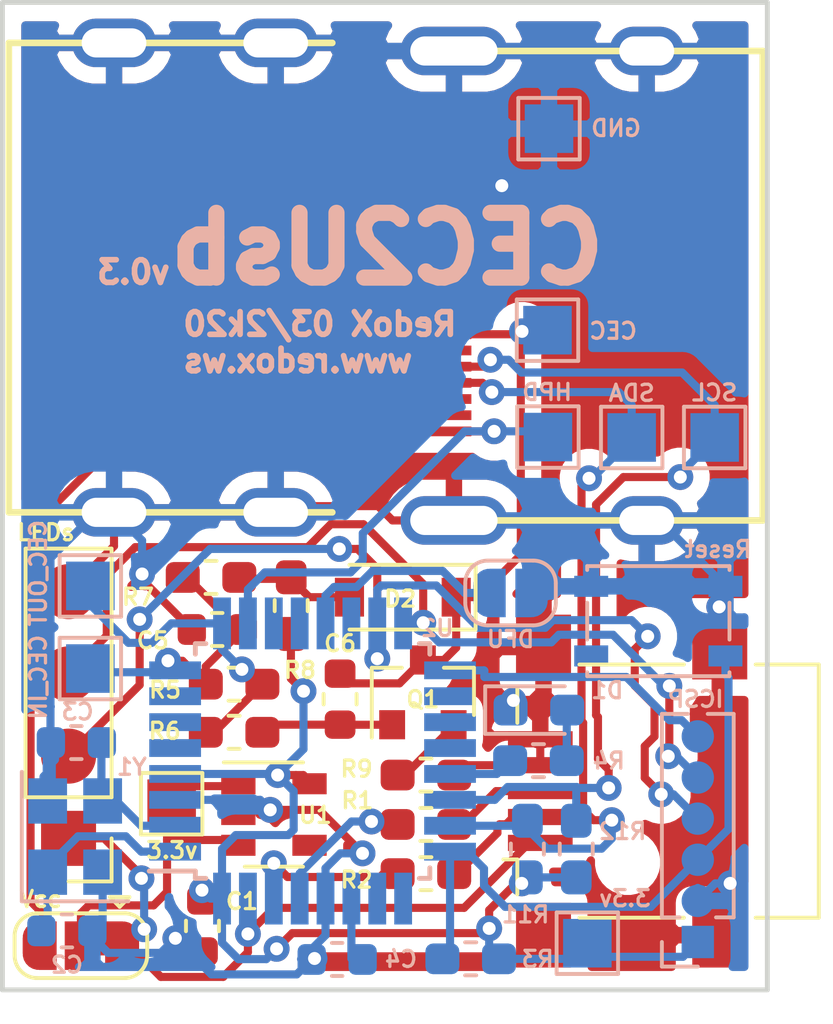
<source format=kicad_pcb>
(kicad_pcb (version 20171130) (host pcbnew 5.1.5+dfsg1-2~bpo10+1)

  (general
    (thickness 1.6)
    (drawings 7)
    (tracks 460)
    (zones 0)
    (modules 40)
    (nets 50)
  )

  (page A4)
  (layers
    (0 F.Cu signal)
    (31 B.Cu signal)
    (32 B.Adhes user hide)
    (33 F.Adhes user hide)
    (34 B.Paste user hide)
    (35 F.Paste user hide)
    (36 B.SilkS user)
    (37 F.SilkS user hide)
    (38 B.Mask user hide)
    (39 F.Mask user hide)
    (40 Dwgs.User user hide)
    (41 Cmts.User user hide)
    (42 Eco1.User user hide)
    (43 Eco2.User user hide)
    (44 Edge.Cuts user)
    (45 Margin user hide)
    (46 B.CrtYd user)
    (47 F.CrtYd user hide)
    (48 B.Fab user hide)
    (49 F.Fab user hide)
  )

  (setup
    (last_trace_width 0.25)
    (trace_clearance 0.2)
    (zone_clearance 0.508)
    (zone_45_only no)
    (trace_min 0.2)
    (via_size 0.8)
    (via_drill 0.4)
    (via_min_size 0.4)
    (via_min_drill 0.3)
    (uvia_size 0.3)
    (uvia_drill 0.1)
    (uvias_allowed no)
    (uvia_min_size 0.2)
    (uvia_min_drill 0.1)
    (edge_width 0.15)
    (segment_width 0.127)
    (pcb_text_width 0.3)
    (pcb_text_size 0.7 0.7)
    (mod_edge_width 0.15)
    (mod_text_size 0.7 0.7)
    (mod_text_width 0.127)
    (pad_size 1.05 0.65)
    (pad_drill 0)
    (pad_to_mask_clearance 0.051)
    (solder_mask_min_width 0.25)
    (aux_axis_origin 0 0)
    (visible_elements 7FFFFFFF)
    (pcbplotparams
      (layerselection 0x010f0_ffffffff)
      (usegerberextensions true)
      (usegerberattributes false)
      (usegerberadvancedattributes false)
      (creategerberjobfile false)
      (excludeedgelayer true)
      (linewidth 0.100000)
      (plotframeref false)
      (viasonmask false)
      (mode 1)
      (useauxorigin false)
      (hpglpennumber 1)
      (hpglpenspeed 20)
      (hpglpendiameter 15.000000)
      (psnegative false)
      (psa4output false)
      (plotreference true)
      (plotvalue true)
      (plotinvisibletext false)
      (padsonsilk false)
      (subtractmaskfromsilk false)
      (outputformat 1)
      (mirror false)
      (drillshape 0)
      (scaleselection 1)
      (outputdirectory "grb/"))
  )

  (net 0 "")
  (net 1 VCC)
  (net 2 GND)
  (net 3 "Net-(C2-Pad1)")
  (net 4 "Net-(C3-Pad1)")
  (net 5 "Net-(C4-Pad1)")
  (net 6 /CEC_IN)
  (net 7 "Net-(C6-Pad2)")
  (net 8 /CEC)
  (net 9 "Net-(D1-Pad2)")
  (net 10 +3V3)
  (net 11 "Net-(D2-Pad2)")
  (net 12 "Net-(J1-Pad2)")
  (net 13 "Net-(J1-Pad3)")
  (net 14 /HPD)
  (net 15 +5V)
  (net 16 /SDA)
  (net 17 "Net-(J2-Pad14)")
  (net 18 /SCL)
  (net 19 "Net-(J2-Pad10)")
  (net 20 "Net-(J2-Pad9)")
  (net 21 "Net-(J2-Pad7)")
  (net 22 "Net-(J2-Pad6)")
  (net 23 "Net-(J2-Pad4)")
  (net 24 "Net-(J2-Pad3)")
  (net 25 "Net-(J2-Pad1)")
  (net 26 "Net-(JP1-Pad2)")
  (net 27 "Net-(Q1-Pad2)")
  (net 28 /D+)
  (net 29 /D-)
  (net 30 /CEC_OUT)
  (net 31 "Net-(U1-Pad4)")
  (net 32 "Net-(U2-Pad12)")
  (net 33 "Net-(U2-Pad5)")
  (net 34 "Net-(U2-Pad6)")
  (net 35 "Net-(U2-Pad7)")
  (net 36 "Net-(U2-Pad11)")
  (net 37 "Net-(U2-Pad14)")
  (net 38 "Net-(U2-Pad18)")
  (net 39 "Net-(U2-Pad19)")
  (net 40 "Net-(U2-Pad20)")
  (net 41 "Net-(U2-Pad25)")
  (net 42 "Net-(U2-Pad26)")
  (net 43 "Net-(J4-Pad3)")
  (net 44 "Net-(J4-Pad6)")
  (net 45 "Net-(J2-Pad12)")
  (net 46 /SPI_CLK)
  (net 47 /SPI_MOSI)
  (net 48 /LED)
  (net 49 "Net-(JP2-Pad1)")

  (net_class Default "This is the default net class."
    (clearance 0.2)
    (trace_width 0.25)
    (via_dia 0.8)
    (via_drill 0.4)
    (uvia_dia 0.3)
    (uvia_drill 0.1)
    (add_net +3V3)
    (add_net +5V)
    (add_net /CEC)
    (add_net /CEC_IN)
    (add_net /CEC_OUT)
    (add_net /D+)
    (add_net /D-)
    (add_net /HPD)
    (add_net /LED)
    (add_net /SCL)
    (add_net /SDA)
    (add_net /SPI_CLK)
    (add_net /SPI_MOSI)
    (add_net GND)
    (add_net "Net-(C2-Pad1)")
    (add_net "Net-(C3-Pad1)")
    (add_net "Net-(C4-Pad1)")
    (add_net "Net-(C6-Pad2)")
    (add_net "Net-(D1-Pad2)")
    (add_net "Net-(D2-Pad2)")
    (add_net "Net-(J1-Pad2)")
    (add_net "Net-(J1-Pad3)")
    (add_net "Net-(J2-Pad1)")
    (add_net "Net-(J2-Pad10)")
    (add_net "Net-(J2-Pad12)")
    (add_net "Net-(J2-Pad14)")
    (add_net "Net-(J2-Pad3)")
    (add_net "Net-(J2-Pad4)")
    (add_net "Net-(J2-Pad6)")
    (add_net "Net-(J2-Pad7)")
    (add_net "Net-(J2-Pad9)")
    (add_net "Net-(J4-Pad3)")
    (add_net "Net-(J4-Pad6)")
    (add_net "Net-(JP1-Pad2)")
    (add_net "Net-(JP2-Pad1)")
    (add_net "Net-(Q1-Pad2)")
    (add_net "Net-(U1-Pad4)")
    (add_net "Net-(U2-Pad11)")
    (add_net "Net-(U2-Pad12)")
    (add_net "Net-(U2-Pad14)")
    (add_net "Net-(U2-Pad18)")
    (add_net "Net-(U2-Pad19)")
    (add_net "Net-(U2-Pad20)")
    (add_net "Net-(U2-Pad25)")
    (add_net "Net-(U2-Pad26)")
    (add_net "Net-(U2-Pad5)")
    (add_net "Net-(U2-Pad6)")
    (add_net "Net-(U2-Pad7)")
    (add_net VCC)
  )

  (module Button_Switch_SMD:SW_SPST_PTS810 (layer B.Cu) (tedit 5E696B65) (tstamp 5E6A0343)
    (at 85.38 63.61)
    (descr "C&K Components, PTS 810 Series, Microminiature SMT Top Actuated, http://www.ckswitches.com/media/1476/pts810.pdf")
    (tags "SPST Button Switch")
    (attr smd)
    (fp_text reference Reset (at 1.85 -2.22) (layer B.SilkS)
      (effects (font (size 0.5 0.5) (thickness 0.1)) (justify mirror))
    )
    (fp_text value SW_SPST_PTS810 (at 0 -2.6) (layer B.Fab)
      (effects (font (size 1 1) (thickness 0.15)) (justify mirror))
    )
    (fp_arc (start 0.4 0) (end 0.4 1.1) (angle -180) (layer B.Fab) (width 0.1))
    (fp_line (start 2.1 -1.6) (end 2.1 1.6) (layer B.Fab) (width 0.1))
    (fp_line (start 2.1 1.6) (end -2.1 1.6) (layer B.Fab) (width 0.1))
    (fp_line (start -2.1 1.6) (end -2.1 -1.6) (layer B.Fab) (width 0.1))
    (fp_line (start -2.1 -1.6) (end 2.1 -1.6) (layer B.Fab) (width 0.1))
    (fp_arc (start -0.4 0) (end -0.4 -1.1) (angle -180) (layer B.Fab) (width 0.1))
    (fp_line (start -0.4 1.1) (end 0.4 1.1) (layer B.Fab) (width 0.1))
    (fp_line (start 0.4 -1.1) (end -0.4 -1.1) (layer B.Fab) (width 0.1))
    (fp_line (start 2.2 1.7) (end -2.2 1.7) (layer B.SilkS) (width 0.12))
    (fp_line (start -2.2 1.7) (end -2.2 1.58) (layer B.SilkS) (width 0.12))
    (fp_line (start -2.2 0.57) (end -2.2 -0.57) (layer B.SilkS) (width 0.12))
    (fp_line (start -2.2 -1.58) (end -2.2 -1.7) (layer B.SilkS) (width 0.12))
    (fp_line (start -2.2 -1.7) (end 2.2 -1.7) (layer B.SilkS) (width 0.12))
    (fp_line (start 2.2 -1.7) (end 2.2 -1.58) (layer B.SilkS) (width 0.12))
    (fp_line (start 2.2 -0.57) (end 2.2 0.57) (layer B.SilkS) (width 0.12))
    (fp_line (start 2.2 1.58) (end 2.2 1.7) (layer B.SilkS) (width 0.12))
    (fp_text user %R (at 0 0) (layer B.Fab)
      (effects (font (size 0.6 0.6) (thickness 0.09)) (justify mirror))
    )
    (fp_line (start 2.85 1.85) (end 2.85 -1.85) (layer B.CrtYd) (width 0.05))
    (fp_line (start 2.85 -1.85) (end -2.85 -1.85) (layer B.CrtYd) (width 0.05))
    (fp_line (start -2.85 -1.85) (end -2.85 1.85) (layer B.CrtYd) (width 0.05))
    (fp_line (start -2.85 1.85) (end 2.85 1.85) (layer B.CrtYd) (width 0.05))
    (pad 2 smd rect (at 2.075 -1.075) (size 1.05 0.65) (layers B.Cu B.Paste B.Mask)
      (net 2 GND))
    (pad 2 smd rect (at -2.075 -1.075) (size 1.05 0.65) (layers B.Cu B.Paste B.Mask)
      (net 2 GND))
    (pad 1 smd rect (at 2.075 1.075) (size 1.05 0.65) (layers B.Cu B.Paste B.Mask)
      (net 43 "Net-(J4-Pad3)"))
    (pad 1 smd rect (at -2.075 1.075) (size 1.05 0.65) (layers B.Cu B.Paste B.Mask))
    (model ${KISYS3DMOD}/Button_Switch_SMD.3dshapes/SW_SPST_PTS810.wrl
      (at (xyz 0 0 0))
      (scale (xyz 1 1 1))
      (rotate (xyz 0 0 0))
    )
  )

  (module Capacitor_SMD:C_0603_1608Metric (layer B.Cu) (tedit 5D473EFC) (tstamp 5DA16110)
    (at 67.3861 67.3608 180)
    (descr "Capacitor SMD 0603 (1608 Metric), square (rectangular) end terminal, IPC_7351 nominal, (Body size source: http://www.tortai-tech.com/upload/download/2011102023233369053.pdf), generated with kicad-footprint-generator")
    (tags capacitor)
    (path /5D614F12)
    (attr smd)
    (fp_text reference C3 (at -0.0375 0.95 180) (layer B.SilkS)
      (effects (font (size 0.5 0.5) (thickness 0.1)) (justify mirror))
    )
    (fp_text value 10pF (at 0 -1.43 180) (layer B.Fab)
      (effects (font (size 1 1) (thickness 0.15)) (justify mirror))
    )
    (fp_text user %R (at 0 0 180) (layer B.Fab)
      (effects (font (size 0.4 0.4) (thickness 0.06)) (justify mirror))
    )
    (fp_line (start 1.48 -0.73) (end -1.48 -0.73) (layer B.CrtYd) (width 0.05))
    (fp_line (start 1.48 0.73) (end 1.48 -0.73) (layer B.CrtYd) (width 0.05))
    (fp_line (start -1.48 0.73) (end 1.48 0.73) (layer B.CrtYd) (width 0.05))
    (fp_line (start -1.48 -0.73) (end -1.48 0.73) (layer B.CrtYd) (width 0.05))
    (fp_line (start -0.162779 -0.51) (end 0.162779 -0.51) (layer B.SilkS) (width 0.12))
    (fp_line (start -0.162779 0.51) (end 0.162779 0.51) (layer B.SilkS) (width 0.12))
    (fp_line (start 0.8 -0.4) (end -0.8 -0.4) (layer B.Fab) (width 0.1))
    (fp_line (start 0.8 0.4) (end 0.8 -0.4) (layer B.Fab) (width 0.1))
    (fp_line (start -0.8 0.4) (end 0.8 0.4) (layer B.Fab) (width 0.1))
    (fp_line (start -0.8 -0.4) (end -0.8 0.4) (layer B.Fab) (width 0.1))
    (pad 2 smd roundrect (at 0.7875 0 180) (size 0.875 0.95) (layers B.Cu B.Paste B.Mask) (roundrect_rratio 0.25)
      (net 2 GND))
    (pad 1 smd roundrect (at -0.7875 0 180) (size 0.875 0.95) (layers B.Cu B.Paste B.Mask) (roundrect_rratio 0.25)
      (net 4 "Net-(C3-Pad1)"))
    (model ${KISYS3DMOD}/Capacitor_SMD.3dshapes/C_0603_1608Metric.wrl
      (at (xyz 0 0 0))
      (scale (xyz 1 1 1))
      (rotate (xyz 0 0 0))
    )
  )

  (module Resistor_SMD:R_0603_1608Metric_Pad1.05x0.95mm_HandSolder (layer B.Cu) (tedit 5DA0FD54) (tstamp 5DA0CECB)
    (at 81.3308 70.6501 90)
    (descr "Resistor SMD 0603 (1608 Metric), square (rectangular) end terminal, IPC_7351 nominal with elongated pad for handsoldering. (Body size source: http://www.tortai-tech.com/upload/download/2011102023233369053.pdf), generated with kicad-footprint-generator")
    (tags "resistor handsolder")
    (path /5DA87D80)
    (attr smd)
    (fp_text reference R11 (at -2.0249 -0.0558) (layer B.SilkS)
      (effects (font (size 0.5 0.5) (thickness 0.1)) (justify mirror))
    )
    (fp_text value 4.7k (at 0 -1.43 270) (layer B.Fab)
      (effects (font (size 1 1) (thickness 0.15)) (justify mirror))
    )
    (fp_text user %R (at 0 0 270) (layer B.Fab)
      (effects (font (size 0.4 0.4) (thickness 0.06)) (justify mirror))
    )
    (fp_line (start 1.65 -0.73) (end -1.65 -0.73) (layer B.CrtYd) (width 0.05))
    (fp_line (start 1.65 0.73) (end 1.65 -0.73) (layer B.CrtYd) (width 0.05))
    (fp_line (start -1.65 0.73) (end 1.65 0.73) (layer B.CrtYd) (width 0.05))
    (fp_line (start -1.65 -0.73) (end -1.65 0.73) (layer B.CrtYd) (width 0.05))
    (fp_line (start -0.171267 -0.51) (end 0.171267 -0.51) (layer B.SilkS) (width 0.12))
    (fp_line (start -0.171267 0.51) (end 0.171267 0.51) (layer B.SilkS) (width 0.12))
    (fp_line (start 0.8 -0.4) (end -0.8 -0.4) (layer B.Fab) (width 0.1))
    (fp_line (start 0.8 0.4) (end 0.8 -0.4) (layer B.Fab) (width 0.1))
    (fp_line (start -0.8 0.4) (end 0.8 0.4) (layer B.Fab) (width 0.1))
    (fp_line (start -0.8 -0.4) (end -0.8 0.4) (layer B.Fab) (width 0.1))
    (pad 2 smd roundrect (at 0.875 0 90) (size 1.05 0.95) (layers B.Cu B.Paste B.Mask) (roundrect_rratio 0.25)
      (net 16 /SDA))
    (pad 1 smd roundrect (at -0.875 0 90) (size 1.05 0.95) (layers B.Cu B.Paste B.Mask) (roundrect_rratio 0.25)
      (net 10 +3V3))
    (model ${KISYS3DMOD}/Resistor_SMD.3dshapes/R_0603_1608Metric.wrl
      (at (xyz 0 0 0))
      (scale (xyz 1 1 1))
      (rotate (xyz 0 0 0))
    )
  )

  (module hyde_parts:HDMI-19P-SNDx (layer F.Cu) (tedit 5D9B9DF9) (tstamp 5D77F783)
    (at 79.6 53.25 90)
    (path /5D478F71)
    (fp_text reference J3 (at 0 1.5 90) (layer F.SilkS) hide
      (effects (font (size 1.5 1.5) (thickness 0.15)))
    )
    (fp_text value HDMI_A (at 0 10 90) (layer F.SilkS) hide
      (effects (font (size 1.5 1.5) (thickness 0.15)))
    )
    (fp_line (start -7.25 9.01) (end -7.25 -1.2) (layer F.SilkS) (width 0.2032))
    (fp_line (start 7.25 9.01) (end -7.25 9.01) (layer F.SilkS) (width 0.2032))
    (fp_line (start 7.25 9.01) (end 7.25 -1.2) (layer F.SilkS) (width 0.2032))
    (pad SH thru_hole oval (at -7.25 -0.54 90) (size 1.5 3.3) (drill oval 0.9 2.7) (layers *.Cu *.Paste *.Mask)
      (net 2 GND))
    (pad SH thru_hole oval (at -7.25 5.42 90) (size 1.5 2.3) (drill oval 0.9 1.7) (layers *.Cu *.Paste *.Mask)
      (net 2 GND))
    (pad 19 smd rect (at -4.5 -1.3 90) (size 0.3 2.6) (layers F.Cu F.Paste F.Mask)
      (net 14 /HPD))
    (pad 18 smd rect (at -4 -1.3 90) (size 0.3 2.6) (layers F.Cu F.Paste F.Mask)
      (net 15 +5V))
    (pad 17 smd rect (at -3.5 -1.3 90) (size 0.3 2.6) (layers F.Cu F.Paste F.Mask)
      (net 2 GND))
    (pad 16 smd rect (at -3 -1.3 90) (size 0.3 2.6) (layers F.Cu F.Paste F.Mask)
      (net 16 /SDA))
    (pad 15 smd rect (at -2.5 -1.3 90) (size 0.3 2.6) (layers F.Cu F.Paste F.Mask)
      (net 18 /SCL))
    (pad 14 smd rect (at -2 -1.3 90) (size 0.3 2.6) (layers F.Cu F.Paste F.Mask)
      (net 17 "Net-(J2-Pad14)"))
    (pad 13 smd rect (at -1.5 -1.3 90) (size 0.3 2.6) (layers F.Cu F.Paste F.Mask)
      (net 8 /CEC))
    (pad 12 smd rect (at -1 -1.3 90) (size 0.3 2.6) (layers F.Cu F.Paste F.Mask)
      (net 45 "Net-(J2-Pad12)"))
    (pad 11 smd rect (at -0.5 -1.3 90) (size 0.3 2.6) (layers F.Cu F.Paste F.Mask)
      (net 2 GND))
    (pad 10 smd rect (at 0 -1.3 90) (size 0.3 2.6) (layers F.Cu F.Paste F.Mask)
      (net 19 "Net-(J2-Pad10)"))
    (pad 9 smd rect (at 0.5 -1.3 90) (size 0.3 2.6) (layers F.Cu F.Paste F.Mask)
      (net 20 "Net-(J2-Pad9)"))
    (pad 8 smd rect (at 1 -1.3 90) (size 0.3 2.6) (layers F.Cu F.Paste F.Mask)
      (net 2 GND))
    (pad 7 smd rect (at 1.5 -1.3 90) (size 0.3 2.6) (layers F.Cu F.Paste F.Mask)
      (net 21 "Net-(J2-Pad7)"))
    (pad 6 smd rect (at 2 -1.3 90) (size 0.3 2.6) (layers F.Cu F.Paste F.Mask)
      (net 22 "Net-(J2-Pad6)"))
    (pad 5 smd rect (at 2.5 -1.3 90) (size 0.3 2.6) (layers F.Cu F.Paste F.Mask)
      (net 2 GND))
    (pad 4 smd rect (at 3 -1.3 90) (size 0.3 2.6) (layers F.Cu F.Paste F.Mask)
      (net 23 "Net-(J2-Pad4)"))
    (pad 3 smd rect (at 3.5 -1.3 90) (size 0.3 2.6) (layers F.Cu F.Paste F.Mask)
      (net 24 "Net-(J2-Pad3)"))
    (pad 2 smd rect (at 4 -1.3 90) (size 0.3 2.6) (layers F.Cu F.Paste F.Mask)
      (net 2 GND))
    (pad 1 smd rect (at 4.5 -1.3 90) (size 0.3 2.6) (layers F.Cu F.Paste F.Mask)
      (net 25 "Net-(J2-Pad1)"))
    (pad SH thru_hole oval (at 7.25 -0.54 90) (size 1.5 3.3) (drill oval 0.9 2.7) (layers *.Cu *.Paste *.Mask)
      (net 2 GND))
    (pad SH thru_hole oval (at 7.25 5.42 90) (size 1.5 2.3) (drill oval 0.9 1.7) (layers *.Cu *.Paste *.Mask)
      (net 2 GND))
  )

  (module hyde_parts:HDMI-19P-SND13x (layer F.Cu) (tedit 5D9B9DDC) (tstamp 5D71974A)
    (at 74.1 53 270)
    (path /5D478B52)
    (fp_text reference J2 (at 0 1.5) (layer F.SilkS) hide
      (effects (font (size 1.5 1.5) (thickness 0.15)))
    )
    (fp_text value HDMI_A (at 0 10 270) (layer F.SilkS) hide
      (effects (font (size 1.5 1.5) (thickness 0.15)))
    )
    (fp_line (start -7.25 8.8) (end -7.25 -1.2) (layer F.SilkS) (width 0.2032))
    (fp_line (start 7.25 8.8) (end -7.25 8.8) (layer F.SilkS) (width 0.2032))
    (fp_line (start 7.25 8.8) (end 7.25 -1.2) (layer F.SilkS) (width 0.2032))
    (pad SH thru_hole oval (at -7.25 0.55 270) (size 1.5 2.6) (drill oval 0.9 2) (layers *.Cu *.Paste *.Mask)
      (net 2 GND))
    (pad SH thru_hole oval (at -7.25 5.55 270) (size 1.5 2.6) (drill oval 0.9 2) (layers *.Cu *.Paste *.Mask)
      (net 2 GND))
    (pad 1 smd rect (at -4.25 -0.9 270) (size 0.3 1.9) (layers F.Cu F.Paste F.Mask)
      (net 25 "Net-(J2-Pad1)"))
    (pad 2 smd rect (at -3.75 -0.9 270) (size 0.3 1.9) (layers F.Cu F.Paste F.Mask)
      (net 2 GND))
    (pad 3 smd rect (at -3.25 -0.9 270) (size 0.3 1.9) (layers F.Cu F.Paste F.Mask)
      (net 24 "Net-(J2-Pad3)"))
    (pad 4 smd rect (at -2.75 -0.9 270) (size 0.3 1.9) (layers F.Cu F.Paste F.Mask)
      (net 23 "Net-(J2-Pad4)"))
    (pad 5 smd rect (at -2.25 -0.9 270) (size 0.3 1.9) (layers F.Cu F.Paste F.Mask)
      (net 2 GND))
    (pad 6 smd rect (at -1.75 -0.9 270) (size 0.3 1.9) (layers F.Cu F.Paste F.Mask)
      (net 22 "Net-(J2-Pad6)"))
    (pad 7 smd rect (at -1.25 -0.9 270) (size 0.3 1.9) (layers F.Cu F.Paste F.Mask)
      (net 21 "Net-(J2-Pad7)"))
    (pad 8 smd rect (at -0.75 -0.9 270) (size 0.3 1.9) (layers F.Cu F.Paste F.Mask)
      (net 2 GND))
    (pad 9 smd rect (at -0.25 -0.9 270) (size 0.3 1.9) (layers F.Cu F.Paste F.Mask)
      (net 20 "Net-(J2-Pad9)"))
    (pad 10 smd rect (at 0.25 -0.9 270) (size 0.3 1.9) (layers F.Cu F.Paste F.Mask)
      (net 19 "Net-(J2-Pad10)"))
    (pad 11 smd rect (at 0.75 -0.9 270) (size 0.3 1.9) (layers F.Cu F.Paste F.Mask)
      (net 2 GND))
    (pad 12 smd rect (at 1.25 -0.9 270) (size 0.3 1.9) (layers F.Cu F.Paste F.Mask)
      (net 45 "Net-(J2-Pad12)"))
    (pad 13 smd rect (at 1.75 -0.9 270) (size 0.3 1.9) (layers F.Cu F.Paste F.Mask)
      (net 8 /CEC))
    (pad 14 smd rect (at 2.25 -0.9 270) (size 0.3 1.9) (layers F.Cu F.Paste F.Mask)
      (net 17 "Net-(J2-Pad14)"))
    (pad 15 smd rect (at 2.75 -0.9 270) (size 0.3 1.9) (layers F.Cu F.Paste F.Mask)
      (net 18 /SCL))
    (pad 16 smd rect (at 3.25 -0.9 270) (size 0.3 1.9) (layers F.Cu F.Paste F.Mask)
      (net 16 /SDA))
    (pad 17 smd rect (at 3.75 -0.9 270) (size 0.3 1.9) (layers F.Cu F.Paste F.Mask)
      (net 2 GND))
    (pad 18 smd rect (at 4.25 -0.9 270) (size 0.3 1.9) (layers F.Cu F.Paste F.Mask)
      (net 15 +5V))
    (pad 19 smd rect (at 4.75 -0.9 270) (size 0.3 1.9) (layers F.Cu F.Paste F.Mask)
      (net 14 /HPD))
    (pad SH thru_hole oval (at 7.25 0.55 270) (size 1.5 2.6) (drill oval 0.9 2) (layers *.Cu *.Paste *.Mask)
      (net 2 GND))
    (pad SH thru_hole oval (at 7.25 5.55 270) (size 1.5 2.6) (drill oval 0.9 2) (layers *.Cu *.Paste *.Mask)
      (net 2 GND))
  )

  (module TestPoint:TestPoint_Pad_1.5x1.5mm (layer B.Cu) (tedit 5D473EAF) (tstamp 5DA0DA64)
    (at 81.9658 57.9247)
    (descr "SMD rectangular pad as test Point, square 1.5mm side length")
    (tags "test point SMD pad rectangle square")
    (path /5D5BF410)
    (attr virtual)
    (fp_text reference TP1 (at 1.7145 0.0127) (layer B.SilkS) hide
      (effects (font (size 0.5 0.5) (thickness 0.1)) (justify mirror))
    )
    (fp_text value HPD (at -0.0254 -1.3843 180) (layer B.SilkS)
      (effects (font (size 0.5 0.5) (thickness 0.1)) (justify mirror))
    )
    (fp_text user %R (at 0 1.65) (layer B.Fab)
      (effects (font (size 1 1) (thickness 0.15)) (justify mirror))
    )
    (fp_line (start -0.95 0.95) (end 0.95 0.95) (layer B.SilkS) (width 0.12))
    (fp_line (start 0.95 0.95) (end 0.95 -0.95) (layer B.SilkS) (width 0.12))
    (fp_line (start 0.95 -0.95) (end -0.95 -0.95) (layer B.SilkS) (width 0.12))
    (fp_line (start -0.95 -0.95) (end -0.95 0.95) (layer B.SilkS) (width 0.12))
    (fp_line (start -1.25 1.25) (end 1.25 1.25) (layer B.CrtYd) (width 0.05))
    (fp_line (start -1.25 1.25) (end -1.25 -1.25) (layer B.CrtYd) (width 0.05))
    (fp_line (start 1.25 -1.25) (end 1.25 1.25) (layer B.CrtYd) (width 0.05))
    (fp_line (start 1.25 -1.25) (end -1.25 -1.25) (layer B.CrtYd) (width 0.05))
    (pad 1 smd rect (at 0 0) (size 1.5 1.5) (layers B.Cu B.Mask)
      (net 14 /HPD))
  )

  (module Connector_USB:USB_Mini-B_Lumberg_2486_01_Horizontal (layer F.Cu) (tedit 5D473EBF) (tstamp 5DA0E9CB)
    (at 84.43 68.86 90)
    (descr "USB Mini-B 5-pin SMD connector, http://downloads.lumberg.com/datenblaetter/en/2486_01.pdf")
    (tags "USB USB_B USB_Mini connector")
    (path /5D460831)
    (attr smd)
    (fp_text reference J1 (at -0.04 -0.42 180) (layer F.SilkS) hide
      (effects (font (size 0.5 0.5) (thickness 0.1)))
    )
    (fp_text value USB_B_Mini (at 0 7.5 90) (layer F.Fab)
      (effects (font (size 1 1) (thickness 0.15)))
    )
    (fp_line (start 2.35 -4.2) (end -2.35 -4.2) (layer F.CrtYd) (width 0.05))
    (fp_line (start 2.35 -3.95) (end 2.35 -4.2) (layer F.CrtYd) (width 0.05))
    (fp_line (start 4.35 1.5) (end 5.95 1.5) (layer F.CrtYd) (width 0.05))
    (fp_line (start 4.35 4.2) (end 5.95 4.2) (layer F.CrtYd) (width 0.05))
    (fp_line (start 4.35 6.35) (end 4.35 4.2) (layer F.CrtYd) (width 0.05))
    (fp_line (start 3.91 5.91) (end -3.91 5.91) (layer F.SilkS) (width 0.12))
    (fp_line (start -1.6 -2.85) (end -1.25 -3.35) (layer F.Fab) (width 0.1))
    (fp_line (start -2.11 -3.41) (end -2.11 -3.84) (layer F.SilkS) (width 0.12))
    (fp_text user %R (at 0 1.6 270) (layer F.Fab)
      (effects (font (size 1 1) (thickness 0.15)))
    )
    (fp_line (start 3.91 5.91) (end 3.91 3.96) (layer F.SilkS) (width 0.12))
    (fp_line (start 3.91 1.74) (end 3.91 -1.49) (layer F.SilkS) (width 0.12))
    (fp_line (start 2.11 -3.41) (end 3.19 -3.41) (layer F.SilkS) (width 0.12))
    (fp_line (start -3.19 -3.41) (end -2.11 -3.41) (layer F.SilkS) (width 0.12))
    (fp_line (start -3.91 1.74) (end -3.91 -1.49) (layer F.SilkS) (width 0.12))
    (fp_line (start -3.91 5.91) (end -3.91 3.96) (layer F.SilkS) (width 0.12))
    (fp_line (start 3.85 5.85) (end 3.85 -3.35) (layer F.Fab) (width 0.1))
    (fp_line (start -3.85 5.85) (end 3.85 5.85) (layer F.Fab) (width 0.1))
    (fp_line (start -3.85 -3.35) (end -3.85 5.85) (layer F.Fab) (width 0.1))
    (fp_line (start -3.85 -3.35) (end 3.85 -3.35) (layer F.Fab) (width 0.1))
    (fp_line (start -4.35 6.35) (end 4.35 6.35) (layer F.CrtYd) (width 0.05))
    (fp_line (start 5.95 -3.95) (end 2.35 -3.95) (layer F.CrtYd) (width 0.05))
    (fp_line (start 5.95 1.5) (end 5.95 4.2) (layer F.CrtYd) (width 0.05))
    (fp_line (start -1.95 -3.35) (end -1.6 -2.85) (layer F.Fab) (width 0.1))
    (fp_line (start 4.35 -1.25) (end 4.35 1.5) (layer F.CrtYd) (width 0.05))
    (fp_line (start 4.35 -1.25) (end 5.95 -1.25) (layer F.CrtYd) (width 0.05))
    (fp_line (start 5.95 -3.95) (end 5.95 -1.25) (layer F.CrtYd) (width 0.05))
    (fp_line (start -2.35 -3.95) (end -2.35 -4.2) (layer F.CrtYd) (width 0.05))
    (fp_line (start -5.95 -3.95) (end -2.35 -3.95) (layer F.CrtYd) (width 0.05))
    (fp_line (start -5.95 -3.95) (end -5.95 -1.25) (layer F.CrtYd) (width 0.05))
    (fp_line (start -4.35 -1.25) (end -5.95 -1.25) (layer F.CrtYd) (width 0.05))
    (fp_line (start -4.35 -1.25) (end -4.35 1.5) (layer F.CrtYd) (width 0.05))
    (fp_line (start -4.35 1.5) (end -5.95 1.5) (layer F.CrtYd) (width 0.05))
    (fp_line (start -5.95 1.5) (end -5.95 4.2) (layer F.CrtYd) (width 0.05))
    (fp_line (start -4.35 4.2) (end -5.95 4.2) (layer F.CrtYd) (width 0.05))
    (fp_line (start -4.35 6.35) (end -4.35 4.2) (layer F.CrtYd) (width 0.05))
    (pad 1 smd rect (at -1.6 -2.7 90) (size 0.5 2) (layers F.Cu F.Paste F.Mask)
      (net 1 VCC))
    (pad 2 smd rect (at -0.8 -2.7 90) (size 0.5 2) (layers F.Cu F.Paste F.Mask)
      (net 12 "Net-(J1-Pad2)"))
    (pad 3 smd rect (at 0 -2.7 90) (size 0.5 2) (layers F.Cu F.Paste F.Mask)
      (net 13 "Net-(J1-Pad3)"))
    (pad 4 smd rect (at 0.8 -2.7 90) (size 0.5 2) (layers F.Cu F.Paste F.Mask)
      (net 2 GND))
    (pad 5 smd rect (at 1.6 -2.7 90) (size 0.5 2) (layers F.Cu F.Paste F.Mask)
      (net 2 GND))
    (pad 6 smd rect (at -4.45 -2.6 90) (size 2 1.7) (layers F.Cu F.Paste F.Mask)
      (net 2 GND))
    (pad 6 smd rect (at -4.45 2.85 90) (size 2 1.7) (layers F.Cu F.Paste F.Mask)
      (net 2 GND))
    (pad 6 smd rect (at 4.45 -2.6 90) (size 2 1.7) (layers F.Cu F.Paste F.Mask)
      (net 2 GND))
    (pad 6 smd rect (at 4.45 2.85 90) (size 2 1.7) (layers F.Cu F.Paste F.Mask)
      (net 2 GND))
    (pad "" np_thru_hole circle (at -2.2 0 90) (size 1 1) (drill 1) (layers *.Cu *.Mask))
    (pad "" np_thru_hole circle (at 2.2 0 90) (size 1 1) (drill 1) (layers *.Cu *.Mask))
    (model ${KISYS3DMOD}/Connector_USB.3dshapes/USB_Mini-B_Lumberg_2486_01_Horizontal.wrl
      (at (xyz 0 0 0))
      (scale (xyz 1 1 1))
      (rotate (xyz 0 0 0))
    )
  )

  (module Package_QFP:TQFP-32_7x7mm_P0.8mm (layer B.Cu) (tedit 5D474057) (tstamp 5D77F8CB)
    (at 74.69 67.93)
    (descr "32-Lead Plastic Thin Quad Flatpack (PT) - 7x7x1.0 mm Body, 2.00 mm [TQFP] (see Microchip Packaging Specification 00000049BS.pdf)")
    (tags "QFP 0.8")
    (path /5D4E43FF)
    (attr smd)
    (fp_text reference U2 (at 3.85 -4.1) (layer B.SilkS)
      (effects (font (size 0.5 0.5) (thickness 0.1)) (justify mirror))
    )
    (fp_text value ATmega32U2-AU (at 0 -6.05) (layer B.Fab)
      (effects (font (size 1 1) (thickness 0.15)) (justify mirror))
    )
    (fp_text user %R (at 0 0) (layer B.Fab)
      (effects (font (size 1 1) (thickness 0.15)) (justify mirror))
    )
    (fp_line (start -2.5 3.5) (end 3.5 3.5) (layer B.Fab) (width 0.15))
    (fp_line (start 3.5 3.5) (end 3.5 -3.5) (layer B.Fab) (width 0.15))
    (fp_line (start 3.5 -3.5) (end -3.5 -3.5) (layer B.Fab) (width 0.15))
    (fp_line (start -3.5 -3.5) (end -3.5 2.5) (layer B.Fab) (width 0.15))
    (fp_line (start -3.5 2.5) (end -2.5 3.5) (layer B.Fab) (width 0.15))
    (fp_line (start -5.3 5.3) (end -5.3 -5.3) (layer B.CrtYd) (width 0.05))
    (fp_line (start 5.3 5.3) (end 5.3 -5.3) (layer B.CrtYd) (width 0.05))
    (fp_line (start -5.3 5.3) (end 5.3 5.3) (layer B.CrtYd) (width 0.05))
    (fp_line (start -5.3 -5.3) (end 5.3 -5.3) (layer B.CrtYd) (width 0.05))
    (fp_line (start -3.625 3.625) (end -3.625 3.4) (layer B.SilkS) (width 0.15))
    (fp_line (start 3.625 3.625) (end 3.625 3.3) (layer B.SilkS) (width 0.15))
    (fp_line (start 3.625 -3.625) (end 3.625 -3.3) (layer B.SilkS) (width 0.15))
    (fp_line (start -3.625 -3.625) (end -3.625 -3.3) (layer B.SilkS) (width 0.15))
    (fp_line (start -3.625 3.625) (end -3.3 3.625) (layer B.SilkS) (width 0.15))
    (fp_line (start -3.625 -3.625) (end -3.3 -3.625) (layer B.SilkS) (width 0.15))
    (fp_line (start 3.625 -3.625) (end 3.3 -3.625) (layer B.SilkS) (width 0.15))
    (fp_line (start 3.625 3.625) (end 3.3 3.625) (layer B.SilkS) (width 0.15))
    (fp_line (start -3.625 3.4) (end -5.05 3.4) (layer B.SilkS) (width 0.15))
    (pad 1 smd rect (at -4.25 2.8) (size 1.6 0.55) (layers B.Cu B.Paste B.Mask)
      (net 3 "Net-(C2-Pad1)"))
    (pad 2 smd rect (at -4.25 2) (size 1.6 0.55) (layers B.Cu B.Paste B.Mask)
      (net 4 "Net-(C3-Pad1)"))
    (pad 3 smd rect (at -4.25 1.2) (size 1.6 0.55) (layers B.Cu B.Paste B.Mask)
      (net 2 GND))
    (pad 4 smd rect (at -4.25 0.4) (size 1.6 0.55) (layers B.Cu B.Paste B.Mask)
      (net 10 +3V3))
    (pad 5 smd rect (at -4.25 -0.4) (size 1.6 0.55) (layers B.Cu B.Paste B.Mask)
      (net 33 "Net-(U2-Pad5)"))
    (pad 6 smd rect (at -4.25 -1.2) (size 1.6 0.55) (layers B.Cu B.Paste B.Mask)
      (net 34 "Net-(U2-Pad6)"))
    (pad 7 smd rect (at -4.25 -2) (size 1.6 0.55) (layers B.Cu B.Paste B.Mask)
      (net 35 "Net-(U2-Pad7)"))
    (pad 8 smd rect (at -4.25 -2.8) (size 1.6 0.55) (layers B.Cu B.Paste B.Mask)
      (net 6 /CEC_IN))
    (pad 9 smd rect (at -2.8 -4.25 270) (size 1.6 0.55) (layers B.Cu B.Paste B.Mask)
      (net 30 /CEC_OUT))
    (pad 10 smd rect (at -2 -4.25 270) (size 1.6 0.55) (layers B.Cu B.Paste B.Mask)
      (net 14 /HPD))
    (pad 11 smd rect (at -1.2 -4.25 270) (size 1.6 0.55) (layers B.Cu B.Paste B.Mask)
      (net 36 "Net-(U2-Pad11)"))
    (pad 12 smd rect (at -0.4 -4.25 270) (size 1.6 0.55) (layers B.Cu B.Paste B.Mask)
      (net 32 "Net-(U2-Pad12)"))
    (pad 13 smd rect (at 0.4 -4.25 270) (size 1.6 0.55) (layers B.Cu B.Paste B.Mask)
      (net 49 "Net-(JP2-Pad1)"))
    (pad 14 smd rect (at 1.2 -4.25 270) (size 1.6 0.55) (layers B.Cu B.Paste B.Mask)
      (net 37 "Net-(U2-Pad14)"))
    (pad 15 smd rect (at 2 -4.25 270) (size 1.6 0.55) (layers B.Cu B.Paste B.Mask)
      (net 46 /SPI_CLK))
    (pad 16 smd rect (at 2.8 -4.25 270) (size 1.6 0.55) (layers B.Cu B.Paste B.Mask)
      (net 47 /SPI_MOSI))
    (pad 17 smd rect (at 4.25 -2.8) (size 1.6 0.55) (layers B.Cu B.Paste B.Mask)
      (net 44 "Net-(J4-Pad6)"))
    (pad 18 smd rect (at 4.25 -2) (size 1.6 0.55) (layers B.Cu B.Paste B.Mask)
      (net 38 "Net-(U2-Pad18)"))
    (pad 19 smd rect (at 4.25 -1.2) (size 1.6 0.55) (layers B.Cu B.Paste B.Mask)
      (net 39 "Net-(U2-Pad19)"))
    (pad 20 smd rect (at 4.25 -0.4) (size 1.6 0.55) (layers B.Cu B.Paste B.Mask)
      (net 40 "Net-(U2-Pad20)"))
    (pad 21 smd rect (at 4.25 0.4) (size 1.6 0.55) (layers B.Cu B.Paste B.Mask)
      (net 48 /LED))
    (pad 22 smd rect (at 4.25 1.2) (size 1.6 0.55) (layers B.Cu B.Paste B.Mask)
      (net 18 /SCL))
    (pad 23 smd rect (at 4.25 2) (size 1.6 0.55) (layers B.Cu B.Paste B.Mask)
      (net 16 /SDA))
    (pad 24 smd rect (at 4.25 2.8) (size 1.6 0.55) (layers B.Cu B.Paste B.Mask)
      (net 43 "Net-(J4-Pad3)"))
    (pad 25 smd rect (at 2.8 4.25 270) (size 1.6 0.55) (layers B.Cu B.Paste B.Mask)
      (net 41 "Net-(U2-Pad25)"))
    (pad 26 smd rect (at 2 4.25 270) (size 1.6 0.55) (layers B.Cu B.Paste B.Mask)
      (net 42 "Net-(U2-Pad26)"))
    (pad 27 smd rect (at 1.2 4.25 270) (size 1.6 0.55) (layers B.Cu B.Paste B.Mask)
      (net 5 "Net-(C4-Pad1)"))
    (pad 28 smd rect (at 0.4 4.25 270) (size 1.6 0.55) (layers B.Cu B.Paste B.Mask)
      (net 2 GND))
    (pad 29 smd rect (at -0.4 4.25 270) (size 1.6 0.55) (layers B.Cu B.Paste B.Mask)
      (net 28 /D+))
    (pad 30 smd rect (at -1.2 4.25 270) (size 1.6 0.55) (layers B.Cu B.Paste B.Mask)
      (net 29 /D-))
    (pad 31 smd rect (at -2 4.25 270) (size 1.6 0.55) (layers B.Cu B.Paste B.Mask)
      (net 1 VCC))
    (pad 32 smd rect (at -2.8 4.25 270) (size 1.6 0.55) (layers B.Cu B.Paste B.Mask)
      (net 10 +3V3))
    (model ${KISYS3DMOD}/Package_QFP.3dshapes/TQFP-32_7x7mm_P0.8mm.wrl
      (at (xyz 0 0 0))
      (scale (xyz 1 1 1))
      (rotate (xyz 0 0 0))
    )
  )

  (module Capacitor_SMD:C_0603_1608Metric (layer F.Cu) (tedit 5D473F15) (tstamp 5DA169A4)
    (at 71.2851 73.025 270)
    (descr "Capacitor SMD 0603 (1608 Metric), square (rectangular) end terminal, IPC_7351 nominal, (Body size source: http://www.tortai-tech.com/upload/download/2011102023233369053.pdf), generated with kicad-footprint-generator")
    (tags capacitor)
    (path /5D492532)
    (attr smd)
    (fp_text reference C1 (at -0.762 -1.2192 180) (layer F.SilkS)
      (effects (font (size 0.5 0.5) (thickness 0.1)))
    )
    (fp_text value 10uF (at 0 1.43 270) (layer F.Fab)
      (effects (font (size 1 1) (thickness 0.15)))
    )
    (fp_line (start -0.8 0.4) (end -0.8 -0.4) (layer F.Fab) (width 0.1))
    (fp_line (start -0.8 -0.4) (end 0.8 -0.4) (layer F.Fab) (width 0.1))
    (fp_line (start 0.8 -0.4) (end 0.8 0.4) (layer F.Fab) (width 0.1))
    (fp_line (start 0.8 0.4) (end -0.8 0.4) (layer F.Fab) (width 0.1))
    (fp_line (start -0.162779 -0.51) (end 0.162779 -0.51) (layer F.SilkS) (width 0.12))
    (fp_line (start -0.162779 0.51) (end 0.162779 0.51) (layer F.SilkS) (width 0.12))
    (fp_line (start -1.48 0.73) (end -1.48 -0.73) (layer F.CrtYd) (width 0.05))
    (fp_line (start -1.48 -0.73) (end 1.48 -0.73) (layer F.CrtYd) (width 0.05))
    (fp_line (start 1.48 -0.73) (end 1.48 0.73) (layer F.CrtYd) (width 0.05))
    (fp_line (start 1.48 0.73) (end -1.48 0.73) (layer F.CrtYd) (width 0.05))
    (fp_text user %R (at 0 0 270) (layer F.Fab)
      (effects (font (size 0.4 0.4) (thickness 0.06)))
    )
    (pad 1 smd roundrect (at -0.7875 0 270) (size 0.875 0.95) (layers F.Cu F.Paste F.Mask) (roundrect_rratio 0.25)
      (net 10 +3V3))
    (pad 2 smd roundrect (at 0.7875 0 270) (size 0.875 0.95) (layers F.Cu F.Paste F.Mask) (roundrect_rratio 0.25)
      (net 2 GND))
    (model ${KISYS3DMOD}/Capacitor_SMD.3dshapes/C_0603_1608Metric.wrl
      (at (xyz 0 0 0))
      (scale (xyz 1 1 1))
      (rotate (xyz 0 0 0))
    )
  )

  (module Capacitor_SMD:C_0603_1608Metric (layer B.Cu) (tedit 5D473EF1) (tstamp 5DA15DED)
    (at 67.0942 73.1774)
    (descr "Capacitor SMD 0603 (1608 Metric), square (rectangular) end terminal, IPC_7351 nominal, (Body size source: http://www.tortai-tech.com/upload/download/2011102023233369053.pdf), generated with kicad-footprint-generator")
    (tags capacitor)
    (path /5D616449)
    (attr smd)
    (fp_text reference C2 (at 0 1.05) (layer B.SilkS)
      (effects (font (size 0.5 0.5) (thickness 0.1)) (justify mirror))
    )
    (fp_text value 10pF (at 0 -1.43) (layer B.Fab)
      (effects (font (size 1 1) (thickness 0.15)) (justify mirror))
    )
    (fp_line (start -0.8 -0.4) (end -0.8 0.4) (layer B.Fab) (width 0.1))
    (fp_line (start -0.8 0.4) (end 0.8 0.4) (layer B.Fab) (width 0.1))
    (fp_line (start 0.8 0.4) (end 0.8 -0.4) (layer B.Fab) (width 0.1))
    (fp_line (start 0.8 -0.4) (end -0.8 -0.4) (layer B.Fab) (width 0.1))
    (fp_line (start -0.162779 0.51) (end 0.162779 0.51) (layer B.SilkS) (width 0.12))
    (fp_line (start -0.162779 -0.51) (end 0.162779 -0.51) (layer B.SilkS) (width 0.12))
    (fp_line (start -1.48 -0.73) (end -1.48 0.73) (layer B.CrtYd) (width 0.05))
    (fp_line (start -1.48 0.73) (end 1.48 0.73) (layer B.CrtYd) (width 0.05))
    (fp_line (start 1.48 0.73) (end 1.48 -0.73) (layer B.CrtYd) (width 0.05))
    (fp_line (start 1.48 -0.73) (end -1.48 -0.73) (layer B.CrtYd) (width 0.05))
    (fp_text user %R (at 0 0) (layer B.Fab)
      (effects (font (size 0.4 0.4) (thickness 0.06)) (justify mirror))
    )
    (pad 1 smd roundrect (at -0.7875 0) (size 0.875 0.95) (layers B.Cu B.Paste B.Mask) (roundrect_rratio 0.25)
      (net 3 "Net-(C2-Pad1)"))
    (pad 2 smd roundrect (at 0.7875 0) (size 0.875 0.95) (layers B.Cu B.Paste B.Mask) (roundrect_rratio 0.25)
      (net 2 GND))
    (model ${KISYS3DMOD}/Capacitor_SMD.3dshapes/C_0603_1608Metric.wrl
      (at (xyz 0 0 0))
      (scale (xyz 1 1 1))
      (rotate (xyz 0 0 0))
    )
  )

  (module Capacitor_SMD:C_0603_1608Metric (layer B.Cu) (tedit 5D47407A) (tstamp 5D780E62)
    (at 75.45 74.06 180)
    (descr "Capacitor SMD 0603 (1608 Metric), square (rectangular) end terminal, IPC_7351 nominal, (Body size source: http://www.tortai-tech.com/upload/download/2011102023233369053.pdf), generated with kicad-footprint-generator")
    (tags capacitor)
    (path /5D48C73F)
    (attr smd)
    (fp_text reference C4 (at -1.975 0.01 180) (layer B.SilkS)
      (effects (font (size 0.5 0.5) (thickness 0.1)) (justify mirror))
    )
    (fp_text value 1uF (at 0 -1.43 180) (layer B.Fab)
      (effects (font (size 1 1) (thickness 0.15)) (justify mirror))
    )
    (fp_text user %R (at 0 0 180) (layer B.Fab)
      (effects (font (size 0.4 0.4) (thickness 0.06)) (justify mirror))
    )
    (fp_line (start 1.48 -0.73) (end -1.48 -0.73) (layer B.CrtYd) (width 0.05))
    (fp_line (start 1.48 0.73) (end 1.48 -0.73) (layer B.CrtYd) (width 0.05))
    (fp_line (start -1.48 0.73) (end 1.48 0.73) (layer B.CrtYd) (width 0.05))
    (fp_line (start -1.48 -0.73) (end -1.48 0.73) (layer B.CrtYd) (width 0.05))
    (fp_line (start -0.162779 -0.51) (end 0.162779 -0.51) (layer B.SilkS) (width 0.12))
    (fp_line (start -0.162779 0.51) (end 0.162779 0.51) (layer B.SilkS) (width 0.12))
    (fp_line (start 0.8 -0.4) (end -0.8 -0.4) (layer B.Fab) (width 0.1))
    (fp_line (start 0.8 0.4) (end 0.8 -0.4) (layer B.Fab) (width 0.1))
    (fp_line (start -0.8 0.4) (end 0.8 0.4) (layer B.Fab) (width 0.1))
    (fp_line (start -0.8 -0.4) (end -0.8 0.4) (layer B.Fab) (width 0.1))
    (pad 2 smd roundrect (at 0.7875 0 180) (size 0.875 0.95) (layers B.Cu B.Paste B.Mask) (roundrect_rratio 0.25)
      (net 2 GND))
    (pad 1 smd roundrect (at -0.7875 0 180) (size 0.875 0.95) (layers B.Cu B.Paste B.Mask) (roundrect_rratio 0.25)
      (net 5 "Net-(C4-Pad1)"))
    (model ${KISYS3DMOD}/Capacitor_SMD.3dshapes/C_0603_1608Metric.wrl
      (at (xyz 0 0 0))
      (scale (xyz 1 1 1))
      (rotate (xyz 0 0 0))
    )
  )

  (module Capacitor_SMD:C_0603_1608Metric (layer F.Cu) (tedit 5D473E81) (tstamp 5D77F6D6)
    (at 71.7423 63.8683 180)
    (descr "Capacitor SMD 0603 (1608 Metric), square (rectangular) end terminal, IPC_7351 nominal, (Body size source: http://www.tortai-tech.com/upload/download/2011102023233369053.pdf), generated with kicad-footprint-generator")
    (tags capacitor)
    (path /5D42E12D)
    (attr smd)
    (fp_text reference C5 (at 1.9939 -0.3429) (layer F.SilkS)
      (effects (font (size 0.5 0.5) (thickness 0.1)))
    )
    (fp_text value 220pF (at 0 1.43 180) (layer F.Fab)
      (effects (font (size 1 1) (thickness 0.15)))
    )
    (fp_line (start -0.8 0.4) (end -0.8 -0.4) (layer F.Fab) (width 0.1))
    (fp_line (start -0.8 -0.4) (end 0.8 -0.4) (layer F.Fab) (width 0.1))
    (fp_line (start 0.8 -0.4) (end 0.8 0.4) (layer F.Fab) (width 0.1))
    (fp_line (start 0.8 0.4) (end -0.8 0.4) (layer F.Fab) (width 0.1))
    (fp_line (start -0.162779 -0.51) (end 0.162779 -0.51) (layer F.SilkS) (width 0.12))
    (fp_line (start -0.162779 0.51) (end 0.162779 0.51) (layer F.SilkS) (width 0.12))
    (fp_line (start -1.48 0.73) (end -1.48 -0.73) (layer F.CrtYd) (width 0.05))
    (fp_line (start -1.48 -0.73) (end 1.48 -0.73) (layer F.CrtYd) (width 0.05))
    (fp_line (start 1.48 -0.73) (end 1.48 0.73) (layer F.CrtYd) (width 0.05))
    (fp_line (start 1.48 0.73) (end -1.48 0.73) (layer F.CrtYd) (width 0.05))
    (fp_text user %R (at 0 0 180) (layer F.Fab)
      (effects (font (size 0.4 0.4) (thickness 0.06)))
    )
    (pad 1 smd roundrect (at -0.7875 0 180) (size 0.875 0.95) (layers F.Cu F.Paste F.Mask) (roundrect_rratio 0.25)
      (net 6 /CEC_IN))
    (pad 2 smd roundrect (at 0.7875 0 180) (size 0.875 0.95) (layers F.Cu F.Paste F.Mask) (roundrect_rratio 0.25)
      (net 2 GND))
    (model ${KISYS3DMOD}/Capacitor_SMD.3dshapes/C_0603_1608Metric.wrl
      (at (xyz 0 0 0))
      (scale (xyz 1 1 1))
      (rotate (xyz 0 0 0))
    )
  )

  (module Capacitor_SMD:C_0603_1608Metric (layer F.Cu) (tedit 5D473E32) (tstamp 5D77F6E7)
    (at 75.54 66.02 270)
    (descr "Capacitor SMD 0603 (1608 Metric), square (rectangular) end terminal, IPC_7351 nominal, (Body size source: http://www.tortai-tech.com/upload/download/2011102023233369053.pdf), generated with kicad-footprint-generator")
    (tags capacitor)
    (path /5D42D3C9)
    (attr smd)
    (fp_text reference C6 (at -1.72 0) (layer F.SilkS)
      (effects (font (size 0.5 0.5) (thickness 0.1)))
    )
    (fp_text value 220pF (at 0 1.43 270) (layer F.Fab)
      (effects (font (size 1 1) (thickness 0.15)))
    )
    (fp_text user %R (at 0 0 270) (layer F.Fab)
      (effects (font (size 0.4 0.4) (thickness 0.06)))
    )
    (fp_line (start 1.48 0.73) (end -1.48 0.73) (layer F.CrtYd) (width 0.05))
    (fp_line (start 1.48 -0.73) (end 1.48 0.73) (layer F.CrtYd) (width 0.05))
    (fp_line (start -1.48 -0.73) (end 1.48 -0.73) (layer F.CrtYd) (width 0.05))
    (fp_line (start -1.48 0.73) (end -1.48 -0.73) (layer F.CrtYd) (width 0.05))
    (fp_line (start -0.162779 0.51) (end 0.162779 0.51) (layer F.SilkS) (width 0.12))
    (fp_line (start -0.162779 -0.51) (end 0.162779 -0.51) (layer F.SilkS) (width 0.12))
    (fp_line (start 0.8 0.4) (end -0.8 0.4) (layer F.Fab) (width 0.1))
    (fp_line (start 0.8 -0.4) (end 0.8 0.4) (layer F.Fab) (width 0.1))
    (fp_line (start -0.8 -0.4) (end 0.8 -0.4) (layer F.Fab) (width 0.1))
    (fp_line (start -0.8 0.4) (end -0.8 -0.4) (layer F.Fab) (width 0.1))
    (pad 2 smd roundrect (at 0.7875 0 270) (size 0.875 0.95) (layers F.Cu F.Paste F.Mask) (roundrect_rratio 0.25)
      (net 7 "Net-(C6-Pad2)"))
    (pad 1 smd roundrect (at -0.7875 0 270) (size 0.875 0.95) (layers F.Cu F.Paste F.Mask) (roundrect_rratio 0.25)
      (net 8 /CEC))
    (model ${KISYS3DMOD}/Capacitor_SMD.3dshapes/C_0603_1608Metric.wrl
      (at (xyz 0 0 0))
      (scale (xyz 1 1 1))
      (rotate (xyz 0 0 0))
    )
  )

  (module LED_SMD:LED_0603_1608Metric_Pad1.05x0.95mm_HandSolder (layer B.Cu) (tedit 5D473ECC) (tstamp 5D77F6FA)
    (at 81.6864 66.3575)
    (descr "LED SMD 0603 (1608 Metric), square (rectangular) end terminal, IPC_7351 nominal, (Body size source: http://www.tortai-tech.com/upload/download/2011102023233369053.pdf), generated with kicad-footprint-generator")
    (tags "LED handsolder")
    (path /5D5DE715)
    (attr smd)
    (fp_text reference D1 (at 2.1136 -0.6075 180) (layer B.SilkS)
      (effects (font (size 0.5 0.5) (thickness 0.1)) (justify mirror))
    )
    (fp_text value LED (at 0 -1.43) (layer B.Fab)
      (effects (font (size 1 1) (thickness 0.15)) (justify mirror))
    )
    (fp_line (start 0.8 0.4) (end -0.5 0.4) (layer B.Fab) (width 0.1))
    (fp_line (start -0.5 0.4) (end -0.8 0.1) (layer B.Fab) (width 0.1))
    (fp_line (start -0.8 0.1) (end -0.8 -0.4) (layer B.Fab) (width 0.1))
    (fp_line (start -0.8 -0.4) (end 0.8 -0.4) (layer B.Fab) (width 0.1))
    (fp_line (start 0.8 -0.4) (end 0.8 0.4) (layer B.Fab) (width 0.1))
    (fp_line (start 0.8 0.735) (end -1.66 0.735) (layer B.SilkS) (width 0.12))
    (fp_line (start -1.66 0.735) (end -1.66 -0.735) (layer B.SilkS) (width 0.12))
    (fp_line (start -1.66 -0.735) (end 0.8 -0.735) (layer B.SilkS) (width 0.12))
    (fp_line (start -1.65 -0.73) (end -1.65 0.73) (layer B.CrtYd) (width 0.05))
    (fp_line (start -1.65 0.73) (end 1.65 0.73) (layer B.CrtYd) (width 0.05))
    (fp_line (start 1.65 0.73) (end 1.65 -0.73) (layer B.CrtYd) (width 0.05))
    (fp_line (start 1.65 -0.73) (end -1.65 -0.73) (layer B.CrtYd) (width 0.05))
    (fp_text user %R (at 0 0) (layer B.Fab)
      (effects (font (size 0.4 0.4) (thickness 0.06)) (justify mirror))
    )
    (pad 1 smd roundrect (at -0.875 0) (size 1.05 0.95) (layers B.Cu B.Paste B.Mask) (roundrect_rratio 0.25)
      (net 2 GND))
    (pad 2 smd roundrect (at 0.875 0) (size 1.05 0.95) (layers B.Cu B.Paste B.Mask) (roundrect_rratio 0.25)
      (net 9 "Net-(D1-Pad2)"))
    (model ${KISYS3DMOD}/LED_SMD.3dshapes/LED_0603_1608Metric.wrl
      (at (xyz 0 0 0))
      (scale (xyz 1 1 1))
      (rotate (xyz 0 0 0))
    )
  )

  (module Diode_SMD:D_SOD-123 (layer F.Cu) (tedit 5D473EAA) (tstamp 5D77F713)
    (at 77.48 62.87 180)
    (descr SOD-123)
    (tags SOD-123)
    (path /5D424535)
    (attr smd)
    (fp_text reference D2 (at 0.08 -0.05 180) (layer F.SilkS)
      (effects (font (size 0.5 0.5) (thickness 0.1)))
    )
    (fp_text value 1N4148 (at 0 2.1 180) (layer F.Fab)
      (effects (font (size 1 1) (thickness 0.15)))
    )
    (fp_text user %R (at 0 -2 180) (layer F.Fab)
      (effects (font (size 1 1) (thickness 0.15)))
    )
    (fp_line (start -2.25 -1) (end -2.25 1) (layer F.SilkS) (width 0.12))
    (fp_line (start 0.25 0) (end 0.75 0) (layer F.Fab) (width 0.1))
    (fp_line (start 0.25 0.4) (end -0.35 0) (layer F.Fab) (width 0.1))
    (fp_line (start 0.25 -0.4) (end 0.25 0.4) (layer F.Fab) (width 0.1))
    (fp_line (start -0.35 0) (end 0.25 -0.4) (layer F.Fab) (width 0.1))
    (fp_line (start -0.35 0) (end -0.35 0.55) (layer F.Fab) (width 0.1))
    (fp_line (start -0.35 0) (end -0.35 -0.55) (layer F.Fab) (width 0.1))
    (fp_line (start -0.75 0) (end -0.35 0) (layer F.Fab) (width 0.1))
    (fp_line (start -1.4 0.9) (end -1.4 -0.9) (layer F.Fab) (width 0.1))
    (fp_line (start 1.4 0.9) (end -1.4 0.9) (layer F.Fab) (width 0.1))
    (fp_line (start 1.4 -0.9) (end 1.4 0.9) (layer F.Fab) (width 0.1))
    (fp_line (start -1.4 -0.9) (end 1.4 -0.9) (layer F.Fab) (width 0.1))
    (fp_line (start -2.35 -1.15) (end 2.35 -1.15) (layer F.CrtYd) (width 0.05))
    (fp_line (start 2.35 -1.15) (end 2.35 1.15) (layer F.CrtYd) (width 0.05))
    (fp_line (start 2.35 1.15) (end -2.35 1.15) (layer F.CrtYd) (width 0.05))
    (fp_line (start -2.35 -1.15) (end -2.35 1.15) (layer F.CrtYd) (width 0.05))
    (fp_line (start -2.25 1) (end 1.65 1) (layer F.SilkS) (width 0.12))
    (fp_line (start -2.25 -1) (end 1.65 -1) (layer F.SilkS) (width 0.12))
    (pad 1 smd rect (at -1.65 0 180) (size 0.9 1.2) (layers F.Cu F.Paste F.Mask)
      (net 8 /CEC))
    (pad 2 smd rect (at 1.65 0 180) (size 0.9 1.2) (layers F.Cu F.Paste F.Mask)
      (net 11 "Net-(D2-Pad2)"))
    (model ${KISYS3DMOD}/Diode_SMD.3dshapes/D_SOD-123.wrl
      (at (xyz 0 0 0))
      (scale (xyz 1 1 1))
      (rotate (xyz 0 0 0))
    )
  )

  (module Jumper:SolderJumper-3_P1.3mm_Bridged12_RoundedPad1.0x1.5mm (layer F.Cu) (tedit 5D473E18) (tstamp 5D77F799)
    (at 67.5259 73.6346 180)
    (descr "SMD Solder 3-pad Jumper, 1x1.5mm rounded Pads, 0.3mm gap, pads 1-2 bridged with 1 copper strip")
    (tags "solder jumper open")
    (path /5D660F90)
    (attr virtual)
    (fp_text reference Vcc (at 1.2446 1.4351 180) (layer F.SilkS)
      (effects (font (size 0.5 0.5) (thickness 0.1)))
    )
    (fp_text value SolderJumper_3_Bridged12 (at 0 1.9 180) (layer F.Fab)
      (effects (font (size 1 1) (thickness 0.15)))
    )
    (fp_line (start -1.2 1.2) (end -0.9 1.5) (layer F.SilkS) (width 0.12))
    (fp_line (start -1.5 1.5) (end -0.9 1.5) (layer F.SilkS) (width 0.12))
    (fp_line (start -1.2 1.2) (end -1.5 1.5) (layer F.SilkS) (width 0.12))
    (fp_line (start -2.05 0.3) (end -2.05 -0.3) (layer F.SilkS) (width 0.12))
    (fp_line (start 1.4 1) (end -1.4 1) (layer F.SilkS) (width 0.12))
    (fp_line (start 2.05 -0.3) (end 2.05 0.3) (layer F.SilkS) (width 0.12))
    (fp_line (start -1.4 -1) (end 1.4 -1) (layer F.SilkS) (width 0.12))
    (fp_line (start -2.3 -1.25) (end 2.3 -1.25) (layer F.CrtYd) (width 0.05))
    (fp_line (start -2.3 -1.25) (end -2.3 1.25) (layer F.CrtYd) (width 0.05))
    (fp_line (start 2.3 1.25) (end 2.3 -1.25) (layer F.CrtYd) (width 0.05))
    (fp_line (start 2.3 1.25) (end -2.3 1.25) (layer F.CrtYd) (width 0.05))
    (fp_arc (start 1.35 -0.3) (end 2.05 -0.3) (angle -90) (layer F.SilkS) (width 0.12))
    (fp_arc (start 1.35 0.3) (end 1.35 1) (angle -90) (layer F.SilkS) (width 0.12))
    (fp_arc (start -1.35 0.3) (end -2.05 0.3) (angle -90) (layer F.SilkS) (width 0.12))
    (fp_arc (start -1.35 -0.3) (end -1.35 -1) (angle -90) (layer F.SilkS) (width 0.12))
    (pad 1 smd custom (at -1.3 0 180) (size 1 0.5) (layers F.Cu F.Mask)
      (net 1 VCC) (zone_connect 0)
      (options (clearance outline) (anchor rect))
      (primitives
        (gr_circle (center 0 0.25) (end 0.5 0.25) (width 0))
        (gr_circle (center 0 -0.25) (end 0.5 -0.25) (width 0))
        (gr_poly (pts
           (xy 0.55 -0.75) (xy 0 -0.75) (xy 0 0.75) (xy 0.55 0.75)) (width 0))
        (gr_poly (pts
           (xy 0.4 -0.3) (xy 0.9 -0.3) (xy 0.9 0.3) (xy 0.4 0.3)) (width 0))
      ))
    (pad 3 smd custom (at 1.3 0 180) (size 1 0.5) (layers F.Cu F.Mask)
      (net 15 +5V) (zone_connect 0)
      (options (clearance outline) (anchor rect))
      (primitives
        (gr_circle (center 0 0.25) (end 0.5 0.25) (width 0))
        (gr_circle (center 0 -0.25) (end 0.5 -0.25) (width 0))
        (gr_poly (pts
           (xy -0.55 -0.75) (xy 0 -0.75) (xy 0 0.75) (xy -0.55 0.75)) (width 0))
      ))
    (pad 2 smd rect (at 0 0 180) (size 1 1.5) (layers F.Cu F.Mask)
      (net 26 "Net-(JP1-Pad2)"))
  )

  (module Package_TO_SOT_SMD:SOT-23 (layer F.Cu) (tedit 5D473E2F) (tstamp 5D781BFD)
    (at 78.1 65.81 90)
    (descr "SOT-23, Standard")
    (tags SOT-23)
    (path /5D424B3D)
    (attr smd)
    (fp_text reference Q1 (at -0.22 0 180) (layer F.SilkS)
      (effects (font (size 0.5 0.5) (thickness 0.1)))
    )
    (fp_text value BC817 (at 0 2.5 90) (layer F.Fab)
      (effects (font (size 1 1) (thickness 0.15)))
    )
    (fp_text user %R (at 0 0 180) (layer F.Fab)
      (effects (font (size 0.5 0.5) (thickness 0.075)))
    )
    (fp_line (start -0.7 -0.95) (end -0.7 1.5) (layer F.Fab) (width 0.1))
    (fp_line (start -0.15 -1.52) (end 0.7 -1.52) (layer F.Fab) (width 0.1))
    (fp_line (start -0.7 -0.95) (end -0.15 -1.52) (layer F.Fab) (width 0.1))
    (fp_line (start 0.7 -1.52) (end 0.7 1.52) (layer F.Fab) (width 0.1))
    (fp_line (start -0.7 1.52) (end 0.7 1.52) (layer F.Fab) (width 0.1))
    (fp_line (start 0.76 1.58) (end 0.76 0.65) (layer F.SilkS) (width 0.12))
    (fp_line (start 0.76 -1.58) (end 0.76 -0.65) (layer F.SilkS) (width 0.12))
    (fp_line (start -1.7 -1.75) (end 1.7 -1.75) (layer F.CrtYd) (width 0.05))
    (fp_line (start 1.7 -1.75) (end 1.7 1.75) (layer F.CrtYd) (width 0.05))
    (fp_line (start 1.7 1.75) (end -1.7 1.75) (layer F.CrtYd) (width 0.05))
    (fp_line (start -1.7 1.75) (end -1.7 -1.75) (layer F.CrtYd) (width 0.05))
    (fp_line (start 0.76 -1.58) (end -1.4 -1.58) (layer F.SilkS) (width 0.12))
    (fp_line (start 0.76 1.58) (end -0.7 1.58) (layer F.SilkS) (width 0.12))
    (pad 1 smd rect (at -1 -0.95 90) (size 0.9 0.8) (layers F.Cu F.Paste F.Mask)
      (net 7 "Net-(C6-Pad2)"))
    (pad 2 smd rect (at -1 0.95 90) (size 0.9 0.8) (layers F.Cu F.Paste F.Mask)
      (net 27 "Net-(Q1-Pad2)"))
    (pad 3 smd rect (at 1 0 90) (size 0.9 0.8) (layers F.Cu F.Paste F.Mask)
      (net 8 /CEC))
    (model ${KISYS3DMOD}/Package_TO_SOT_SMD.3dshapes/SOT-23.wrl
      (at (xyz 0 0 0))
      (scale (xyz 1 1 1))
      (rotate (xyz 0 0 0))
    )
  )

  (module Resistor_SMD:R_0603_1608Metric_Pad1.05x0.95mm_HandSolder (layer F.Cu) (tedit 5D473E28) (tstamp 5D781C35)
    (at 78.1939 69.89)
    (descr "Resistor SMD 0603 (1608 Metric), square (rectangular) end terminal, IPC_7351 nominal with elongated pad for handsoldering. (Body size source: http://www.tortai-tech.com/upload/download/2011102023233369053.pdf), generated with kicad-footprint-generator")
    (tags "resistor handsolder")
    (path /5D47BBD7)
    (attr smd)
    (fp_text reference R1 (at -2.1189 -0.74) (layer F.SilkS)
      (effects (font (size 0.5 0.5) (thickness 0.1)))
    )
    (fp_text value 22R (at 0 1.43) (layer F.Fab)
      (effects (font (size 1 1) (thickness 0.15)))
    )
    (fp_line (start -0.8 0.4) (end -0.8 -0.4) (layer F.Fab) (width 0.1))
    (fp_line (start -0.8 -0.4) (end 0.8 -0.4) (layer F.Fab) (width 0.1))
    (fp_line (start 0.8 -0.4) (end 0.8 0.4) (layer F.Fab) (width 0.1))
    (fp_line (start 0.8 0.4) (end -0.8 0.4) (layer F.Fab) (width 0.1))
    (fp_line (start -0.171267 -0.51) (end 0.171267 -0.51) (layer F.SilkS) (width 0.12))
    (fp_line (start -0.171267 0.51) (end 0.171267 0.51) (layer F.SilkS) (width 0.12))
    (fp_line (start -1.65 0.73) (end -1.65 -0.73) (layer F.CrtYd) (width 0.05))
    (fp_line (start -1.65 -0.73) (end 1.65 -0.73) (layer F.CrtYd) (width 0.05))
    (fp_line (start 1.65 -0.73) (end 1.65 0.73) (layer F.CrtYd) (width 0.05))
    (fp_line (start 1.65 0.73) (end -1.65 0.73) (layer F.CrtYd) (width 0.05))
    (fp_text user %R (at 0 0) (layer F.Fab)
      (effects (font (size 0.4 0.4) (thickness 0.06)))
    )
    (pad 1 smd roundrect (at -0.875 0) (size 1.05 0.95) (layers F.Cu F.Paste F.Mask) (roundrect_rratio 0.25)
      (net 28 /D+))
    (pad 2 smd roundrect (at 0.875 0) (size 1.05 0.95) (layers F.Cu F.Paste F.Mask) (roundrect_rratio 0.25)
      (net 13 "Net-(J1-Pad3)"))
    (model ${KISYS3DMOD}/Resistor_SMD.3dshapes/R_0603_1608Metric.wrl
      (at (xyz 0 0 0))
      (scale (xyz 1 1 1))
      (rotate (xyz 0 0 0))
    )
  )

  (module Resistor_SMD:R_0603_1608Metric_Pad1.05x0.95mm_HandSolder (layer F.Cu) (tedit 5D473E24) (tstamp 5D781BC9)
    (at 78.1939 71.41)
    (descr "Resistor SMD 0603 (1608 Metric), square (rectangular) end terminal, IPC_7351 nominal with elongated pad for handsoldering. (Body size source: http://www.tortai-tech.com/upload/download/2011102023233369053.pdf), generated with kicad-footprint-generator")
    (tags "resistor handsolder")
    (path /5D47C470)
    (attr smd)
    (fp_text reference R2 (at -2.1439 0.19 180) (layer F.SilkS)
      (effects (font (size 0.5 0.5) (thickness 0.1)))
    )
    (fp_text value 22R (at 0 1.43) (layer F.Fab)
      (effects (font (size 1 1) (thickness 0.15)))
    )
    (fp_text user %R (at 0 0) (layer F.Fab)
      (effects (font (size 0.4 0.4) (thickness 0.06)))
    )
    (fp_line (start 1.65 0.73) (end -1.65 0.73) (layer F.CrtYd) (width 0.05))
    (fp_line (start 1.65 -0.73) (end 1.65 0.73) (layer F.CrtYd) (width 0.05))
    (fp_line (start -1.65 -0.73) (end 1.65 -0.73) (layer F.CrtYd) (width 0.05))
    (fp_line (start -1.65 0.73) (end -1.65 -0.73) (layer F.CrtYd) (width 0.05))
    (fp_line (start -0.171267 0.51) (end 0.171267 0.51) (layer F.SilkS) (width 0.12))
    (fp_line (start -0.171267 -0.51) (end 0.171267 -0.51) (layer F.SilkS) (width 0.12))
    (fp_line (start 0.8 0.4) (end -0.8 0.4) (layer F.Fab) (width 0.1))
    (fp_line (start 0.8 -0.4) (end 0.8 0.4) (layer F.Fab) (width 0.1))
    (fp_line (start -0.8 -0.4) (end 0.8 -0.4) (layer F.Fab) (width 0.1))
    (fp_line (start -0.8 0.4) (end -0.8 -0.4) (layer F.Fab) (width 0.1))
    (pad 2 smd roundrect (at 0.875 0) (size 1.05 0.95) (layers F.Cu F.Paste F.Mask) (roundrect_rratio 0.25)
      (net 12 "Net-(J1-Pad2)"))
    (pad 1 smd roundrect (at -0.875 0) (size 1.05 0.95) (layers F.Cu F.Paste F.Mask) (roundrect_rratio 0.25)
      (net 29 /D-))
    (model ${KISYS3DMOD}/Resistor_SMD.3dshapes/R_0603_1608Metric.wrl
      (at (xyz 0 0 0))
      (scale (xyz 1 1 1))
      (rotate (xyz 0 0 0))
    )
  )

  (module Resistor_SMD:R_0603_1608Metric_Pad1.05x0.95mm_HandSolder (layer B.Cu) (tedit 5D473EE7) (tstamp 5D77F7E1)
    (at 79.5782 74.041 180)
    (descr "Resistor SMD 0603 (1608 Metric), square (rectangular) end terminal, IPC_7351 nominal with elongated pad for handsoldering. (Body size source: http://www.tortai-tech.com/upload/download/2011102023233369053.pdf), generated with kicad-footprint-generator")
    (tags "resistor handsolder")
    (path /5D494BCA)
    (attr smd)
    (fp_text reference R3 (at -2.0718 -0.009) (layer B.SilkS)
      (effects (font (size 0.5 0.5) (thickness 0.1)) (justify mirror))
    )
    (fp_text value 10k (at 0 -1.43) (layer B.Fab)
      (effects (font (size 1 1) (thickness 0.15)) (justify mirror))
    )
    (fp_line (start -0.8 -0.4) (end -0.8 0.4) (layer B.Fab) (width 0.1))
    (fp_line (start -0.8 0.4) (end 0.8 0.4) (layer B.Fab) (width 0.1))
    (fp_line (start 0.8 0.4) (end 0.8 -0.4) (layer B.Fab) (width 0.1))
    (fp_line (start 0.8 -0.4) (end -0.8 -0.4) (layer B.Fab) (width 0.1))
    (fp_line (start -0.171267 0.51) (end 0.171267 0.51) (layer B.SilkS) (width 0.12))
    (fp_line (start -0.171267 -0.51) (end 0.171267 -0.51) (layer B.SilkS) (width 0.12))
    (fp_line (start -1.65 -0.73) (end -1.65 0.73) (layer B.CrtYd) (width 0.05))
    (fp_line (start -1.65 0.73) (end 1.65 0.73) (layer B.CrtYd) (width 0.05))
    (fp_line (start 1.65 0.73) (end 1.65 -0.73) (layer B.CrtYd) (width 0.05))
    (fp_line (start 1.65 -0.73) (end -1.65 -0.73) (layer B.CrtYd) (width 0.05))
    (fp_text user %R (at 0 0) (layer B.Fab)
      (effects (font (size 0.4 0.4) (thickness 0.06)) (justify mirror))
    )
    (pad 1 smd roundrect (at -0.875 0 180) (size 1.05 0.95) (layers B.Cu B.Paste B.Mask) (roundrect_rratio 0.25)
      (net 10 +3V3))
    (pad 2 smd roundrect (at 0.875 0 180) (size 1.05 0.95) (layers B.Cu B.Paste B.Mask) (roundrect_rratio 0.25)
      (net 43 "Net-(J4-Pad3)"))
    (model ${KISYS3DMOD}/Resistor_SMD.3dshapes/R_0603_1608Metric.wrl
      (at (xyz 0 0 0))
      (scale (xyz 1 1 1))
      (rotate (xyz 0 0 0))
    )
  )

  (module Resistor_SMD:R_0603_1608Metric_Pad1.05x0.95mm_HandSolder (layer B.Cu) (tedit 5D473ED7) (tstamp 5D7815C3)
    (at 81.6737 67.9196 180)
    (descr "Resistor SMD 0603 (1608 Metric), square (rectangular) end terminal, IPC_7351 nominal with elongated pad for handsoldering. (Body size source: http://www.tortai-tech.com/upload/download/2011102023233369053.pdf), generated with kicad-footprint-generator")
    (tags "resistor handsolder")
    (path /5D5DE5A7)
    (attr smd)
    (fp_text reference R4 (at -2.1763 -0.0054) (layer B.SilkS)
      (effects (font (size 0.5 0.5) (thickness 0.1)) (justify mirror))
    )
    (fp_text value R_Small (at 0 -1.43 180) (layer B.Fab)
      (effects (font (size 1 1) (thickness 0.15)) (justify mirror))
    )
    (fp_text user %R (at 0 0 180) (layer B.Fab)
      (effects (font (size 0.4 0.4) (thickness 0.06)) (justify mirror))
    )
    (fp_line (start 1.65 -0.73) (end -1.65 -0.73) (layer B.CrtYd) (width 0.05))
    (fp_line (start 1.65 0.73) (end 1.65 -0.73) (layer B.CrtYd) (width 0.05))
    (fp_line (start -1.65 0.73) (end 1.65 0.73) (layer B.CrtYd) (width 0.05))
    (fp_line (start -1.65 -0.73) (end -1.65 0.73) (layer B.CrtYd) (width 0.05))
    (fp_line (start -0.171267 -0.51) (end 0.171267 -0.51) (layer B.SilkS) (width 0.12))
    (fp_line (start -0.171267 0.51) (end 0.171267 0.51) (layer B.SilkS) (width 0.12))
    (fp_line (start 0.8 -0.4) (end -0.8 -0.4) (layer B.Fab) (width 0.1))
    (fp_line (start 0.8 0.4) (end 0.8 -0.4) (layer B.Fab) (width 0.1))
    (fp_line (start -0.8 0.4) (end 0.8 0.4) (layer B.Fab) (width 0.1))
    (fp_line (start -0.8 -0.4) (end -0.8 0.4) (layer B.Fab) (width 0.1))
    (pad 2 smd roundrect (at 0.875 0 180) (size 1.05 0.95) (layers B.Cu B.Paste B.Mask) (roundrect_rratio 0.25)
      (net 48 /LED))
    (pad 1 smd roundrect (at -0.875 0 180) (size 1.05 0.95) (layers B.Cu B.Paste B.Mask) (roundrect_rratio 0.25)
      (net 9 "Net-(D1-Pad2)"))
    (model ${KISYS3DMOD}/Resistor_SMD.3dshapes/R_0603_1608Metric.wrl
      (at (xyz 0 0 0))
      (scale (xyz 1 1 1))
      (rotate (xyz 0 0 0))
    )
  )

  (module Resistor_SMD:R_0603_1608Metric_Pad1.05x0.95mm_HandSolder (layer F.Cu) (tedit 5D473E8D) (tstamp 5D77F803)
    (at 72.263 65.5574)
    (descr "Resistor SMD 0603 (1608 Metric), square (rectangular) end terminal, IPC_7351 nominal with elongated pad for handsoldering. (Body size source: http://www.tortai-tech.com/upload/download/2011102023233369053.pdf), generated with kicad-footprint-generator")
    (tags "resistor handsolder")
    (path /5D42CEAB)
    (attr smd)
    (fp_text reference R5 (at -2.1336 0.1778) (layer F.SilkS)
      (effects (font (size 0.5 0.5) (thickness 0.1)))
    )
    (fp_text value 18k (at 0 1.43) (layer F.Fab)
      (effects (font (size 1 1) (thickness 0.15)))
    )
    (fp_line (start -0.8 0.4) (end -0.8 -0.4) (layer F.Fab) (width 0.1))
    (fp_line (start -0.8 -0.4) (end 0.8 -0.4) (layer F.Fab) (width 0.1))
    (fp_line (start 0.8 -0.4) (end 0.8 0.4) (layer F.Fab) (width 0.1))
    (fp_line (start 0.8 0.4) (end -0.8 0.4) (layer F.Fab) (width 0.1))
    (fp_line (start -0.171267 -0.51) (end 0.171267 -0.51) (layer F.SilkS) (width 0.12))
    (fp_line (start -0.171267 0.51) (end 0.171267 0.51) (layer F.SilkS) (width 0.12))
    (fp_line (start -1.65 0.73) (end -1.65 -0.73) (layer F.CrtYd) (width 0.05))
    (fp_line (start -1.65 -0.73) (end 1.65 -0.73) (layer F.CrtYd) (width 0.05))
    (fp_line (start 1.65 -0.73) (end 1.65 0.73) (layer F.CrtYd) (width 0.05))
    (fp_line (start 1.65 0.73) (end -1.65 0.73) (layer F.CrtYd) (width 0.05))
    (fp_text user %R (at 0 0) (layer F.Fab)
      (effects (font (size 0.4 0.4) (thickness 0.06)))
    )
    (pad 1 smd roundrect (at -0.875 0) (size 1.05 0.95) (layers F.Cu F.Paste F.Mask) (roundrect_rratio 0.25)
      (net 6 /CEC_IN))
    (pad 2 smd roundrect (at 0.875 0) (size 1.05 0.95) (layers F.Cu F.Paste F.Mask) (roundrect_rratio 0.25)
      (net 30 /CEC_OUT))
    (model ${KISYS3DMOD}/Resistor_SMD.3dshapes/R_0603_1608Metric.wrl
      (at (xyz 0 0 0))
      (scale (xyz 1 1 1))
      (rotate (xyz 0 0 0))
    )
  )

  (module Resistor_SMD:R_0603_1608Metric_Pad1.05x0.95mm_HandSolder (layer F.Cu) (tedit 5D473E41) (tstamp 5D77F814)
    (at 72.263 67.0433 180)
    (descr "Resistor SMD 0603 (1608 Metric), square (rectangular) end terminal, IPC_7351 nominal with elongated pad for handsoldering. (Body size source: http://www.tortai-tech.com/upload/download/2011102023233369053.pdf), generated with kicad-footprint-generator")
    (tags "resistor handsolder")
    (path /5D42C6CD)
    (attr smd)
    (fp_text reference R6 (at 2.1463 0.0381 180) (layer F.SilkS)
      (effects (font (size 0.5 0.5) (thickness 0.1)))
    )
    (fp_text value 100k (at 0 1.43 180) (layer F.Fab)
      (effects (font (size 1 1) (thickness 0.15)))
    )
    (fp_text user %R (at 0 0 180) (layer F.Fab)
      (effects (font (size 0.4 0.4) (thickness 0.06)))
    )
    (fp_line (start 1.65 0.73) (end -1.65 0.73) (layer F.CrtYd) (width 0.05))
    (fp_line (start 1.65 -0.73) (end 1.65 0.73) (layer F.CrtYd) (width 0.05))
    (fp_line (start -1.65 -0.73) (end 1.65 -0.73) (layer F.CrtYd) (width 0.05))
    (fp_line (start -1.65 0.73) (end -1.65 -0.73) (layer F.CrtYd) (width 0.05))
    (fp_line (start -0.171267 0.51) (end 0.171267 0.51) (layer F.SilkS) (width 0.12))
    (fp_line (start -0.171267 -0.51) (end 0.171267 -0.51) (layer F.SilkS) (width 0.12))
    (fp_line (start 0.8 0.4) (end -0.8 0.4) (layer F.Fab) (width 0.1))
    (fp_line (start 0.8 -0.4) (end 0.8 0.4) (layer F.Fab) (width 0.1))
    (fp_line (start -0.8 -0.4) (end 0.8 -0.4) (layer F.Fab) (width 0.1))
    (fp_line (start -0.8 0.4) (end -0.8 -0.4) (layer F.Fab) (width 0.1))
    (pad 2 smd roundrect (at 0.875 0 180) (size 1.05 0.95) (layers F.Cu F.Paste F.Mask) (roundrect_rratio 0.25)
      (net 30 /CEC_OUT))
    (pad 1 smd roundrect (at -0.875 0 180) (size 1.05 0.95) (layers F.Cu F.Paste F.Mask) (roundrect_rratio 0.25)
      (net 7 "Net-(C6-Pad2)"))
    (model ${KISYS3DMOD}/Resistor_SMD.3dshapes/R_0603_1608Metric.wrl
      (at (xyz 0 0 0))
      (scale (xyz 1 1 1))
      (rotate (xyz 0 0 0))
    )
  )

  (module Resistor_SMD:R_0603_1608Metric_Pad1.05x0.95mm_HandSolder (layer F.Cu) (tedit 5D473E9F) (tstamp 5D77F825)
    (at 71.55 62.26 180)
    (descr "Resistor SMD 0603 (1608 Metric), square (rectangular) end terminal, IPC_7351 nominal with elongated pad for handsoldering. (Body size source: http://www.tortai-tech.com/upload/download/2011102023233369053.pdf), generated with kicad-footprint-generator")
    (tags "resistor handsolder")
    (path /5D42C4C7)
    (attr smd)
    (fp_text reference R7 (at 2.2588 -0.605) (layer F.SilkS)
      (effects (font (size 0.5 0.5) (thickness 0.1)))
    )
    (fp_text value 47k (at 0 1.43 180) (layer F.Fab)
      (effects (font (size 1 1) (thickness 0.15)))
    )
    (fp_line (start -0.8 0.4) (end -0.8 -0.4) (layer F.Fab) (width 0.1))
    (fp_line (start -0.8 -0.4) (end 0.8 -0.4) (layer F.Fab) (width 0.1))
    (fp_line (start 0.8 -0.4) (end 0.8 0.4) (layer F.Fab) (width 0.1))
    (fp_line (start 0.8 0.4) (end -0.8 0.4) (layer F.Fab) (width 0.1))
    (fp_line (start -0.171267 -0.51) (end 0.171267 -0.51) (layer F.SilkS) (width 0.12))
    (fp_line (start -0.171267 0.51) (end 0.171267 0.51) (layer F.SilkS) (width 0.12))
    (fp_line (start -1.65 0.73) (end -1.65 -0.73) (layer F.CrtYd) (width 0.05))
    (fp_line (start -1.65 -0.73) (end 1.65 -0.73) (layer F.CrtYd) (width 0.05))
    (fp_line (start 1.65 -0.73) (end 1.65 0.73) (layer F.CrtYd) (width 0.05))
    (fp_line (start 1.65 0.73) (end -1.65 0.73) (layer F.CrtYd) (width 0.05))
    (fp_text user %R (at 0 0 180) (layer F.Fab)
      (effects (font (size 0.4 0.4) (thickness 0.06)))
    )
    (pad 1 smd roundrect (at -0.875 0 180) (size 1.05 0.95) (layers F.Cu F.Paste F.Mask) (roundrect_rratio 0.25)
      (net 11 "Net-(D2-Pad2)"))
    (pad 2 smd roundrect (at 0.875 0 180) (size 1.05 0.95) (layers F.Cu F.Paste F.Mask) (roundrect_rratio 0.25)
      (net 6 /CEC_IN))
    (model ${KISYS3DMOD}/Resistor_SMD.3dshapes/R_0603_1608Metric.wrl
      (at (xyz 0 0 0))
      (scale (xyz 1 1 1))
      (rotate (xyz 0 0 0))
    )
  )

  (module Resistor_SMD:R_0603_1608Metric_Pad1.05x0.95mm_HandSolder (layer F.Cu) (tedit 5D473E77) (tstamp 5D77F836)
    (at 74.0283 63.1317 90)
    (descr "Resistor SMD 0603 (1608 Metric), square (rectangular) end terminal, IPC_7351 nominal with elongated pad for handsoldering. (Body size source: http://www.tortai-tech.com/upload/download/2011102023233369053.pdf), generated with kicad-footprint-generator")
    (tags "resistor handsolder")
    (path /5D42382B)
    (attr smd)
    (fp_text reference R8 (at -1.9933 0.2717 180) (layer F.SilkS)
      (effects (font (size 0.5 0.5) (thickness 0.1)))
    )
    (fp_text value 27k (at 0 1.43 90) (layer F.Fab)
      (effects (font (size 1 1) (thickness 0.15)))
    )
    (fp_text user %R (at 0 0 90) (layer F.Fab)
      (effects (font (size 0.4 0.4) (thickness 0.06)))
    )
    (fp_line (start 1.65 0.73) (end -1.65 0.73) (layer F.CrtYd) (width 0.05))
    (fp_line (start 1.65 -0.73) (end 1.65 0.73) (layer F.CrtYd) (width 0.05))
    (fp_line (start -1.65 -0.73) (end 1.65 -0.73) (layer F.CrtYd) (width 0.05))
    (fp_line (start -1.65 0.73) (end -1.65 -0.73) (layer F.CrtYd) (width 0.05))
    (fp_line (start -0.171267 0.51) (end 0.171267 0.51) (layer F.SilkS) (width 0.12))
    (fp_line (start -0.171267 -0.51) (end 0.171267 -0.51) (layer F.SilkS) (width 0.12))
    (fp_line (start 0.8 0.4) (end -0.8 0.4) (layer F.Fab) (width 0.1))
    (fp_line (start 0.8 -0.4) (end 0.8 0.4) (layer F.Fab) (width 0.1))
    (fp_line (start -0.8 -0.4) (end 0.8 -0.4) (layer F.Fab) (width 0.1))
    (fp_line (start -0.8 0.4) (end -0.8 -0.4) (layer F.Fab) (width 0.1))
    (pad 2 smd roundrect (at 0.875 0 90) (size 1.05 0.95) (layers F.Cu F.Paste F.Mask) (roundrect_rratio 0.25)
      (net 11 "Net-(D2-Pad2)"))
    (pad 1 smd roundrect (at -0.875 0 90) (size 1.05 0.95) (layers F.Cu F.Paste F.Mask) (roundrect_rratio 0.25)
      (net 10 +3V3))
    (model ${KISYS3DMOD}/Resistor_SMD.3dshapes/R_0603_1608Metric.wrl
      (at (xyz 0 0 0))
      (scale (xyz 1 1 1))
      (rotate (xyz 0 0 0))
    )
  )

  (module Resistor_SMD:R_0603_1608Metric_Pad1.05x0.95mm_HandSolder (layer F.Cu) (tedit 5D473E2B) (tstamp 5D781C65)
    (at 78.1939 68.3641)
    (descr "Resistor SMD 0603 (1608 Metric), square (rectangular) end terminal, IPC_7351 nominal with elongated pad for handsoldering. (Body size source: http://www.tortai-tech.com/upload/download/2011102023233369053.pdf), generated with kicad-footprint-generator")
    (tags "resistor handsolder")
    (path /5D424186)
    (attr smd)
    (fp_text reference R9 (at -2.1439 -0.1891) (layer F.SilkS)
      (effects (font (size 0.5 0.5) (thickness 0.1)))
    )
    (fp_text value 220R (at 0 1.43) (layer F.Fab)
      (effects (font (size 1 1) (thickness 0.15)))
    )
    (fp_line (start -0.8 0.4) (end -0.8 -0.4) (layer F.Fab) (width 0.1))
    (fp_line (start -0.8 -0.4) (end 0.8 -0.4) (layer F.Fab) (width 0.1))
    (fp_line (start 0.8 -0.4) (end 0.8 0.4) (layer F.Fab) (width 0.1))
    (fp_line (start 0.8 0.4) (end -0.8 0.4) (layer F.Fab) (width 0.1))
    (fp_line (start -0.171267 -0.51) (end 0.171267 -0.51) (layer F.SilkS) (width 0.12))
    (fp_line (start -0.171267 0.51) (end 0.171267 0.51) (layer F.SilkS) (width 0.12))
    (fp_line (start -1.65 0.73) (end -1.65 -0.73) (layer F.CrtYd) (width 0.05))
    (fp_line (start -1.65 -0.73) (end 1.65 -0.73) (layer F.CrtYd) (width 0.05))
    (fp_line (start 1.65 -0.73) (end 1.65 0.73) (layer F.CrtYd) (width 0.05))
    (fp_line (start 1.65 0.73) (end -1.65 0.73) (layer F.CrtYd) (width 0.05))
    (fp_text user %R (at 0 0) (layer F.Fab)
      (effects (font (size 0.4 0.4) (thickness 0.06)))
    )
    (pad 1 smd roundrect (at -0.875 0) (size 1.05 0.95) (layers F.Cu F.Paste F.Mask) (roundrect_rratio 0.25)
      (net 27 "Net-(Q1-Pad2)"))
    (pad 2 smd roundrect (at 0.875 0) (size 1.05 0.95) (layers F.Cu F.Paste F.Mask) (roundrect_rratio 0.25)
      (net 2 GND))
    (model ${KISYS3DMOD}/Resistor_SMD.3dshapes/R_0603_1608Metric.wrl
      (at (xyz 0 0 0))
      (scale (xyz 1 1 1))
      (rotate (xyz 0 0 0))
    )
  )

  (module TestPoint:TestPoint_Pad_1.5x1.5mm (layer B.Cu) (tedit 5D473E13) (tstamp 5DA110C6)
    (at 67.818 62.5221)
    (descr "SMD rectangular pad as test Point, square 1.5mm side length")
    (tags "test point SMD pad rectangle square")
    (path /5D5A0AB8)
    (attr virtual)
    (fp_text reference TP2 (at -1.61 -0.19 -180) (layer B.SilkS) hide
      (effects (font (size 0.5 0.5) (thickness 0.1)) (justify mirror))
    )
    (fp_text value CEC_OUT (at -1.6129 -0.3937 90) (layer B.SilkS)
      (effects (font (size 0.5 0.5) (thickness 0.1)) (justify mirror))
    )
    (fp_text user %R (at 0 1.65) (layer B.Fab)
      (effects (font (size 1 1) (thickness 0.15)) (justify mirror))
    )
    (fp_line (start -0.95 0.95) (end 0.95 0.95) (layer B.SilkS) (width 0.12))
    (fp_line (start 0.95 0.95) (end 0.95 -0.95) (layer B.SilkS) (width 0.12))
    (fp_line (start 0.95 -0.95) (end -0.95 -0.95) (layer B.SilkS) (width 0.12))
    (fp_line (start -0.95 -0.95) (end -0.95 0.95) (layer B.SilkS) (width 0.12))
    (fp_line (start -1.25 1.25) (end 1.25 1.25) (layer B.CrtYd) (width 0.05))
    (fp_line (start -1.25 1.25) (end -1.25 -1.25) (layer B.CrtYd) (width 0.05))
    (fp_line (start 1.25 -1.25) (end 1.25 1.25) (layer B.CrtYd) (width 0.05))
    (fp_line (start 1.25 -1.25) (end -1.25 -1.25) (layer B.CrtYd) (width 0.05))
    (pad 1 smd rect (at 0 0) (size 1.5 1.5) (layers B.Cu B.Mask)
      (net 30 /CEC_OUT))
  )

  (module TestPoint:TestPoint_Pad_1.5x1.5mm (layer B.Cu) (tedit 5D473E67) (tstamp 5D77F871)
    (at 67.818 65.0748)
    (descr "SMD rectangular pad as test Point, square 1.5mm side length")
    (tags "test point SMD pad rectangle square")
    (path /5D59FF4D)
    (attr virtual)
    (fp_text reference TP3 (at -1.59 0.03 -180) (layer B.SilkS) hide
      (effects (font (size 0.5 0.5) (thickness 0.1)) (justify mirror))
    )
    (fp_text value CEC_IN (at -1.6129 0.2667 90) (layer B.SilkS)
      (effects (font (size 0.5 0.5) (thickness 0.1)) (justify mirror))
    )
    (fp_line (start 1.25 -1.25) (end -1.25 -1.25) (layer B.CrtYd) (width 0.05))
    (fp_line (start 1.25 -1.25) (end 1.25 1.25) (layer B.CrtYd) (width 0.05))
    (fp_line (start -1.25 1.25) (end -1.25 -1.25) (layer B.CrtYd) (width 0.05))
    (fp_line (start -1.25 1.25) (end 1.25 1.25) (layer B.CrtYd) (width 0.05))
    (fp_line (start -0.95 -0.95) (end -0.95 0.95) (layer B.SilkS) (width 0.12))
    (fp_line (start 0.95 -0.95) (end -0.95 -0.95) (layer B.SilkS) (width 0.12))
    (fp_line (start 0.95 0.95) (end 0.95 -0.95) (layer B.SilkS) (width 0.12))
    (fp_line (start -0.95 0.95) (end 0.95 0.95) (layer B.SilkS) (width 0.12))
    (fp_text user %R (at 0 1.65) (layer B.Fab)
      (effects (font (size 1 1) (thickness 0.15)) (justify mirror))
    )
    (pad 1 smd rect (at 0 0) (size 1.5 1.5) (layers B.Cu B.Mask)
      (net 6 /CEC_IN))
  )

  (module TestPoint:TestPoint_Pad_1.5x1.5mm (layer B.Cu) (tedit 5D473EB3) (tstamp 5D77F87F)
    (at 81.9531 54.6227)
    (descr "SMD rectangular pad as test Point, square 1.5mm side length")
    (tags "test point SMD pad rectangle square")
    (path /5D5A1F3B)
    (attr virtual)
    (fp_text reference TP4 (at 1.75 -0.5) (layer B.SilkS) hide
      (effects (font (size 0.5 0.5) (thickness 0.1)) (justify mirror))
    )
    (fp_text value CEC (at 2.032 0.0254) (layer B.SilkS)
      (effects (font (size 0.5 0.5) (thickness 0.1)) (justify mirror))
    )
    (fp_line (start 1.25 -1.25) (end -1.25 -1.25) (layer B.CrtYd) (width 0.05))
    (fp_line (start 1.25 -1.25) (end 1.25 1.25) (layer B.CrtYd) (width 0.05))
    (fp_line (start -1.25 1.25) (end -1.25 -1.25) (layer B.CrtYd) (width 0.05))
    (fp_line (start -1.25 1.25) (end 1.25 1.25) (layer B.CrtYd) (width 0.05))
    (fp_line (start -0.95 -0.95) (end -0.95 0.95) (layer B.SilkS) (width 0.12))
    (fp_line (start 0.95 -0.95) (end -0.95 -0.95) (layer B.SilkS) (width 0.12))
    (fp_line (start 0.95 0.95) (end 0.95 -0.95) (layer B.SilkS) (width 0.12))
    (fp_line (start -0.95 0.95) (end 0.95 0.95) (layer B.SilkS) (width 0.12))
    (fp_text user %R (at 0 1.65) (layer B.Fab)
      (effects (font (size 1 1) (thickness 0.15)) (justify mirror))
    )
    (pad 1 smd rect (at 0 0) (size 1.5 1.5) (layers B.Cu B.Mask)
      (net 8 /CEC))
  )

  (module Package_TO_SOT_SMD:SOT-23-5 (layer F.Cu) (tedit 5D473E36) (tstamp 5D77F894)
    (at 73.4949 69.5833)
    (descr "5-pin SOT23 package")
    (tags SOT-23-5)
    (path /5D64DD26)
    (attr smd)
    (fp_text reference U1 (at 1.2801 0.0167) (layer F.SilkS)
      (effects (font (size 0.5 0.5) (thickness 0.1)))
    )
    (fp_text value TLV70233_SOT23-5 (at 0 2.9) (layer F.Fab)
      (effects (font (size 1 1) (thickness 0.15)))
    )
    (fp_text user %R (at 0 0 90) (layer F.Fab)
      (effects (font (size 0.5 0.5) (thickness 0.075)))
    )
    (fp_line (start -0.9 1.61) (end 0.9 1.61) (layer F.SilkS) (width 0.12))
    (fp_line (start 0.9 -1.61) (end -1.55 -1.61) (layer F.SilkS) (width 0.12))
    (fp_line (start -1.9 -1.8) (end 1.9 -1.8) (layer F.CrtYd) (width 0.05))
    (fp_line (start 1.9 -1.8) (end 1.9 1.8) (layer F.CrtYd) (width 0.05))
    (fp_line (start 1.9 1.8) (end -1.9 1.8) (layer F.CrtYd) (width 0.05))
    (fp_line (start -1.9 1.8) (end -1.9 -1.8) (layer F.CrtYd) (width 0.05))
    (fp_line (start -0.9 -0.9) (end -0.25 -1.55) (layer F.Fab) (width 0.1))
    (fp_line (start 0.9 -1.55) (end -0.25 -1.55) (layer F.Fab) (width 0.1))
    (fp_line (start -0.9 -0.9) (end -0.9 1.55) (layer F.Fab) (width 0.1))
    (fp_line (start 0.9 1.55) (end -0.9 1.55) (layer F.Fab) (width 0.1))
    (fp_line (start 0.9 -1.55) (end 0.9 1.55) (layer F.Fab) (width 0.1))
    (pad 1 smd rect (at -1.1 -0.95) (size 1.06 0.65) (layers F.Cu F.Paste F.Mask)
      (net 26 "Net-(JP1-Pad2)"))
    (pad 2 smd rect (at -1.1 0) (size 1.06 0.65) (layers F.Cu F.Paste F.Mask)
      (net 2 GND))
    (pad 3 smd rect (at -1.1 0.95) (size 1.06 0.65) (layers F.Cu F.Paste F.Mask)
      (net 26 "Net-(JP1-Pad2)"))
    (pad 4 smd rect (at 1.1 0.95) (size 1.06 0.65) (layers F.Cu F.Paste F.Mask)
      (net 31 "Net-(U1-Pad4)"))
    (pad 5 smd rect (at 1.1 -0.95) (size 1.06 0.65) (layers F.Cu F.Paste F.Mask)
      (net 10 +3V3))
    (model ${KISYS3DMOD}/Package_TO_SOT_SMD.3dshapes/SOT-23-5.wrl
      (at (xyz 0 0 0))
      (scale (xyz 1 1 1))
      (rotate (xyz 0 0 0))
    )
  )

  (module TestPoint:TestPoint_Pad_1.5x1.5mm (layer F.Cu) (tedit 5D473E52) (tstamp 5D65FD53)
    (at 70.3326 69.25)
    (descr "SMD rectangular pad as test Point, square 1.5mm side length")
    (tags "test point SMD pad rectangle square")
    (path /5D60262E)
    (attr virtual)
    (fp_text reference 3.3v (at 0.01 1.44) (layer F.SilkS)
      (effects (font (size 0.5 0.5) (thickness 0.1)))
    )
    (fp_text value Vcc (at 0 1.75) (layer F.Fab)
      (effects (font (size 1 1) (thickness 0.15)))
    )
    (fp_text user %R (at 0 -1.65) (layer F.Fab)
      (effects (font (size 1 1) (thickness 0.15)))
    )
    (fp_line (start -0.95 -0.95) (end 0.95 -0.95) (layer F.SilkS) (width 0.12))
    (fp_line (start 0.95 -0.95) (end 0.95 0.95) (layer F.SilkS) (width 0.12))
    (fp_line (start 0.95 0.95) (end -0.95 0.95) (layer F.SilkS) (width 0.12))
    (fp_line (start -0.95 0.95) (end -0.95 -0.95) (layer F.SilkS) (width 0.12))
    (fp_line (start -1.25 -1.25) (end 1.25 -1.25) (layer F.CrtYd) (width 0.05))
    (fp_line (start -1.25 -1.25) (end -1.25 1.25) (layer F.CrtYd) (width 0.05))
    (fp_line (start 1.25 1.25) (end 1.25 -1.25) (layer F.CrtYd) (width 0.05))
    (fp_line (start 1.25 1.25) (end -1.25 1.25) (layer F.CrtYd) (width 0.05))
    (pad 1 smd rect (at 0 0) (size 1.5 1.5) (layers F.Cu F.Mask)
      (net 26 "Net-(JP1-Pad2)"))
  )

  (module TestPoint:TestPoint_Pad_1.5x1.5mm (layer B.Cu) (tedit 5DA0FD7E) (tstamp 5D7808A8)
    (at 83.185 73.5584)
    (descr "SMD rectangular pad as test Point, square 1.5mm side length")
    (tags "test point SMD pad rectangle square")
    (path /5D602989)
    (attr virtual)
    (fp_text reference TP6 (at 1.14 -1.3334) (layer B.SilkS) hide
      (effects (font (size 0.5 0.5) (thickness 0.1)) (justify mirror))
    )
    (fp_text value 3.3v (at 1.165 -1.3834) (layer B.SilkS)
      (effects (font (size 0.5 0.5) (thickness 0.1)) (justify mirror))
    )
    (fp_text user %R (at 0 1.65) (layer B.Fab)
      (effects (font (size 1 1) (thickness 0.15)) (justify mirror))
    )
    (fp_line (start -0.95 0.95) (end 0.95 0.95) (layer B.SilkS) (width 0.12))
    (fp_line (start 0.95 0.95) (end 0.95 -0.95) (layer B.SilkS) (width 0.12))
    (fp_line (start 0.95 -0.95) (end -0.95 -0.95) (layer B.SilkS) (width 0.12))
    (fp_line (start -0.95 -0.95) (end -0.95 0.95) (layer B.SilkS) (width 0.12))
    (fp_line (start -1.25 1.25) (end 1.25 1.25) (layer B.CrtYd) (width 0.05))
    (fp_line (start -1.25 1.25) (end -1.25 -1.25) (layer B.CrtYd) (width 0.05))
    (fp_line (start 1.25 -1.25) (end 1.25 1.25) (layer B.CrtYd) (width 0.05))
    (fp_line (start 1.25 -1.25) (end -1.25 -1.25) (layer B.CrtYd) (width 0.05))
    (pad 1 smd rect (at 0 0) (size 1.5 1.5) (layers B.Cu B.Mask)
      (net 10 +3V3))
  )

  (module TestPoint:TestPoint_Pad_1.5x1.5mm (layer B.Cu) (tedit 5D473E1E) (tstamp 5D7808B6)
    (at 82 48.3997)
    (descr "SMD rectangular pad as test Point, square 1.5mm side length")
    (tags "test point SMD pad rectangle square")
    (path /5D602904)
    (attr virtual)
    (fp_text reference TP7 (at -1.81 0.82) (layer B.SilkS) hide
      (effects (font (size 0.5 0.5) (thickness 0.1)) (justify mirror))
    )
    (fp_text value GND (at 2.074 -0.0127) (layer B.SilkS)
      (effects (font (size 0.5 0.5) (thickness 0.1)) (justify mirror))
    )
    (fp_line (start 1.25 -1.25) (end -1.25 -1.25) (layer B.CrtYd) (width 0.05))
    (fp_line (start 1.25 -1.25) (end 1.25 1.25) (layer B.CrtYd) (width 0.05))
    (fp_line (start -1.25 1.25) (end -1.25 -1.25) (layer B.CrtYd) (width 0.05))
    (fp_line (start -1.25 1.25) (end 1.25 1.25) (layer B.CrtYd) (width 0.05))
    (fp_line (start -0.95 -0.95) (end -0.95 0.95) (layer B.SilkS) (width 0.12))
    (fp_line (start 0.95 -0.95) (end -0.95 -0.95) (layer B.SilkS) (width 0.12))
    (fp_line (start 0.95 0.95) (end 0.95 -0.95) (layer B.SilkS) (width 0.12))
    (fp_line (start -0.95 0.95) (end 0.95 0.95) (layer B.SilkS) (width 0.12))
    (fp_text user %R (at 0 1.65) (layer B.Fab)
      (effects (font (size 1 1) (thickness 0.15)) (justify mirror))
    )
    (pad 1 smd rect (at 0 0) (size 1.5 1.5) (layers B.Cu B.Mask)
      (net 2 GND))
  )

  (module Connector_PinHeader_1.27mm:PinHeader_1x06_P1.27mm_Vertical (layer B.Cu) (tedit 5DA0FD90) (tstamp 5D65EBF6)
    (at 86.6 73.5203)
    (descr "Through hole straight pin header, 1x06, 1.27mm pitch, single row")
    (tags "Through hole pin header THT 1x06 1.27mm single row")
    (path /5D59BBBF)
    (fp_text reference J4 (at 0 1.26) (layer B.SilkS) hide
      (effects (font (size 0.5 0.5) (thickness 0.1)) (justify mirror))
    )
    (fp_text value ICSP (at -0.07 -7.5003 180) (layer B.SilkS)
      (effects (font (size 0.5 0.5) (thickness 0.1)) (justify mirror))
    )
    (fp_line (start -0.525 0.635) (end 1.05 0.635) (layer B.Fab) (width 0.1))
    (fp_line (start 1.05 0.635) (end 1.05 -6.985) (layer B.Fab) (width 0.1))
    (fp_line (start 1.05 -6.985) (end -1.05 -6.985) (layer B.Fab) (width 0.1))
    (fp_line (start -1.05 -6.985) (end -1.05 0.11) (layer B.Fab) (width 0.1))
    (fp_line (start -1.05 0.11) (end -0.525 0.635) (layer B.Fab) (width 0.1))
    (fp_line (start -1.11 -7.045) (end -0.30753 -7.045) (layer B.SilkS) (width 0.12))
    (fp_line (start 0.30753 -7.045) (end 1.11 -7.045) (layer B.SilkS) (width 0.12))
    (fp_line (start -1.11 -0.76) (end -1.11 -7.045) (layer B.SilkS) (width 0.12))
    (fp_line (start 1.11 -0.76) (end 1.11 -7.045) (layer B.SilkS) (width 0.12))
    (fp_line (start -1.11 -0.76) (end -0.563471 -0.76) (layer B.SilkS) (width 0.12))
    (fp_line (start 0.563471 -0.76) (end 1.11 -0.76) (layer B.SilkS) (width 0.12))
    (fp_line (start -1.11 0) (end -1.11 0.76) (layer B.SilkS) (width 0.12))
    (fp_line (start -1.11 0.76) (end 0 0.76) (layer B.SilkS) (width 0.12))
    (fp_line (start -1.55 1.15) (end -1.55 -7.5) (layer B.CrtYd) (width 0.05))
    (fp_line (start -1.55 -7.5) (end 1.55 -7.5) (layer B.CrtYd) (width 0.05))
    (fp_line (start 1.55 -7.5) (end 1.55 1.15) (layer B.CrtYd) (width 0.05))
    (fp_line (start 1.55 1.15) (end -1.55 1.15) (layer B.CrtYd) (width 0.05))
    (fp_text user %R (at 0 -3.175 -90) (layer B.Fab)
      (effects (font (size 1 1) (thickness 0.15)) (justify mirror))
    )
    (pad 1 smd rect (at 0 0) (size 1 1) (layers B.Cu B.Paste B.Mask)
      (net 10 +3V3))
    (pad 2 smd oval (at 0 -1.27) (size 1 1) (layers B.Cu B.Paste B.Mask)
      (net 2 GND))
    (pad 3 smd oval (at 0 -2.54) (size 1 1) (layers B.Cu B.Paste B.Mask)
      (net 43 "Net-(J4-Pad3)"))
    (pad 4 smd oval (at 0 -3.81) (size 1 1) (layers B.Cu B.Paste B.Mask)
      (net 46 /SPI_CLK))
    (pad 5 smd oval (at 0 -5.08) (size 1 1) (layers B.Cu B.Paste B.Mask)
      (net 47 /SPI_MOSI))
    (pad 6 smd oval (at 0 -6.35) (size 1 1) (layers B.Cu B.Paste B.Mask)
      (net 44 "Net-(J4-Pad6)"))
    (model ${KISYS3DMOD}/Connector_PinHeader_1.27mm.3dshapes/PinHeader_1x06_P1.27mm_Vertical.wrl
      (at (xyz 0 0 0))
      (scale (xyz 1 1 1))
      (rotate (xyz 0 0 0))
    )
  )

  (module Crystal:Crystal_SMD_3225-4Pin_3.2x2.5mm (layer B.Cu) (tedit 5D596AF3) (tstamp 5DA1106B)
    (at 67.3481 70.2642 90)
    (descr "SMD Crystal SERIES SMD3225/4 http://www.txccrystal.com/images/pdf/7m-accuracy.pdf, 3.2x2.5mm^2 package")
    (tags "SMD SMT crystal")
    (path /5D5D7924)
    (attr smd)
    (fp_text reference Y1 (at 2.15 1.75 180) (layer B.SilkS)
      (effects (font (size 0.5 0.5) (thickness 0.1)) (justify mirror))
    )
    (fp_text value 16MHz (at 0 -2.45 90) (layer B.Fab)
      (effects (font (size 1 1) (thickness 0.15)) (justify mirror))
    )
    (fp_text user %R (at 0 0 90) (layer B.Fab)
      (effects (font (size 0.7 0.7) (thickness 0.105)) (justify mirror))
    )
    (fp_line (start -1.6 1.25) (end -1.6 -1.25) (layer B.Fab) (width 0.1))
    (fp_line (start -1.6 -1.25) (end 1.6 -1.25) (layer B.Fab) (width 0.1))
    (fp_line (start 1.6 -1.25) (end 1.6 1.25) (layer B.Fab) (width 0.1))
    (fp_line (start 1.6 1.25) (end -1.6 1.25) (layer B.Fab) (width 0.1))
    (fp_line (start -1.6 -0.25) (end -0.6 -1.25) (layer B.Fab) (width 0.1))
    (fp_line (start -2 1.65) (end -2 -1.65) (layer B.SilkS) (width 0.12))
    (fp_line (start -2 -1.65) (end 2 -1.65) (layer B.SilkS) (width 0.12))
    (fp_line (start -2.1 1.7) (end -2.1 -1.7) (layer B.CrtYd) (width 0.05))
    (fp_line (start -2.1 -1.7) (end 2.1 -1.7) (layer B.CrtYd) (width 0.05))
    (fp_line (start 2.1 -1.7) (end 2.1 1.7) (layer B.CrtYd) (width 0.05))
    (fp_line (start 2.1 1.7) (end -2.1 1.7) (layer B.CrtYd) (width 0.05))
    (pad 1 smd rect (at -1.1 -0.85 90) (size 1.4 1.2) (layers B.Cu B.Paste B.Mask)
      (net 3 "Net-(C2-Pad1)"))
    (pad 2 smd rect (at 1.1 -0.85 90) (size 1.4 1.2) (layers B.Cu B.Paste B.Mask)
      (net 2 GND))
    (pad 3 smd rect (at 1.1 0.85 90) (size 1.4 1.2) (layers B.Cu B.Paste B.Mask)
      (net 4 "Net-(C3-Pad1)"))
    (pad 4 smd rect (at -1.1 0.85 90) (size 1.4 1.2) (layers B.Cu B.Paste B.Mask)
      (net 2 GND))
    (model ${KISYS3DMOD}/Crystal.3dshapes/Crystal_SMD_3225-4Pin_3.2x2.5mm.wrl
      (at (xyz 0 0 0))
      (scale (xyz 1 1 1))
      (rotate (xyz 0 0 0))
    )
  )

  (module Connector_PinHeader_2.54mm:PinHeader_1x04_P2.54mm_Vertical (layer F.Cu) (tedit 5DA0813C) (tstamp 5DA13667)
    (at 67.1449 70.3199 180)
    (descr "Through hole straight pin header, 1x04, 2.54mm pitch, single row")
    (tags "Through hole pin header THT 1x04 2.54mm single row")
    (path /5DA6713B)
    (fp_text reference LEDs (at 0.6985 9.4488) (layer F.SilkS)
      (effects (font (size 0.5 0.5) (thickness 0.1)))
    )
    (fp_text value LEDs (at 0 9.95) (layer F.Fab)
      (effects (font (size 1 1) (thickness 0.15)))
    )
    (fp_line (start -0.635 -1.27) (end 1.27 -1.27) (layer F.Fab) (width 0.1))
    (fp_line (start 1.27 -1.27) (end 1.27 8.89) (layer F.Fab) (width 0.1))
    (fp_line (start 1.27 8.89) (end -1.27 8.89) (layer F.Fab) (width 0.1))
    (fp_line (start -1.27 8.89) (end -1.27 -0.635) (layer F.Fab) (width 0.1))
    (fp_line (start -1.27 -0.635) (end -0.635 -1.27) (layer F.Fab) (width 0.1))
    (fp_line (start -1.33 8.95) (end 1.33 8.95) (layer F.SilkS) (width 0.12))
    (fp_line (start -1.33 1.27) (end -1.33 8.95) (layer F.SilkS) (width 0.12))
    (fp_line (start 1.33 1.27) (end 1.33 8.95) (layer F.SilkS) (width 0.12))
    (fp_line (start -1.33 1.27) (end 1.33 1.27) (layer F.SilkS) (width 0.12))
    (fp_line (start -1.33 0) (end -1.33 -1.33) (layer F.SilkS) (width 0.12))
    (fp_line (start -1.33 -1.33) (end 0 -1.33) (layer F.SilkS) (width 0.12))
    (fp_line (start -1.8 -1.8) (end -1.8 9.4) (layer F.CrtYd) (width 0.05))
    (fp_line (start -1.8 9.4) (end 1.8 9.4) (layer F.CrtYd) (width 0.05))
    (fp_line (start 1.8 9.4) (end 1.8 -1.8) (layer F.CrtYd) (width 0.05))
    (fp_line (start 1.8 -1.8) (end -1.8 -1.8) (layer F.CrtYd) (width 0.05))
    (fp_text user %R (at 0 3.81 90) (layer F.Fab)
      (effects (font (size 1 1) (thickness 0.15)))
    )
    (pad 1 smd rect (at 0 0 180) (size 1.7 1.7) (layers F.Cu F.Paste F.Mask)
      (net 1 VCC))
    (pad 2 smd oval (at 0 2.54 180) (size 1.7 1.7) (layers F.Cu F.Paste F.Mask)
      (net 46 /SPI_CLK))
    (pad 3 smd oval (at 0 5.08 180) (size 1.7 1.7) (layers F.Cu F.Paste F.Mask)
      (net 47 /SPI_MOSI))
    (pad 4 smd oval (at 0 7.62 180) (size 1.7 1.7) (layers F.Cu F.Paste F.Mask)
      (net 2 GND))
    (model ${KISYS3DMOD}/Connector_PinHeader_2.54mm.3dshapes/PinHeader_1x04_P2.54mm_Vertical.wrl
      (at (xyz 0 0 0))
      (scale (xyz 1 1 1))
      (rotate (xyz 0 0 0))
    )
  )

  (module Resistor_SMD:R_0603_1608Metric_Pad1.05x0.95mm_HandSolder (layer B.Cu) (tedit 5DA0FD42) (tstamp 5DA0F7F9)
    (at 82.8421 70.6501 90)
    (descr "Resistor SMD 0603 (1608 Metric), square (rectangular) end terminal, IPC_7351 nominal with elongated pad for handsoldering. (Body size source: http://www.tortai-tech.com/upload/download/2011102023233369053.pdf), generated with kicad-footprint-generator")
    (tags "resistor handsolder")
    (path /5DA88DFB)
    (attr smd)
    (fp_text reference R12 (at 0.5501 1.4329) (layer B.SilkS)
      (effects (font (size 0.5 0.5) (thickness 0.1)) (justify mirror))
    )
    (fp_text value 4.7k (at 0 -1.43 270) (layer B.Fab)
      (effects (font (size 1 1) (thickness 0.15)) (justify mirror))
    )
    (fp_line (start -0.8 -0.4) (end -0.8 0.4) (layer B.Fab) (width 0.1))
    (fp_line (start -0.8 0.4) (end 0.8 0.4) (layer B.Fab) (width 0.1))
    (fp_line (start 0.8 0.4) (end 0.8 -0.4) (layer B.Fab) (width 0.1))
    (fp_line (start 0.8 -0.4) (end -0.8 -0.4) (layer B.Fab) (width 0.1))
    (fp_line (start -0.171267 0.51) (end 0.171267 0.51) (layer B.SilkS) (width 0.12))
    (fp_line (start -0.171267 -0.51) (end 0.171267 -0.51) (layer B.SilkS) (width 0.12))
    (fp_line (start -1.65 -0.73) (end -1.65 0.73) (layer B.CrtYd) (width 0.05))
    (fp_line (start -1.65 0.73) (end 1.65 0.73) (layer B.CrtYd) (width 0.05))
    (fp_line (start 1.65 0.73) (end 1.65 -0.73) (layer B.CrtYd) (width 0.05))
    (fp_line (start 1.65 -0.73) (end -1.65 -0.73) (layer B.CrtYd) (width 0.05))
    (fp_text user %R (at 0 0 270) (layer B.Fab)
      (effects (font (size 0.4 0.4) (thickness 0.06)) (justify mirror))
    )
    (pad 1 smd roundrect (at -0.875 0 90) (size 1.05 0.95) (layers B.Cu B.Paste B.Mask) (roundrect_rratio 0.25)
      (net 10 +3V3))
    (pad 2 smd roundrect (at 0.875 0 90) (size 1.05 0.95) (layers B.Cu B.Paste B.Mask) (roundrect_rratio 0.25)
      (net 18 /SCL))
    (model ${KISYS3DMOD}/Resistor_SMD.3dshapes/R_0603_1608Metric.wrl
      (at (xyz 0 0 0))
      (scale (xyz 1 1 1))
      (rotate (xyz 0 0 0))
    )
  )

  (module TestPoint:TestPoint_Pad_1.5x1.5mm (layer B.Cu) (tedit 5A0F774F) (tstamp 5DA0CF05)
    (at 84.5566 57.9374)
    (descr "SMD rectangular pad as test Point, square 1.5mm side length")
    (tags "test point SMD pad rectangle square")
    (path /5DAF6782)
    (attr virtual)
    (fp_text reference TP8 (at 0 1.648) (layer B.SilkS) hide
      (effects (font (size 1 1) (thickness 0.15)) (justify mirror))
    )
    (fp_text value SDA (at 0 -1.3716) (layer B.SilkS)
      (effects (font (size 0.5 0.5) (thickness 0.1)) (justify mirror))
    )
    (fp_line (start 1.25 -1.25) (end -1.25 -1.25) (layer B.CrtYd) (width 0.05))
    (fp_line (start 1.25 -1.25) (end 1.25 1.25) (layer B.CrtYd) (width 0.05))
    (fp_line (start -1.25 1.25) (end -1.25 -1.25) (layer B.CrtYd) (width 0.05))
    (fp_line (start -1.25 1.25) (end 1.25 1.25) (layer B.CrtYd) (width 0.05))
    (fp_line (start -0.95 -0.95) (end -0.95 0.95) (layer B.SilkS) (width 0.12))
    (fp_line (start 0.95 -0.95) (end -0.95 -0.95) (layer B.SilkS) (width 0.12))
    (fp_line (start 0.95 0.95) (end 0.95 -0.95) (layer B.SilkS) (width 0.12))
    (fp_line (start -0.95 0.95) (end 0.95 0.95) (layer B.SilkS) (width 0.12))
    (fp_text user %R (at 0 1.65) (layer B.Fab)
      (effects (font (size 1 1) (thickness 0.15)) (justify mirror))
    )
    (pad 1 smd rect (at 0 0) (size 1.5 1.5) (layers B.Cu B.Mask)
      (net 16 /SDA))
  )

  (module TestPoint:TestPoint_Pad_1.5x1.5mm (layer B.Cu) (tedit 5A0F774F) (tstamp 5DA10551)
    (at 87.122 57.9374)
    (descr "SMD rectangular pad as test Point, square 1.5mm side length")
    (tags "test point SMD pad rectangle square")
    (path /5DAF8B9A)
    (attr virtual)
    (fp_text reference TP9 (at 0 1.648) (layer B.SilkS) hide
      (effects (font (size 1 1) (thickness 0.15)) (justify mirror))
    )
    (fp_text value SCL (at 0 -1.3843) (layer B.SilkS)
      (effects (font (size 0.5 0.5) (thickness 0.1)) (justify mirror))
    )
    (fp_text user %R (at 0 1.65) (layer B.Fab)
      (effects (font (size 1 1) (thickness 0.15)) (justify mirror))
    )
    (fp_line (start -0.95 0.95) (end 0.95 0.95) (layer B.SilkS) (width 0.12))
    (fp_line (start 0.95 0.95) (end 0.95 -0.95) (layer B.SilkS) (width 0.12))
    (fp_line (start 0.95 -0.95) (end -0.95 -0.95) (layer B.SilkS) (width 0.12))
    (fp_line (start -0.95 -0.95) (end -0.95 0.95) (layer B.SilkS) (width 0.12))
    (fp_line (start -1.25 1.25) (end 1.25 1.25) (layer B.CrtYd) (width 0.05))
    (fp_line (start -1.25 1.25) (end -1.25 -1.25) (layer B.CrtYd) (width 0.05))
    (fp_line (start 1.25 -1.25) (end 1.25 1.25) (layer B.CrtYd) (width 0.05))
    (fp_line (start 1.25 -1.25) (end -1.25 -1.25) (layer B.CrtYd) (width 0.05))
    (pad 1 smd rect (at 0 0) (size 1.5 1.5) (layers B.Cu B.Mask)
      (net 18 /SCL))
  )

  (module Jumper:SolderJumper-2_P1.3mm_Open_RoundedPad1.0x1.5mm (layer B.Cu) (tedit 5B391E66) (tstamp 5DA0E4E7)
    (at 80.81 62.74)
    (descr "SMD Solder Jumper, 1x1.5mm, rounded Pads, 0.3mm gap, open")
    (tags "solder jumper open")
    (path /5DAFD626)
    (attr virtual)
    (fp_text reference JP2 (at 0 1.8) (layer B.SilkS) hide
      (effects (font (size 1 1) (thickness 0.15)) (justify mirror))
    )
    (fp_text value DFU (at 0 1.43) (layer B.SilkS)
      (effects (font (size 0.5 0.5) (thickness 0.1)) (justify mirror))
    )
    (fp_arc (start 0.7 0.3) (end 1.4 0.3) (angle 90) (layer B.SilkS) (width 0.12))
    (fp_arc (start 0.7 -0.3) (end 0.7 -1) (angle 90) (layer B.SilkS) (width 0.12))
    (fp_arc (start -0.7 -0.3) (end -1.4 -0.3) (angle 90) (layer B.SilkS) (width 0.12))
    (fp_arc (start -0.7 0.3) (end -0.7 1) (angle 90) (layer B.SilkS) (width 0.12))
    (fp_line (start -1.4 -0.3) (end -1.4 0.3) (layer B.SilkS) (width 0.12))
    (fp_line (start 0.7 -1) (end -0.7 -1) (layer B.SilkS) (width 0.12))
    (fp_line (start 1.4 0.3) (end 1.4 -0.3) (layer B.SilkS) (width 0.12))
    (fp_line (start -0.7 1) (end 0.7 1) (layer B.SilkS) (width 0.12))
    (fp_line (start -1.65 1.25) (end 1.65 1.25) (layer B.CrtYd) (width 0.05))
    (fp_line (start -1.65 1.25) (end -1.65 -1.25) (layer B.CrtYd) (width 0.05))
    (fp_line (start 1.65 -1.25) (end 1.65 1.25) (layer B.CrtYd) (width 0.05))
    (fp_line (start 1.65 -1.25) (end -1.65 -1.25) (layer B.CrtYd) (width 0.05))
    (pad 1 smd custom (at -0.65 0) (size 1 0.5) (layers B.Cu B.Mask)
      (net 49 "Net-(JP2-Pad1)") (zone_connect 2)
      (options (clearance outline) (anchor rect))
      (primitives
        (gr_circle (center 0 -0.25) (end 0.5 -0.25) (width 0))
        (gr_circle (center 0 0.25) (end 0.5 0.25) (width 0))
        (gr_poly (pts
           (xy 0 0.75) (xy 0.5 0.75) (xy 0.5 -0.75) (xy 0 -0.75)) (width 0))
      ))
    (pad 2 smd custom (at 0.65 0) (size 1 0.5) (layers B.Cu B.Mask)
      (net 2 GND) (zone_connect 2)
      (options (clearance outline) (anchor rect))
      (primitives
        (gr_circle (center 0 -0.25) (end 0.5 -0.25) (width 0))
        (gr_circle (center 0 0.25) (end 0.5 0.25) (width 0))
        (gr_poly (pts
           (xy 0 0.75) (xy -0.5 0.75) (xy -0.5 -0.75) (xy 0 -0.75)) (width 0))
      ))
  )

  (gr_text v0.3 (at 69.1515 52.832) (layer B.SilkS)
    (effects (font (size 0.7 0.7) (thickness 0.175)) (justify mirror))
  )
  (gr_text "RedoX 03/2k20\nwww.redox.ws\n" (at 70.6 55) (layer B.SilkS)
    (effects (font (size 0.7 0.7) (thickness 0.175)) (justify right mirror))
  )
  (gr_text CEC2Usb (at 77 52.1) (layer B.SilkS)
    (effects (font (size 2 2) (thickness 0.5)) (justify mirror))
  )
  (gr_line (start 88.75 44.5) (end 88.75 75) (layer Edge.Cuts) (width 0.15))
  (gr_line (start 65.1 44.5) (end 88.75 44.5) (layer Edge.Cuts) (width 0.15))
  (gr_line (start 65.1 75) (end 65.1 44.5) (layer Edge.Cuts) (width 0.15) (tstamp 5DA111EB))
  (gr_line (start 88.75 75) (end 65.1 75) (layer Edge.Cuts) (width 0.15))

  (via (at 72.689994 73.270487) (size 0.8) (drill 0.4) (layers F.Cu B.Cu) (net 1))
  (segment (start 72.69 72.18) (end 72.69 73.270481) (width 0.25) (layer B.Cu) (net 1) (status 10))
  (segment (start 72.69 73.270481) (end 72.689994 73.270487) (width 0.25) (layer B.Cu) (net 1))
  (segment (start 72.689994 73.270487) (end 72.610482 73.349999) (width 0.25) (layer B.Cu) (net 1))
  (segment (start 68.9656 73.5076) (end 69.0753 73.5076) (width 0.25) (layer F.Cu) (net 1) (status 30))
  (segment (start 67.437 70.612) (end 67.1449 70.3199) (width 0.25) (layer F.Cu) (net 1) (status 30))
  (segment (start 68.9656 73.5076) (end 69.0245 73.5076) (width 0.25) (layer F.Cu) (net 1) (status 30))
  (via (at 69.39811 71.554094) (size 0.8) (drill 0.4) (layers F.Cu B.Cu) (net 1))
  (segment (start 67.1449 70.3199) (end 68.2449 70.3199) (width 0.25) (layer F.Cu) (net 1) (status 10))
  (segment (start 69.39811 71.47311) (end 69.39811 71.554094) (width 0.25) (layer F.Cu) (net 1))
  (segment (start 68.2449 70.3199) (end 69.39811 71.47311) (width 0.25) (layer F.Cu) (net 1))
  (via (at 69.4817 73.1266) (size 0.8) (drill 0.4) (layers F.Cu B.Cu) (net 1))
  (segment (start 68.8259 73.6346) (end 68.9737 73.6346) (width 0.25) (layer F.Cu) (net 1) (status 30))
  (segment (start 68.9737 73.6346) (end 69.4817 73.1266) (width 0.25) (layer F.Cu) (net 1) (status 10))
  (segment (start 69.4817 71.637684) (end 69.39811 71.554094) (width 0.25) (layer B.Cu) (net 1))
  (segment (start 69.4817 73.1266) (end 69.4817 71.637684) (width 0.25) (layer B.Cu) (net 1))
  (segment (start 73.494281 72.4662) (end 72.689994 73.270487) (width 0.25) (layer F.Cu) (net 1))
  (segment (start 79.375 72.4662) (end 73.494281 72.4662) (width 0.25) (layer F.Cu) (net 1))
  (segment (start 81.73 70.46) (end 81.3812 70.46) (width 0.25) (layer F.Cu) (net 1) (status 30))
  (segment (start 81.3812 70.46) (end 79.375 72.4662) (width 0.25) (layer F.Cu) (net 1) (status 10))
  (segment (start 72.689994 73.270487) (end 72.689994 73.836172) (width 0.25) (layer F.Cu) (net 1))
  (segment (start 69.998223 74.59999) (end 68.823233 73.425) (width 0.25) (layer F.Cu) (net 1) (status 20))
  (segment (start 72.689994 73.836172) (end 71.926176 74.59999) (width 0.25) (layer F.Cu) (net 1))
  (segment (start 71.926176 74.59999) (end 69.998223 74.59999) (width 0.25) (layer F.Cu) (net 1))
  (segment (start 75.09 73.3125) (end 74.3425 74.06) (width 0.25) (layer B.Cu) (net 2) (status 20))
  (segment (start 75.09 72.18) (end 75.09 73.3125) (width 0.25) (layer B.Cu) (net 2) (status 10))
  (segment (start 81.71 73.19) (end 81.83 73.31) (width 0.25) (layer F.Cu) (net 2) (status 30))
  (via (at 74.75 74.03) (size 0.8) (drill 0.4) (layers F.Cu B.Cu) (net 2) (status 30))
  (segment (start 82.44 72.7) (end 81.83 73.31) (width 0.25) (layer F.Cu) (net 2) (status 30))
  (segment (start 74.3325 74.05) (end 74.3425 74.06) (width 0.25) (layer B.Cu) (net 2) (status 30))
  (segment (start 78.3 49.25) (end 75 49.25) (width 0.25) (layer F.Cu) (net 2) (status 30))
  (segment (start 78.3 50.75) (end 75 50.75) (width 0.25) (layer F.Cu) (net 2) (status 30))
  (segment (start 75 52.25) (end 78.3 52.25) (width 0.25) (layer F.Cu) (net 2) (status 30))
  (segment (start 78.3 53.75) (end 75 53.75) (width 0.25) (layer F.Cu) (net 2) (status 30))
  (segment (start 75.85 56.75) (end 78.3 56.75) (width 0.25) (layer F.Cu) (net 2) (status 30))
  (segment (start 75 56.75) (end 75.85 56.75) (width 0.25) (layer F.Cu) (net 2) (status 30))
  (segment (start 79.925001 50.674999) (end 79.85 50.75) (width 0.25) (layer F.Cu) (net 2))
  (segment (start 79.85 49.25) (end 79.925001 49.325001) (width 0.25) (layer F.Cu) (net 2))
  (segment (start 78.3 49.25) (end 79.85 49.25) (width 0.25) (layer F.Cu) (net 2) (status 10))
  (segment (start 79.925001 52.174999) (end 79.85 52.25) (width 0.25) (layer F.Cu) (net 2))
  (segment (start 79.925001 50.825001) (end 79.925001 52.174999) (width 0.25) (layer F.Cu) (net 2))
  (segment (start 79.85 50.75) (end 79.925001 50.825001) (width 0.25) (layer F.Cu) (net 2))
  (segment (start 78.3 50.75) (end 79.85 50.75) (width 0.25) (layer F.Cu) (net 2) (status 10))
  (segment (start 79.85 52.25) (end 79.925001 52.325001) (width 0.25) (layer F.Cu) (net 2))
  (segment (start 79.85 53.75) (end 78.3 53.75) (width 0.25) (layer F.Cu) (net 2) (status 20))
  (segment (start 79.925001 53.674999) (end 79.85 53.75) (width 0.25) (layer F.Cu) (net 2))
  (segment (start 79.925001 52.325001) (end 79.925001 53.674999) (width 0.25) (layer F.Cu) (net 2))
  (segment (start 78.3 52.25) (end 79.85 52.25) (width 0.25) (layer F.Cu) (net 2) (status 10))
  (segment (start 73.8 53.75) (end 75 53.75) (width 0.25) (layer F.Cu) (net 2) (status 20))
  (segment (start 73.724999 53.825001) (end 73.8 53.75) (width 0.25) (layer F.Cu) (net 2))
  (segment (start 73.724999 56.660001) (end 73.724999 53.825001) (width 0.25) (layer F.Cu) (net 2))
  (segment (start 73.814998 56.75) (end 73.724999 56.660001) (width 0.25) (layer F.Cu) (net 2))
  (segment (start 75 56.75) (end 73.814998 56.75) (width 0.25) (layer F.Cu) (net 2) (status 10))
  (segment (start 79.96 60.5) (end 79.06 60.5) (width 0.25) (layer F.Cu) (net 2) (status 30))
  (segment (start 78.81 45.75) (end 79.06 46) (width 0.25) (layer F.Cu) (net 2) (status 30))
  (segment (start 86.45 72) (end 86.6 71.85) (width 0.25) (layer B.Cu) (net 2) (status 30))
  (segment (start 80.651041 66.5) (end 80.580073 66.429032) (width 0.25) (layer B.Cu) (net 2) (status 30))
  (segment (start 81.15 66.5) (end 80.651041 66.5) (width 0.25) (layer B.Cu) (net 2) (status 30))
  (segment (start 81.73 67.26) (end 81.73 68.06) (width 0.25) (layer F.Cu) (net 2) (status 30))
  (segment (start 87.28 73.31) (end 81.83 73.31) (width 0.25) (layer F.Cu) (net 2) (status 30))
  (segment (start 81.83 73.16) (end 81.83 73.31) (width 0.25) (layer F.Cu) (net 2) (status 30))
  (segment (start 81.1752 73.9648) (end 81.83 73.31) (width 0.25) (layer F.Cu) (net 2) (status 30))
  (segment (start 74.75 74.03) (end 74.8152 73.9648) (width 0.25) (layer F.Cu) (net 2))
  (segment (start 74.8152 73.9648) (end 81.1752 73.9648) (width 0.25) (layer F.Cu) (net 2) (status 20))
  (segment (start 79.015 68.06) (end 78.715 68.36) (width 0.25) (layer F.Cu) (net 2) (status 30))
  (segment (start 81.73 68.06) (end 79.015 68.06) (width 0.25) (layer F.Cu) (net 2) (status 30))
  (via (at 76.233591 70.782453) (size 0.8) (drill 0.4) (layers F.Cu B.Cu) (net 2))
  (segment (start 75.548357 70.782453) (end 76.233591 70.782453) (width 0.25) (layer B.Cu) (net 2))
  (segment (start 75.09 71.24081) (end 75.548357 70.782453) (width 0.25) (layer B.Cu) (net 2))
  (segment (start 75.09 72.18) (end 75.09 71.24081) (width 0.25) (layer B.Cu) (net 2) (status 10))
  (segment (start 72.25 69.44) (end 72.250055 69.440055) (width 0.25) (layer F.Cu) (net 2) (status 30))
  (segment (start 72.813805 69.440055) (end 73.37949 69.440055) (width 0.25) (layer F.Cu) (net 2) (status 10))
  (segment (start 72.250055 69.440055) (end 72.813805 69.440055) (width 0.25) (layer F.Cu) (net 2) (status 30))
  (segment (start 70.44 69.13) (end 73.069435 69.13) (width 0.25) (layer B.Cu) (net 2) (status 10))
  (segment (start 73.069435 69.13) (end 73.37949 69.440055) (width 0.25) (layer B.Cu) (net 2))
  (via (at 73.37949 69.440055) (size 0.8) (drill 0.4) (layers F.Cu B.Cu) (net 2))
  (segment (start 74.891193 69.440055) (end 76.233591 70.782453) (width 0.25) (layer F.Cu) (net 2))
  (segment (start 73.37949 69.440055) (end 74.891193 69.440055) (width 0.25) (layer F.Cu) (net 2))
  (segment (start 66.586 69.3733) (end 66.4981 69.4612) (width 0.25) (layer B.Cu) (net 2) (status 30))
  (segment (start 66.586 67.6529) (end 66.586 69.3733) (width 0.25) (layer B.Cu) (net 2) (status 30))
  (segment (start 68.55 61.2948) (end 68.55 60.25) (width 0.25) (layer F.Cu) (net 2) (status 20))
  (segment (start 67.1449 62.6999) (end 68.55 61.2948) (width 0.25) (layer F.Cu) (net 2) (status 10))
  (segment (start 70.9548 63.8683) (end 69.4308 62.3443) (width 0.25) (layer F.Cu) (net 2) (status 10))
  (via (at 69.4182 62.1538) (size 0.8) (drill 0.4) (layers F.Cu B.Cu) (net 2))
  (segment (start 69.4308 62.3443) (end 69.4308 62.1664) (width 0.25) (layer F.Cu) (net 2))
  (segment (start 69.4308 62.1664) (end 69.4182 62.1538) (width 0.25) (layer F.Cu) (net 2))
  (segment (start 69.4182 61.1182) (end 68.55 60.25) (width 0.25) (layer B.Cu) (net 2) (status 20))
  (segment (start 69.4182 62.1538) (end 69.4182 61.1182) (width 0.25) (layer B.Cu) (net 2))
  (segment (start 68 60.25) (end 68.55 60.25) (width 0.25) (layer B.Cu) (net 2) (status 30))
  (segment (start 66.586 61.664) (end 68 60.25) (width 0.25) (layer B.Cu) (net 2) (status 20))
  (segment (start 66.586 67.6529) (end 66.586 61.664) (width 0.25) (layer B.Cu) (net 2) (status 10))
  (segment (start 68.1981 72.861) (end 67.8817 73.1774) (width 0.25) (layer B.Cu) (net 2) (status 30))
  (segment (start 68.1981 71.3642) (end 68.1981 72.861) (width 0.25) (layer B.Cu) (net 2) (status 30))
  (segment (start 68.55 60.25) (end 73.55 60.25) (width 0.25) (layer B.Cu) (net 2) (status 30))
  (segment (start 85.02 60.5) (end 79.06 60.5) (width 0.25) (layer B.Cu) (net 2) (status 30))
  (segment (start 74.1 60.25) (end 73.55 60.25) (width 0.25) (layer F.Cu) (net 2) (status 30))
  (segment (start 74.2917 60.0583) (end 74.1 60.25) (width 0.25) (layer F.Cu) (net 2) (status 30))
  (segment (start 76.7183 60.0583) (end 74.2917 60.0583) (width 0.25) (layer F.Cu) (net 2) (status 20))
  (segment (start 79.06 60.5) (end 77.16 60.5) (width 0.25) (layer F.Cu) (net 2) (status 10))
  (segment (start 77.16 60.5) (end 76.7183 60.0583) (width 0.25) (layer F.Cu) (net 2))
  (via (at 87.2617 63.1698) (size 0.8) (drill 0.4) (layers F.Cu B.Cu) (net 2))
  (segment (start 87.2617 62.3417) (end 87.2617 63.1698) (width 0.25) (layer B.Cu) (net 2))
  (segment (start 85.02 60.5) (end 85.42 60.5) (width 0.25) (layer B.Cu) (net 2) (status 30))
  (segment (start 85.42 60.5) (end 87.2617 62.3417) (width 0.25) (layer B.Cu) (net 2) (status 10))
  (segment (start 87.2617 64.3917) (end 87.28 64.41) (width 0.25) (layer F.Cu) (net 2) (status 30))
  (segment (start 87.2617 63.1698) (end 87.2617 64.3917) (width 0.25) (layer F.Cu) (net 2) (status 20))
  (segment (start 87.28 64.41) (end 87.28 73.31) (width 0.25) (layer F.Cu) (net 2) (status 30))
  (via (at 70.4469 73.406) (size 0.8) (drill 0.4) (layers F.Cu B.Cu) (net 2))
  (segment (start 67.8942 73.3806) (end 68.370399 73.856799) (width 0.25) (layer B.Cu) (net 2) (status 10))
  (segment (start 71.012585 73.406) (end 70.4469 73.406) (width 0.25) (layer F.Cu) (net 2) (status 10))
  (segment (start 71.562512 74.521612) (end 70.4469 73.406) (width 0.25) (layer B.Cu) (net 2))
  (segment (start 74.200888 74.521612) (end 71.562512 74.521612) (width 0.25) (layer B.Cu) (net 2))
  (segment (start 74.6625 74.06) (end 74.200888 74.521612) (width 0.25) (layer B.Cu) (net 2) (status 10))
  (segment (start 68.370399 73.856799) (end 69.996101 73.856799) (width 0.25) (layer B.Cu) (net 2))
  (segment (start 69.996101 73.856799) (end 70.4469 73.406) (width 0.25) (layer B.Cu) (net 2))
  (segment (start 71.2851 73.74339) (end 71.2851 73.678515) (width 0.25) (layer F.Cu) (net 2) (status 30))
  (segment (start 71.2851 73.678515) (end 71.012585 73.406) (width 0.25) (layer F.Cu) (net 2) (status 30))
  (segment (start 81.73 67.26) (end 81.73 66.76) (width 0.25) (layer F.Cu) (net 2))
  (segment (start 81.429989 66.060011) (end 80.899 66.060011) (width 0.25) (layer F.Cu) (net 2))
  (via (at 80.899 66.060011) (size 0.8) (drill 0.4) (layers F.Cu B.Cu) (net 2))
  (segment (start 81.73 66.76) (end 81.030011 66.060011) (width 0.25) (layer F.Cu) (net 2))
  (segment (start 80.8114 66.3575) (end 80.894295 66.3575) (width 0.25) (layer B.Cu) (net 2))
  (segment (start 80.899 66.352795) (end 80.899 66.060011) (width 0.25) (layer B.Cu) (net 2))
  (segment (start 81.83 64.41) (end 81.83 65.66) (width 0.25) (layer F.Cu) (net 2))
  (segment (start 80.894295 66.3575) (end 80.899 66.352795) (width 0.25) (layer B.Cu) (net 2))
  (segment (start 81.83 65.66) (end 81.429989 66.060011) (width 0.25) (layer F.Cu) (net 2))
  (segment (start 81.030011 66.060011) (end 80.899 66.060011) (width 0.25) (layer F.Cu) (net 2))
  (via (at 87.6 71.71) (size 0.8) (drill 0.4) (layers F.Cu B.Cu) (net 2))
  (segment (start 87.28 72.03) (end 87.6 71.71) (width 0.25) (layer F.Cu) (net 2))
  (segment (start 87.28 73.31) (end 87.28 72.03) (width 0.25) (layer F.Cu) (net 2))
  (segment (start 87.1403 71.71) (end 87.6 71.71) (width 0.25) (layer B.Cu) (net 2))
  (segment (start 86.6 72.2503) (end 87.1403 71.71) (width 0.25) (layer B.Cu) (net 2))
  (via (at 80.54 50.16) (size 0.8) (drill 0.4) (layers F.Cu B.Cu) (net 2))
  (segment (start 79.934315 50.12) (end 79.93 50.12) (width 0.25) (layer F.Cu) (net 2))
  (segment (start 79.974315 50.16) (end 79.934315 50.12) (width 0.25) (layer F.Cu) (net 2))
  (segment (start 80.54 50.16) (end 79.974315 50.16) (width 0.25) (layer F.Cu) (net 2))
  (segment (start 79.925001 49.325001) (end 79.93 50.12) (width 0.25) (layer F.Cu) (net 2))
  (segment (start 79.93 50.12) (end 79.925001 50.674999) (width 0.25) (layer F.Cu) (net 2))
  (segment (start 69.915 70.73) (end 70.44 70.73) (width 0.25) (layer B.Cu) (net 3) (status 30))
  (segment (start 66.4981 73.445) (end 66.5099 73.4568) (width 0.25) (layer B.Cu) (net 3) (status 30))
  (segment (start 67.437 70.2564) (end 66.4981 71.1953) (width 0.25) (layer B.Cu) (net 3) (status 20))
  (segment (start 70.44 70.73) (end 69.39 70.73) (width 0.25) (layer B.Cu) (net 3) (status 10))
  (segment (start 66.4981 71.1953) (end 66.4981 73.445) (width 0.25) (layer B.Cu) (net 3) (status 30))
  (segment (start 69.39 70.73) (end 68.9164 70.2564) (width 0.25) (layer B.Cu) (net 3))
  (segment (start 68.9164 70.2564) (end 67.437 70.2564) (width 0.25) (layer B.Cu) (net 3))
  (segment (start 70.44 69.93) (end 69.39 69.93) (width 0.25) (layer B.Cu) (net 4) (status 10))
  (segment (start 69.39 69.93) (end 68.161 68.701) (width 0.25) (layer B.Cu) (net 4) (status 20))
  (segment (start 68.161 68.701) (end 68.161 67.6529) (width 0.25) (layer B.Cu) (net 4) (status 30))
  (segment (start 75.89 74.0325) (end 75.9175 74.06) (width 0.25) (layer B.Cu) (net 5) (status 30))
  (segment (start 75.89 72.18) (end 75.89 74.0325) (width 0.25) (layer B.Cu) (net 5) (status 30))
  (segment (start 72.1575 63.6075) (end 72.1575 64.0425) (width 0.25) (layer F.Cu) (net 6) (status 30))
  (segment (start 70.675 62.26) (end 70.81 62.26) (width 0.25) (layer F.Cu) (net 6) (status 30))
  (segment (start 70.81 62.26) (end 72.1575 63.6075) (width 0.25) (layer F.Cu) (net 6) (status 30))
  (segment (start 71.388 65.0101) (end 71.388 65.5574) (width 0.25) (layer F.Cu) (net 6) (status 20))
  (segment (start 72.5298 63.8683) (end 71.388 65.0101) (width 0.25) (layer F.Cu) (net 6) (status 10))
  (segment (start 67.818 65.1891) (end 69.86381 65.1891) (width 0.25) (layer B.Cu) (net 6) (status 30))
  (segment (start 69.86381 65.1891) (end 70.2183 64.83461) (width 0.25) (layer B.Cu) (net 6) (status 10))
  (segment (start 70.44 65.05631) (end 70.2183 64.83461) (width 0.25) (layer B.Cu) (net 6) (status 10))
  (segment (start 70.66521 64.83461) (end 70.2183 64.83461) (width 0.25) (layer F.Cu) (net 6))
  (segment (start 71.388 65.5574) (end 70.66521 64.83461) (width 0.25) (layer F.Cu) (net 6) (status 10))
  (via (at 70.2183 64.83461) (size 0.8) (drill 0.4) (layers F.Cu B.Cu) (net 6))
  (segment (start 70.44 65.13) (end 70.44 65.05631) (width 0.25) (layer B.Cu) (net 6) (status 30))
  (segment (start 75.5425 66.81) (end 75.54 66.8075) (width 0.25) (layer F.Cu) (net 7) (status 30))
  (segment (start 77.15 66.81) (end 75.5425 66.81) (width 0.25) (layer F.Cu) (net 7) (status 30))
  (segment (start 73.3738 66.8075) (end 73.138 67.0433) (width 0.25) (layer F.Cu) (net 7) (status 30))
  (segment (start 75.54 66.8075) (end 73.3738 66.8075) (width 0.25) (layer F.Cu) (net 7) (status 30))
  (segment (start 78.75 64.81) (end 78.1 64.81) (width 0.25) (layer F.Cu) (net 8) (status 20))
  (segment (start 79.13 64.43) (end 78.75 64.81) (width 0.25) (layer F.Cu) (net 8))
  (segment (start 79.13 62.87) (end 79.13 64.43) (width 0.25) (layer F.Cu) (net 8) (status 10))
  (segment (start 75 54.75) (end 78.3 54.75) (width 0.25) (layer F.Cu) (net 8) (status 30))
  (segment (start 78.3 54.75) (end 80.9749 54.75) (width 0.25) (layer F.Cu) (net 8) (status 10))
  (segment (start 79.82 62.87) (end 79.13 62.87) (width 0.25) (layer F.Cu) (net 8) (status 20))
  (segment (start 81.09 61.6) (end 79.82 62.87) (width 0.25) (layer F.Cu) (net 8))
  (segment (start 81.1276 61.6) (end 81.09 61.6) (width 0.25) (layer F.Cu) (net 8))
  (segment (start 81.1276 54.8259) (end 81.1276 61.6) (width 0.25) (layer F.Cu) (net 8))
  (segment (start 78.3 54.75) (end 81.0517 54.75) (width 0.25) (layer F.Cu) (net 8) (status 10))
  (segment (start 81.0517 54.75) (end 81.1276 54.8259) (width 0.25) (layer F.Cu) (net 8))
  (via (at 81.1657 54.6608) (size 0.8) (drill 0.4) (layers F.Cu B.Cu) (net 8))
  (segment (start 81.1276 54.8259) (end 81.1276 54.6989) (width 0.25) (layer F.Cu) (net 8))
  (segment (start 81.1276 54.6989) (end 81.1657 54.6608) (width 0.25) (layer F.Cu) (net 8))
  (segment (start 81.915 54.6608) (end 81.9531 54.6227) (width 0.25) (layer B.Cu) (net 8) (status 30))
  (segment (start 81.1657 54.6608) (end 81.915 54.6608) (width 0.25) (layer B.Cu) (net 8) (status 20))
  (segment (start 75.8395 65.532) (end 75.54 65.2325) (width 0.25) (layer F.Cu) (net 8) (status 30))
  (segment (start 78.1 64.81) (end 77.378 65.532) (width 0.25) (layer F.Cu) (net 8) (status 10))
  (segment (start 77.378 65.532) (end 75.8395 65.532) (width 0.25) (layer F.Cu) (net 8) (status 20))
  (segment (start 82.5487 66.3702) (end 82.5614 66.3575) (width 0.25) (layer B.Cu) (net 9) (status 30))
  (segment (start 82.5487 67.9196) (end 82.5487 66.3702) (width 0.25) (layer B.Cu) (net 9) (status 30))
  (via (at 71.27 71.92) (size 0.8) (drill 0.4) (layers F.Cu B.Cu) (net 10) (status 30))
  (segment (start 71.53 72.18) (end 71.27 71.92) (width 0.25) (layer B.Cu) (net 10))
  (segment (start 71.89 72.18) (end 71.53 72.18) (width 0.25) (layer B.Cu) (net 10) (status 10))
  (via (at 73.577521 73.731245) (size 0.8) (drill 0.4) (layers F.Cu B.Cu) (net 10))
  (segment (start 73.258766 74.05) (end 73.577521 73.731245) (width 0.25) (layer B.Cu) (net 10))
  (via (at 80.1497 73.1012) (size 0.8) (drill 0.4) (layers F.Cu B.Cu) (net 10))
  (segment (start 80.1497 73.7375) (end 80.4532 74.041) (width 0.25) (layer B.Cu) (net 10) (status 30))
  (segment (start 80.1497 73.1012) (end 80.1497 73.7375) (width 0.25) (layer B.Cu) (net 10) (status 20))
  (segment (start 81.2914 71.7169) (end 81.28 71.7283) (width 0.25) (layer B.Cu) (net 10) (status 30))
  (via (at 73.6092 68.3641) (size 0.8) (drill 0.4) (layers F.Cu B.Cu) (net 10))
  (segment (start 74.4041 68.3641) (end 74.174885 68.3641) (width 0.25) (layer F.Cu) (net 10) (status 30))
  (segment (start 73.5751 68.33) (end 73.6092 68.3641) (width 0.25) (layer B.Cu) (net 10))
  (segment (start 70.44 68.33) (end 73.5751 68.33) (width 0.25) (layer B.Cu) (net 10) (status 10))
  (segment (start 74.51 68.47) (end 74.4041 68.3641) (width 0.25) (layer F.Cu) (net 10) (status 30))
  (segment (start 74.174885 68.3641) (end 73.6092 68.3641) (width 0.25) (layer F.Cu) (net 10) (status 10))
  (segment (start 82.8421 71.5251) (end 81.3308 71.5251) (width 0.25) (layer B.Cu) (net 10) (status 30))
  (segment (start 82.6516 74.041) (end 83.1723 73.5203) (width 0.25) (layer B.Cu) (net 10) (status 30))
  (segment (start 80.4532 74.041) (end 82.6516 74.041) (width 0.25) (layer B.Cu) (net 10) (status 30))
  (segment (start 83.1723 73.8632) (end 83.1723 73.5203) (width 0.25) (layer B.Cu) (net 10) (status 30))
  (segment (start 83.1088 73.9267) (end 83.1723 73.8632) (width 0.25) (layer B.Cu) (net 10) (status 30))
  (segment (start 83.1596 73.9775) (end 83.1088 73.9267) (width 0.25) (layer B.Cu) (net 10) (status 30))
  (segment (start 86.6 73.5203) (end 86.1428 73.9775) (width 0.25) (layer B.Cu) (net 10) (status 30))
  (segment (start 86.1428 73.9775) (end 83.1596 73.9775) (width 0.25) (layer B.Cu) (net 10) (status 30))
  (segment (start 71.89 73.543495) (end 71.89 72.18) (width 0.25) (layer B.Cu) (net 10) (status 20))
  (segment (start 72.396505 74.05) (end 71.89 73.543495) (width 0.25) (layer B.Cu) (net 10))
  (segment (start 73.258766 74.05) (end 72.396505 74.05) (width 0.25) (layer B.Cu) (net 10))
  (segment (start 71.27 71.92) (end 71.27 71.7779) (width 0.25) (layer F.Cu) (net 10) (status 10))
  (via (at 81.156519 71.71) (size 0.8) (drill 0.4) (layers F.Cu B.Cu) (net 10) (status 30))
  (segment (start 80.1497 73.1012) (end 80.1497 72.535515) (width 0.25) (layer F.Cu) (net 10))
  (segment (start 80.975215 71.71) (end 81.156519 71.71) (width 0.25) (layer F.Cu) (net 10))
  (segment (start 80.1497 72.535515) (end 80.975215 71.71) (width 0.25) (layer F.Cu) (net 10))
  (segment (start 81.3308 71.5251) (end 81.156519 71.699381) (width 0.25) (layer B.Cu) (net 10) (status 30))
  (segment (start 81.156519 71.699381) (end 81.156519 71.71) (width 0.25) (layer B.Cu) (net 10) (status 30))
  (via (at 74.4093 65.7733) (size 0.8) (drill 0.4) (layers F.Cu B.Cu) (net 10))
  (segment (start 74.4093 67.564) (end 74.4093 65.7733) (width 0.25) (layer B.Cu) (net 10))
  (segment (start 74.02 64.055) (end 74.02 65.384) (width 0.25) (layer F.Cu) (net 10) (status 10))
  (segment (start 73.6092 68.3641) (end 74.4093 67.564) (width 0.25) (layer B.Cu) (net 10))
  (segment (start 74.02 65.384) (end 74.4093 65.7733) (width 0.25) (layer F.Cu) (net 10))
  (segment (start 71.89 70.6421) (end 71.89 72.18) (width 0.25) (layer B.Cu) (net 10) (status 20))
  (segment (start 72.3138 70.2183) (end 71.89 70.6421) (width 0.25) (layer B.Cu) (net 10))
  (segment (start 73.9394 70.2183) (end 72.3138 70.2183) (width 0.25) (layer B.Cu) (net 10))
  (segment (start 74.1045 70.0532) (end 73.9394 70.2183) (width 0.25) (layer B.Cu) (net 10))
  (segment (start 73.6092 68.3641) (end 74.1045 68.8594) (width 0.25) (layer B.Cu) (net 10))
  (segment (start 74.1045 68.8594) (end 74.1045 70.0532) (width 0.25) (layer B.Cu) (net 10))
  (segment (start 74.062355 73.246411) (end 80.004489 73.246411) (width 0.25) (layer F.Cu) (net 10))
  (segment (start 73.577521 73.731245) (end 74.062355 73.246411) (width 0.25) (layer F.Cu) (net 10))
  (segment (start 80.004489 73.246411) (end 80.1497 73.1012) (width 0.25) (layer F.Cu) (net 10))
  (segment (start 74.585 62.87) (end 74.02 62.305) (width 0.25) (layer F.Cu) (net 11) (status 20))
  (segment (start 75.83 62.87) (end 74.585 62.87) (width 0.25) (layer F.Cu) (net 11) (status 10))
  (segment (start 72.47 62.305) (end 72.425 62.26) (width 0.25) (layer F.Cu) (net 11) (status 30))
  (segment (start 74.02 62.305) (end 72.47 62.305) (width 0.25) (layer F.Cu) (net 11) (status 30))
  (segment (start 79.2485 71.31) (end 78.73 71.31) (width 0.25) (layer F.Cu) (net 12) (status 30))
  (segment (start 80.8985 69.66) (end 80.673501 69.884999) (width 0.25) (layer F.Cu) (net 12) (status 10))
  (segment (start 81.73 69.66) (end 80.8985 69.66) (width 0.25) (layer F.Cu) (net 12) (status 30))
  (segment (start 80.673501 69.884999) (end 80.469999 69.884999) (width 0.25) (layer F.Cu) (net 12))
  (segment (start 80.469999 69.884999) (end 80.404999 69.949999) (width 0.25) (layer F.Cu) (net 12))
  (segment (start 80.404999 69.949999) (end 80.404999 70.153501) (width 0.25) (layer F.Cu) (net 12))
  (segment (start 80.404999 70.153501) (end 79.2485 71.31) (width 0.25) (layer F.Cu) (net 12) (status 20))
  (segment (start 79.335 69.89) (end 78.715 69.89) (width 0.25) (layer F.Cu) (net 13) (status 30))
  (segment (start 81.73 68.86) (end 80.365 68.86) (width 0.25) (layer F.Cu) (net 13) (status 10))
  (segment (start 80.365 68.86) (end 79.335 69.89) (width 0.25) (layer F.Cu) (net 13) (status 20))
  (segment (start 78.3 57.75) (end 75 57.75) (width 0.25) (layer F.Cu) (net 14) (status 30))
  (via (at 80.3021 57.7469) (size 0.8) (drill 0.4) (layers F.Cu B.Cu) (net 14))
  (segment (start 78.3 57.75) (end 80.299 57.75) (width 0.25) (layer F.Cu) (net 14) (status 10))
  (segment (start 80.299 57.75) (end 80.3021 57.7469) (width 0.25) (layer F.Cu) (net 14))
  (segment (start 81.788 57.7469) (end 81.9658 57.9247) (width 0.25) (layer B.Cu) (net 14) (status 30))
  (segment (start 80.3021 57.7469) (end 81.788 57.7469) (width 0.25) (layer B.Cu) (net 14) (status 20))
  (segment (start 79.392807 57.7469) (end 76.240626 60.899081) (width 0.25) (layer B.Cu) (net 14))
  (segment (start 76.240626 60.899081) (end 76.240626 61.727993) (width 0.25) (layer B.Cu) (net 14))
  (segment (start 76.240626 61.727993) (end 75.863624 62.104995) (width 0.25) (layer B.Cu) (net 14))
  (segment (start 75.863624 62.104995) (end 73.215005 62.104995) (width 0.25) (layer B.Cu) (net 14))
  (segment (start 73.215005 62.104995) (end 72.69 62.63) (width 0.25) (layer B.Cu) (net 14))
  (segment (start 80.3021 57.7469) (end 79.392807 57.7469) (width 0.25) (layer B.Cu) (net 14))
  (segment (start 72.69 62.63) (end 72.69 63.68) (width 0.25) (layer B.Cu) (net 14) (status 20))
  (segment (start 77.04 57.25) (end 75 57.25) (width 0.25) (layer F.Cu) (net 15) (status 30))
  (segment (start 78.3 57.25) (end 77.04 57.25) (width 0.25) (layer F.Cu) (net 15) (status 30))
  (segment (start 66.3656 72.660008) (end 66.3656 73.5076) (width 0.25) (layer F.Cu) (net 15) (status 20))
  (segment (start 65.969899 72.264307) (end 66.3656 72.660008) (width 0.25) (layer F.Cu) (net 15))
  (segment (start 65.969899 60.759808) (end 65.969899 72.264307) (width 0.25) (layer F.Cu) (net 15))
  (segment (start 69.479707 57.25) (end 65.969899 60.759808) (width 0.25) (layer F.Cu) (net 15))
  (segment (start 75 57.25) (end 69.479707 57.25) (width 0.25) (layer F.Cu) (net 15) (status 10))
  (segment (start 78.3 56.25) (end 75 56.25) (width 0.25) (layer F.Cu) (net 16) (status 30))
  (via (at 80.231874 56.53613) (size 0.8) (drill 0.4) (layers F.Cu B.Cu) (net 16))
  (segment (start 78.3 56.25) (end 79.945744 56.25) (width 0.25) (layer F.Cu) (net 16) (status 10))
  (segment (start 79.945744 56.25) (end 80.231874 56.53613) (width 0.25) (layer F.Cu) (net 16))
  (segment (start 84.5566 56.9374) (end 84.5566 57.9374) (width 0.25) (layer B.Cu) (net 16) (status 20))
  (segment (start 84.15533 56.53613) (end 84.5566 56.9374) (width 0.25) (layer B.Cu) (net 16))
  (segment (start 80.231874 56.53613) (end 84.15533 56.53613) (width 0.25) (layer B.Cu) (net 16))
  (via (at 83.23734 59.19734) (size 0.8) (drill 0.4) (layers F.Cu B.Cu) (net 16))
  (segment (start 83.33266 59.19734) (end 83.23734 59.19734) (width 0.25) (layer B.Cu) (net 16))
  (segment (start 84.5566 57.9374) (end 84.5566 57.9734) (width 0.25) (layer B.Cu) (net 16))
  (segment (start 84.5566 57.9734) (end 83.33266 59.19734) (width 0.25) (layer B.Cu) (net 16))
  (segment (start 83.005001 66.700011) (end 83.055001 66.750011) (width 0.25) (layer F.Cu) (net 16))
  (segment (start 83.055001 69.437229) (end 83.375543 69.757771) (width 0.25) (layer F.Cu) (net 16))
  (segment (start 83.375543 69.757771) (end 83.941228 69.757771) (width 0.25) (layer F.Cu) (net 16))
  (segment (start 83.055001 66.750011) (end 83.055001 69.437229) (width 0.25) (layer F.Cu) (net 16))
  (segment (start 83.627284 70.6374) (end 83.941228 70.323456) (width 0.25) (layer B.Cu) (net 16))
  (segment (start 83.005001 59.429679) (end 83.005001 66.700011) (width 0.25) (layer F.Cu) (net 16))
  (segment (start 81.2317 69.93) (end 81.9391 70.6374) (width 0.25) (layer B.Cu) (net 16))
  (segment (start 81.9391 70.6374) (end 83.627284 70.6374) (width 0.25) (layer B.Cu) (net 16))
  (segment (start 83.941228 70.323456) (end 83.941228 69.757771) (width 0.25) (layer B.Cu) (net 16))
  (via (at 83.941228 69.757771) (size 0.8) (drill 0.4) (layers F.Cu B.Cu) (net 16))
  (segment (start 83.23734 59.19734) (end 83.005001 59.429679) (width 0.25) (layer F.Cu) (net 16))
  (segment (start 78.94 69.93) (end 81.2317 69.93) (width 0.25) (layer B.Cu) (net 16))
  (segment (start 78.3 55.25) (end 75 55.25) (width 0.25) (layer F.Cu) (net 17) (status 30))
  (segment (start 75.92 55.75) (end 78.3 55.75) (width 0.25) (layer F.Cu) (net 18) (status 30))
  (segment (start 75 55.75) (end 75.92 55.75) (width 0.25) (layer F.Cu) (net 18) (status 30))
  (via (at 80.1878 55.5371) (size 0.8) (drill 0.4) (layers F.Cu B.Cu) (net 18))
  (segment (start 78.3 55.75) (end 79.9749 55.75) (width 0.25) (layer F.Cu) (net 18) (status 10))
  (segment (start 79.9749 55.75) (end 80.1878 55.5371) (width 0.25) (layer F.Cu) (net 18))
  (segment (start 87.122 56.9374) (end 87.122 57.9374) (width 0.25) (layer B.Cu) (net 18) (status 20))
  (segment (start 86.1154 55.9308) (end 87.122 56.9374) (width 0.25) (layer B.Cu) (net 18))
  (segment (start 81.147185 55.9308) (end 86.1154 55.9308) (width 0.25) (layer B.Cu) (net 18))
  (segment (start 80.1878 55.5371) (end 80.753485 55.5371) (width 0.25) (layer B.Cu) (net 18))
  (segment (start 80.753485 55.5371) (end 81.147185 55.9308) (width 0.25) (layer B.Cu) (net 18))
  (segment (start 78.94 69.13) (end 80.3236 69.13) (width 0.25) (layer B.Cu) (net 18) (status 10))
  (segment (start 80.3236 69.13) (end 80.7212 68.7324) (width 0.25) (layer B.Cu) (net 18))
  (segment (start 82.8421 68.7451) (end 82.8421 69.7751) (width 0.25) (layer B.Cu) (net 18) (status 20))
  (segment (start 82.8548 68.7324) (end 82.8421 68.7451) (width 0.25) (layer B.Cu) (net 18))
  (segment (start 80.7212 68.7324) (end 82.8548 68.7324) (width 0.25) (layer B.Cu) (net 18))
  (via (at 86.06 59.16) (size 0.8) (drill 0.4) (layers F.Cu B.Cu) (net 18))
  (segment (start 86.06 59.05) (end 86.06 59.16) (width 0.25) (layer B.Cu) (net 18))
  (segment (start 87.122 57.9374) (end 87.122 57.988) (width 0.25) (layer B.Cu) (net 18))
  (segment (start 87.122 57.988) (end 86.06 59.05) (width 0.25) (layer B.Cu) (net 18))
  (segment (start 86.06 59.16) (end 84.3 59.16) (width 0.25) (layer F.Cu) (net 18))
  (segment (start 83.514004 66.572591) (end 83.514004 67.866724) (width 0.25) (layer F.Cu) (net 18))
  (segment (start 84.3 59.16) (end 83.455012 60.004988) (width 0.25) (layer F.Cu) (net 18))
  (segment (start 83.455012 60.004988) (end 83.455012 66.513599) (width 0.25) (layer F.Cu) (net 18))
  (segment (start 82.8548 68.7324) (end 82.884889 68.762489) (width 0.25) (layer B.Cu) (net 18))
  (segment (start 82.884889 68.762489) (end 83.278399 68.762489) (width 0.25) (layer B.Cu) (net 18))
  (segment (start 83.844084 68.196804) (end 83.844084 68.762489) (width 0.25) (layer F.Cu) (net 18))
  (segment (start 83.455012 66.513599) (end 83.514004 66.572591) (width 0.25) (layer F.Cu) (net 18))
  (segment (start 83.514004 67.866724) (end 83.844084 68.196804) (width 0.25) (layer F.Cu) (net 18))
  (segment (start 83.278399 68.762489) (end 83.844084 68.762489) (width 0.25) (layer B.Cu) (net 18))
  (via (at 83.844084 68.762489) (size 0.8) (drill 0.4) (layers F.Cu B.Cu) (net 18))
  (segment (start 78.3 53.25) (end 75 53.25) (width 0.25) (layer F.Cu) (net 19) (status 30))
  (segment (start 77.03 52.75) (end 75 52.75) (width 0.25) (layer F.Cu) (net 20) (status 30))
  (segment (start 78.3 52.75) (end 77.03 52.75) (width 0.25) (layer F.Cu) (net 20) (status 30))
  (segment (start 78.3 51.75) (end 75 51.75) (width 0.25) (layer F.Cu) (net 21) (status 30))
  (segment (start 78.3 51.25) (end 75 51.25) (width 0.25) (layer F.Cu) (net 22) (status 30))
  (segment (start 78.3 50.25) (end 75 50.25) (width 0.25) (layer F.Cu) (net 23) (status 30))
  (segment (start 78.3 49.75) (end 75 49.75) (width 0.25) (layer F.Cu) (net 24) (status 30))
  (segment (start 75 48.75) (end 78.3 48.75) (width 0.25) (layer F.Cu) (net 25) (status 30))
  (segment (start 72.31 70.37) (end 70.19 70.37) (width 0.25) (layer F.Cu) (net 26) (status 10))
  (segment (start 67.5259 72.6346) (end 67.5259 73.6346) (width 0.25) (layer F.Cu) (net 26) (status 20))
  (segment (start 67.7705 72.39) (end 67.5259 72.6346) (width 0.25) (layer F.Cu) (net 26))
  (segment (start 69.7738 72.39) (end 67.7705 72.39) (width 0.25) (layer F.Cu) (net 26))
  (segment (start 70.19 68.76) (end 70.19 71.9738) (width 0.25) (layer F.Cu) (net 26) (status 10))
  (segment (start 70.19 71.9738) (end 69.7738 72.39) (width 0.25) (layer F.Cu) (net 26))
  (segment (start 70.243 68.707) (end 70.19 68.76) (width 0.25) (layer F.Cu) (net 26) (status 30))
  (segment (start 72.44 68.45) (end 72.183 68.707) (width 0.25) (layer F.Cu) (net 26) (status 30))
  (segment (start 72.183 68.707) (end 70.243 68.707) (width 0.25) (layer F.Cu) (net 26) (status 30))
  (segment (start 79.05 66.8603) (end 79.05 66.81) (width 0.25) (layer F.Cu) (net 27) (status 30))
  (segment (start 76.965 68.36) (end 77.5503 68.36) (width 0.25) (layer F.Cu) (net 27) (status 30))
  (segment (start 77.5503 68.36) (end 79.05 66.8603) (width 0.25) (layer F.Cu) (net 27) (status 30))
  (via (at 76.511671 69.7992) (size 0.8) (drill 0.4) (layers F.Cu B.Cu) (net 28))
  (segment (start 76.965 69.89) (end 76.8742 69.7992) (width 0.25) (layer F.Cu) (net 28) (status 30))
  (segment (start 76.8742 69.7992) (end 76.511671 69.7992) (width 0.25) (layer F.Cu) (net 28) (status 10))
  (segment (start 75.8952 69.7992) (end 76.511671 69.7992) (width 0.25) (layer B.Cu) (net 28))
  (segment (start 74.29 72.18) (end 74.29 71.4044) (width 0.25) (layer B.Cu) (net 28) (status 30))
  (segment (start 74.29 71.4044) (end 75.8952 69.7992) (width 0.25) (layer B.Cu) (net 28) (status 10))
  (segment (start 73.91371 71.51322) (end 73.489995 71.089505) (width 0.25) (layer F.Cu) (net 29))
  (via (at 73.489995 71.089505) (size 0.8) (drill 0.4) (layers F.Cu B.Cu) (net 29))
  (segment (start 76.77678 71.51322) (end 73.91371 71.51322) (width 0.25) (layer F.Cu) (net 29))
  (segment (start 76.98 71.31) (end 76.77678 71.51322) (width 0.25) (layer F.Cu) (net 29) (status 10))
  (segment (start 73.49 72.18) (end 73.49 71.08951) (width 0.25) (layer B.Cu) (net 29) (status 10))
  (segment (start 73.49 71.08951) (end 73.489995 71.089505) (width 0.25) (layer B.Cu) (net 29))
  (segment (start 71.6521 67.0433) (end 73.138 65.5574) (width 0.25) (layer F.Cu) (net 30) (status 30))
  (segment (start 71.388 67.0433) (end 71.6521 67.0433) (width 0.25) (layer F.Cu) (net 30) (status 30))
  (via (at 72.5043 65.1002) (size 0.8) (drill 0.4) (layers F.Cu B.Cu) (net 30))
  (segment (start 73.138 65.5574) (end 72.9615 65.5574) (width 0.25) (layer F.Cu) (net 30) (status 30))
  (segment (start 72.9615 65.5574) (end 72.5043 65.1002) (width 0.25) (layer F.Cu) (net 30) (status 10))
  (segment (start 72.5043 65.1002) (end 71.89 64.4859) (width 0.25) (layer B.Cu) (net 30))
  (segment (start 71.89 63.68) (end 71.89 64.4859) (width 0.25) (layer B.Cu) (net 30) (status 10))
  (segment (start 69.72 64.28) (end 70.32 63.68) (width 0.25) (layer B.Cu) (net 30))
  (segment (start 67.818 63.104098) (end 68.993902 64.28) (width 0.25) (layer B.Cu) (net 30))
  (segment (start 67.818 62.5983) (end 67.818 63.104098) (width 0.25) (layer B.Cu) (net 30))
  (segment (start 70.32 63.68) (end 71.89 63.68) (width 0.25) (layer B.Cu) (net 30))
  (segment (start 68.993902 64.28) (end 69.72 64.28) (width 0.25) (layer B.Cu) (net 30))
  (segment (start 78.94 70.73) (end 79.505 70.73) (width 0.25) (layer B.Cu) (net 43) (status 30))
  (segment (start 78.94 73.8042) (end 78.7032 74.041) (width 0.25) (layer B.Cu) (net 43) (status 30))
  (segment (start 78.94 70.73) (end 78.94 73.8042) (width 0.25) (layer B.Cu) (net 43) (status 30))
  (segment (start 86.100001 71.480299) (end 86.6 70.9803) (width 0.25) (layer B.Cu) (net 43) (status 30))
  (segment (start 79.465 70.73) (end 79.99 71.255) (width 0.25) (layer B.Cu) (net 43) (status 10))
  (segment (start 78.94 70.73) (end 79.465 70.73) (width 0.25) (layer B.Cu) (net 43) (status 30))
  (segment (start 79.99 71.255) (end 79.99 71.78) (width 0.25) (layer B.Cu) (net 43))
  (segment (start 79.99 71.78) (end 80.645002 72.435002) (width 0.25) (layer B.Cu) (net 43))
  (segment (start 80.645002 72.435002) (end 85.145298 72.435002) (width 0.25) (layer B.Cu) (net 43))
  (segment (start 85.145298 72.435002) (end 86.100001 71.480299) (width 0.25) (layer B.Cu) (net 43) (status 20))
  (segment (start 87.55 65.355) (end 87.455 65.26) (width 0.25) (layer B.Cu) (net 43))
  (segment (start 86.6 70.9803) (end 87.55 70.0303) (width 0.25) (layer B.Cu) (net 43))
  (segment (start 87.455 65.26) (end 87.455 64.685) (width 0.25) (layer B.Cu) (net 43))
  (segment (start 87.55 70.0303) (end 87.55 65.355) (width 0.25) (layer B.Cu) (net 43))
  (segment (start 78.94 65.13) (end 78.8499 65.13) (width 0.25) (layer B.Cu) (net 44) (status 30))
  (segment (start 78.8499 65.13) (end 78.8289 65.151) (width 0.25) (layer B.Cu) (net 44) (status 30))
  (segment (start 84.391999 65.335001) (end 85.727299 66.670301) (width 0.25) (layer B.Cu) (net 44))
  (segment (start 80.000001 65.140001) (end 80.000001 65.329999) (width 0.25) (layer B.Cu) (net 44))
  (segment (start 80.000001 65.329999) (end 80.005003 65.335001) (width 0.25) (layer B.Cu) (net 44))
  (segment (start 78.94 65.13) (end 79.99 65.13) (width 0.25) (layer B.Cu) (net 44))
  (segment (start 80.005003 65.335001) (end 84.391999 65.335001) (width 0.25) (layer B.Cu) (net 44))
  (segment (start 79.99 65.13) (end 80.000001 65.140001) (width 0.25) (layer B.Cu) (net 44))
  (segment (start 85.727299 66.670301) (end 86.100001 66.670301) (width 0.25) (layer B.Cu) (net 44))
  (segment (start 86.100001 66.670301) (end 86.6 67.1703) (width 0.25) (layer B.Cu) (net 44))
  (segment (start 75 54.25) (end 78.3 54.25) (width 0.25) (layer F.Cu) (net 45) (status 30))
  (via (at 76.689999 64.770476) (size 0.8) (drill 0.4) (layers F.Cu B.Cu) (net 46))
  (segment (start 76.69 63.68) (end 76.69 64.770475) (width 0.25) (layer B.Cu) (net 46) (status 10))
  (segment (start 76.69 64.770475) (end 76.689999 64.770476) (width 0.25) (layer B.Cu) (net 46))
  (via (at 75.515625 61.379992) (size 0.8) (drill 0.4) (layers F.Cu B.Cu) (net 46))
  (segment (start 76.08131 61.379992) (end 75.515625 61.379992) (width 0.25) (layer F.Cu) (net 46))
  (segment (start 76.689999 61.988679) (end 76.08131 61.379992) (width 0.25) (layer F.Cu) (net 46))
  (segment (start 76.689999 64.770476) (end 76.689999 61.988679) (width 0.25) (layer F.Cu) (net 46))
  (segment (start 71.518302 61.379992) (end 69.743303 63.154991) (width 0.25) (layer B.Cu) (net 46))
  (segment (start 69.743303 63.154991) (end 69.343304 63.55499) (width 0.25) (layer B.Cu) (net 46))
  (via (at 69.343304 63.55499) (size 0.8) (drill 0.4) (layers F.Cu B.Cu) (net 46))
  (segment (start 75.515625 61.379992) (end 71.518302 61.379992) (width 0.25) (layer B.Cu) (net 46))
  (segment (start 67.1449 67.7799) (end 69.343304 65.581496) (width 0.25) (layer F.Cu) (net 46))
  (segment (start 69.343304 65.581496) (end 69.343304 63.55499) (width 0.25) (layer F.Cu) (net 46))
  (via (at 85.051158 64.078842) (size 0.8) (drill 0.4) (layers F.Cu B.Cu) (net 46))
  (segment (start 76.69 63.68) (end 76.69 62.63) (width 0.25) (layer B.Cu) (net 46))
  (segment (start 84.552317 63.580001) (end 84.651159 63.678843) (width 0.25) (layer B.Cu) (net 46))
  (segment (start 81.88499 63.81501) (end 82.119999 63.580001) (width 0.25) (layer B.Cu) (net 46))
  (segment (start 76.8106 62.5094) (end 78.516062 62.5094) (width 0.25) (layer B.Cu) (net 46))
  (segment (start 82.119999 63.580001) (end 84.552317 63.580001) (width 0.25) (layer B.Cu) (net 46))
  (segment (start 78.516062 62.5094) (end 79.821672 63.81501) (width 0.25) (layer B.Cu) (net 46))
  (segment (start 84.651159 63.678843) (end 85.051158 64.078842) (width 0.25) (layer B.Cu) (net 46))
  (segment (start 79.821672 63.81501) (end 81.88499 63.81501) (width 0.25) (layer B.Cu) (net 46))
  (segment (start 76.69 62.63) (end 76.8106 62.5094) (width 0.25) (layer B.Cu) (net 46))
  (segment (start 85.261998 67.172317) (end 84.960001 67.474314) (width 0.25) (layer F.Cu) (net 46))
  (segment (start 84.960001 67.474314) (end 84.960001 68.450001) (width 0.25) (layer F.Cu) (net 46))
  (segment (start 85.261998 66.215002) (end 85.261998 67.172317) (width 0.25) (layer F.Cu) (net 46))
  (via (at 85.47 68.96) (size 0.8) (drill 0.4) (layers F.Cu B.Cu) (net 46))
  (segment (start 84.651159 64.478841) (end 84.651159 65.604163) (width 0.25) (layer F.Cu) (net 46))
  (segment (start 84.960001 68.450001) (end 85.070001 68.560001) (width 0.25) (layer F.Cu) (net 46))
  (segment (start 84.651159 65.604163) (end 85.261998 66.215002) (width 0.25) (layer F.Cu) (net 46))
  (segment (start 85.8497 68.96) (end 85.47 68.96) (width 0.25) (layer B.Cu) (net 46))
  (segment (start 85.051158 64.078842) (end 84.651159 64.478841) (width 0.25) (layer F.Cu) (net 46))
  (segment (start 85.070001 68.560001) (end 85.47 68.96) (width 0.25) (layer F.Cu) (net 46))
  (segment (start 86.6 69.7103) (end 85.8497 68.96) (width 0.25) (layer B.Cu) (net 46))
  (via (at 78.110224 63.658066) (size 0.8) (drill 0.4) (layers F.Cu B.Cu) (net 47))
  (segment (start 77.49 63.68) (end 78.08829 63.68) (width 0.25) (layer B.Cu) (net 47) (status 10))
  (segment (start 78.08829 63.68) (end 78.110224 63.658066) (width 0.25) (layer B.Cu) (net 47))
  (segment (start 67.994899 64.389901) (end 67.1449 65.2399) (width 0.25) (layer F.Cu) (net 47) (status 30))
  (segment (start 78.110224 63.658066) (end 78.110224 62.463824) (width 0.25) (layer F.Cu) (net 47))
  (segment (start 78.110224 62.463824) (end 76.263942 60.617542) (width 0.25) (layer F.Cu) (net 47))
  (segment (start 76.263942 60.617542) (end 75.252751 60.617542) (width 0.25) (layer F.Cu) (net 47))
  (segment (start 75.252751 60.617542) (end 74.545283 61.32501) (width 0.25) (layer F.Cu) (net 47))
  (segment (start 68.326 64.0588) (end 67.994899 64.389901) (width 0.25) (layer F.Cu) (net 47) (status 20))
  (segment (start 68.326 62.2046) (end 68.326 64.0588) (width 0.25) (layer F.Cu) (net 47))
  (segment (start 69.20559 61.32501) (end 68.326 62.2046) (width 0.25) (layer F.Cu) (net 47))
  (segment (start 74.545283 61.32501) (end 69.20559 61.32501) (width 0.25) (layer F.Cu) (net 47) (tstamp 5DA0FCD1))
  (via (at 85.72 65.61) (size 0.8) (drill 0.4) (layers F.Cu B.Cu) (net 47))
  (segment (start 85.556996 65.61) (end 85.72 65.61) (width 0.25) (layer B.Cu) (net 47))
  (segment (start 78.015 63.68) (end 78.600021 64.265021) (width 0.25) (layer B.Cu) (net 47))
  (segment (start 77.49 63.68) (end 78.015 63.68) (width 0.25) (layer B.Cu) (net 47))
  (segment (start 82.07139 64.265021) (end 82.306399 64.030012) (width 0.25) (layer B.Cu) (net 47))
  (segment (start 78.600021 64.265021) (end 82.07139 64.265021) (width 0.25) (layer B.Cu) (net 47))
  (segment (start 82.306399 64.030012) (end 83.977008 64.030012) (width 0.25) (layer B.Cu) (net 47))
  (segment (start 83.977008 64.030012) (end 85.556996 65.61) (width 0.25) (layer B.Cu) (net 47))
  (segment (start 86.6 68.4403) (end 85.94294 67.78324) (width 0.25) (layer B.Cu) (net 47))
  (segment (start 85.94294 67.78324) (end 85.686583 67.78324) (width 0.25) (layer B.Cu) (net 47))
  (segment (start 85.72 65.61) (end 85.72 67.749823) (width 0.25) (layer F.Cu) (net 47))
  (via (at 85.686583 67.78324) (size 0.8) (drill 0.4) (layers F.Cu B.Cu) (net 47))
  (segment (start 85.72 67.749823) (end 85.686583 67.78324) (width 0.25) (layer F.Cu) (net 47))
  (segment (start 80.3883 68.33) (end 80.7987 67.9196) (width 0.25) (layer B.Cu) (net 48) (status 30))
  (segment (start 78.94 68.33) (end 80.3883 68.33) (width 0.25) (layer B.Cu) (net 48) (status 30))
  (segment (start 75.09 62.82) (end 75.09 63.68) (width 0.25) (layer B.Cu) (net 49))
  (segment (start 79.39111 62.74) (end 78.710499 62.059389) (width 0.25) (layer B.Cu) (net 49))
  (segment (start 75.354999 62.554999) (end 75.289999 62.619999) (width 0.25) (layer B.Cu) (net 49))
  (segment (start 80.16 62.74) (end 79.39111 62.74) (width 0.25) (layer B.Cu) (net 49))
  (segment (start 75.25 62.66) (end 75.09 62.82) (width 0.25) (layer B.Cu) (net 49))
  (segment (start 76.545637 62.059389) (end 76.050027 62.554999) (width 0.25) (layer B.Cu) (net 49))
  (segment (start 78.710499 62.059389) (end 76.545637 62.059389) (width 0.25) (layer B.Cu) (net 49))
  (segment (start 76.050027 62.554999) (end 75.354999 62.554999) (width 0.25) (layer B.Cu) (net 49))

  (zone (net 2) (net_name GND) (layer B.Cu) (tstamp 5DA15E5F) (hatch edge 0.508)
    (connect_pads (clearance 0.508))
    (min_thickness 0.254)
    (fill yes (arc_segments 16) (thermal_gap 0.508) (thermal_bridge_width 0.508))
    (polygon
      (pts
        (xy 65.1 75) (xy 88.7 75) (xy 88.7 44.5) (xy 65.1 44.5)
      )
    )
    (filled_polygon
      (pts
        (xy 68.0087 73.0504) (xy 68.0287 73.0504) (xy 68.0287 73.3044) (xy 68.0087 73.3044) (xy 68.0087 74.12865)
        (xy 68.16745 74.2874) (xy 68.295884 74.29) (xy 67.467516 74.29) (xy 67.59595 74.2874) (xy 67.7547 74.12865)
        (xy 67.7547 73.3044) (xy 67.7347 73.3044) (xy 67.7347 73.0504) (xy 67.7547 73.0504) (xy 67.7547 73.0304)
        (xy 68.0087 73.0304)
      )
    )
    (filled_polygon
      (pts
        (xy 70.274774 72.221898) (xy 70.352795 72.410256) (xy 70.466063 72.579774) (xy 70.610226 72.723937) (xy 70.779744 72.837205)
        (xy 70.968102 72.915226) (xy 70.976928 72.916982) (xy 70.976928 72.98) (xy 70.989188 73.104482) (xy 71.025498 73.22418)
        (xy 71.084463 73.334494) (xy 71.13 73.389981) (xy 71.13 73.506172) (xy 71.126324 73.543495) (xy 71.13 73.580817)
        (xy 71.13 73.580827) (xy 71.140997 73.69248) (xy 71.183678 73.833184) (xy 71.184454 73.835741) (xy 71.255026 73.967771)
        (xy 71.278851 73.996801) (xy 71.349999 74.083496) (xy 71.379003 74.107299) (xy 71.561704 74.29) (xy 68.323992 74.29)
        (xy 68.443682 74.278212) (xy 68.56338 74.241902) (xy 68.673694 74.182937) (xy 68.770385 74.103585) (xy 68.849737 74.006894)
        (xy 68.872492 73.964324) (xy 68.991444 74.043805) (xy 69.179802 74.121826) (xy 69.379761 74.1616) (xy 69.583639 74.1616)
        (xy 69.783598 74.121826) (xy 69.971956 74.043805) (xy 70.141474 73.930537) (xy 70.285637 73.786374) (xy 70.398905 73.616856)
        (xy 70.476926 73.428498) (xy 70.5167 73.228539) (xy 70.5167 73.024661) (xy 70.476926 72.824702) (xy 70.398905 72.636344)
        (xy 70.285637 72.466826) (xy 70.2417 72.422889) (xy 70.2417 72.154523) (xy 70.25686 72.131835)
      )
    )
    (filled_polygon
      (pts
        (xy 88.040001 74.29) (xy 87.675861 74.29) (xy 87.689502 74.26448) (xy 87.725812 74.144782) (xy 87.738072 74.0203)
        (xy 87.738072 73.0203) (xy 87.725812 72.895818) (xy 87.689502 72.77612) (xy 87.64193 72.68712) (xy 87.677446 72.607164)
        (xy 87.694119 72.552174) (xy 87.567954 72.3773) (xy 86.727 72.3773) (xy 86.727 72.382228) (xy 86.473 72.382228)
        (xy 86.473 72.3773) (xy 86.453 72.3773) (xy 86.453 72.202102) (xy 86.539802 72.1153) (xy 86.711788 72.1153)
        (xy 86.727 72.112274) (xy 86.727 72.1233) (xy 87.567954 72.1233) (xy 87.694119 71.948426) (xy 87.677446 71.893436)
        (xy 87.587123 71.690094) (xy 87.537647 71.619958) (xy 87.605824 71.517924) (xy 87.691383 71.311367) (xy 87.735 71.092088)
        (xy 87.735 70.920102) (xy 88.040001 70.615101)
      )
    )
    (filled_polygon
      (pts
        (xy 74.7895 73.933) (xy 74.8095 73.933) (xy 74.8095 74.187) (xy 74.7895 74.187) (xy 74.7895 74.207)
        (xy 74.5355 74.207) (xy 74.5355 74.187) (xy 74.5155 74.187) (xy 74.5155 74.171349) (xy 74.572747 74.033143)
        (xy 74.596645 73.913) (xy 74.7895 73.913)
      )
    )
    (filled_polygon
      (pts
        (xy 68.3251 71.2372) (xy 68.3451 71.2372) (xy 68.3451 71.4912) (xy 68.3251 71.4912) (xy 68.3251 71.5112)
        (xy 68.0711 71.5112) (xy 68.0711 71.4912) (xy 68.0511 71.4912) (xy 68.0511 71.2372) (xy 68.0711 71.2372)
        (xy 68.0711 71.2172) (xy 68.3251 71.2172)
      )
    )
    (filled_polygon
      (pts
        (xy 72.949426 69.168037) (xy 73.118944 69.281305) (xy 73.307302 69.359326) (xy 73.3445 69.366725) (xy 73.344501 69.4583)
        (xy 72.351125 69.4583) (xy 72.3138 69.454624) (xy 72.276475 69.4583) (xy 72.276467 69.4583) (xy 72.164814 69.469297)
        (xy 72.021553 69.512754) (xy 71.889524 69.583326) (xy 71.872397 69.597382) (xy 71.865812 69.530518) (xy 71.865467 69.52938)
        (xy 71.875 69.41575) (xy 71.782917 69.323667) (xy 71.770537 69.300506) (xy 71.691185 69.203815) (xy 71.601241 69.13)
        (xy 71.649981 69.09) (xy 72.871389 69.09)
      )
    )
    (filled_polygon
      (pts
        (xy 66.7256 67.2338) (xy 66.7456 67.2338) (xy 66.7456 67.4878) (xy 66.7256 67.4878) (xy 66.7256 67.88745)
        (xy 66.6251 67.98795) (xy 66.6251 69.0372) (xy 66.6451 69.0372) (xy 66.6451 69.2912) (xy 66.6251 69.2912)
        (xy 66.6251 69.3112) (xy 66.3711 69.3112) (xy 66.3711 69.2912) (xy 66.3511 69.2912) (xy 66.3511 69.0372)
        (xy 66.3711 69.0372) (xy 66.3711 68.41255) (xy 66.4716 68.31205) (xy 66.4716 67.4878) (xy 66.4516 67.4878)
        (xy 66.4516 67.2338) (xy 66.4716 67.2338) (xy 66.4716 67.2138) (xy 66.7256 67.2138)
      )
    )
    (filled_polygon
      (pts
        (xy 80.9384 66.2305) (xy 80.9584 66.2305) (xy 80.9584 66.4845) (xy 80.9384 66.4845) (xy 80.9384 66.5045)
        (xy 80.6844 66.5045) (xy 80.6844 66.4845) (xy 80.6644 66.4845) (xy 80.6644 66.2305) (xy 80.6844 66.2305)
        (xy 80.6844 66.2105) (xy 80.9384 66.2105)
      )
    )
    (filled_polygon
      (pts
        (xy 66.671827 45.337316) (xy 66.657682 45.408815) (xy 66.780344 45.623) (xy 68.423 45.623) (xy 68.423 45.603)
        (xy 68.677 45.603) (xy 68.677 45.623) (xy 70.319656 45.623) (xy 70.442318 45.408815) (xy 70.428173 45.337316)
        (xy 70.37443 45.21) (xy 71.72557 45.21) (xy 71.671827 45.337316) (xy 71.657682 45.408815) (xy 71.780344 45.623)
        (xy 73.423 45.623) (xy 73.423 45.603) (xy 73.677 45.603) (xy 73.677 45.623) (xy 75.319656 45.623)
        (xy 75.442318 45.408815) (xy 75.428173 45.337316) (xy 75.37443 45.21) (xy 77.023371 45.21) (xy 76.937858 45.336132)
        (xy 76.831827 45.587316) (xy 76.817682 45.658815) (xy 76.940344 45.873) (xy 78.933 45.873) (xy 78.933 45.853)
        (xy 79.187 45.853) (xy 79.187 45.873) (xy 81.179656 45.873) (xy 81.302318 45.658815) (xy 81.288173 45.587316)
        (xy 81.182142 45.336132) (xy 81.096629 45.21) (xy 83.483371 45.21) (xy 83.397858 45.336132) (xy 83.291827 45.587316)
        (xy 83.277682 45.658815) (xy 83.400344 45.873) (xy 84.893 45.873) (xy 84.893 45.853) (xy 85.147 45.853)
        (xy 85.147 45.873) (xy 86.639656 45.873) (xy 86.762318 45.658815) (xy 86.748173 45.587316) (xy 86.642142 45.336132)
        (xy 86.556629 45.21) (xy 88.04 45.21) (xy 88.04 56.574789) (xy 87.996482 56.561588) (xy 87.872 56.549328)
        (xy 87.776326 56.549328) (xy 87.756974 56.513124) (xy 87.662001 56.397399) (xy 87.633004 56.373602) (xy 86.679204 55.419802)
        (xy 86.655401 55.390799) (xy 86.539676 55.295826) (xy 86.407647 55.225254) (xy 86.264386 55.181797) (xy 86.152733 55.1708)
        (xy 86.152722 55.1708) (xy 86.1154 55.167124) (xy 86.078078 55.1708) (xy 83.341172 55.1708) (xy 83.341172 53.8727)
        (xy 83.328912 53.748218) (xy 83.292602 53.62852) (xy 83.233637 53.518206) (xy 83.154285 53.421515) (xy 83.057594 53.342163)
        (xy 82.94728 53.283198) (xy 82.827582 53.246888) (xy 82.7031 53.234628) (xy 81.2031 53.234628) (xy 81.078618 53.246888)
        (xy 80.95892 53.283198) (xy 80.848606 53.342163) (xy 80.751915 53.421515) (xy 80.672563 53.518206) (xy 80.613598 53.62852)
        (xy 80.577288 53.748218) (xy 80.570861 53.813475) (xy 80.505926 53.856863) (xy 80.361763 54.001026) (xy 80.248495 54.170544)
        (xy 80.170474 54.358902) (xy 80.14199 54.5021) (xy 80.085861 54.5021) (xy 79.885902 54.541874) (xy 79.697544 54.619895)
        (xy 79.528026 54.733163) (xy 79.383863 54.877326) (xy 79.270595 55.046844) (xy 79.192574 55.235202) (xy 79.1528 55.435161)
        (xy 79.1528 55.639039) (xy 79.192574 55.838998) (xy 79.270595 56.027356) (xy 79.302538 56.075162) (xy 79.236648 56.234232)
        (xy 79.196874 56.434191) (xy 79.196874 56.638069) (xy 79.236648 56.838028) (xy 79.300554 56.992309) (xy 79.243821 56.997897)
        (xy 79.10056 57.041354) (xy 78.96853 57.111926) (xy 78.896422 57.171104) (xy 78.852806 57.206899) (xy 78.829008 57.235897)
        (xy 75.729629 60.335277) (xy 75.700625 60.35908) (xy 75.698908 60.361172) (xy 75.617564 60.344992) (xy 75.413686 60.344992)
        (xy 75.25277 60.377) (xy 73.677 60.377) (xy 73.677 60.397) (xy 73.423 60.397) (xy 73.423 60.377)
        (xy 71.780344 60.377) (xy 71.657682 60.591185) (xy 71.663381 60.619992) (xy 71.555627 60.619992) (xy 71.518302 60.616316)
        (xy 71.480977 60.619992) (xy 71.480969 60.619992) (xy 71.369316 60.630989) (xy 71.226055 60.674446) (xy 71.094026 60.745018)
        (xy 70.978301 60.839991) (xy 70.954503 60.868989) (xy 69.303503 62.51999) (xy 69.241365 62.51999) (xy 69.206072 62.52701)
        (xy 69.206072 61.7721) (xy 69.193812 61.647618) (xy 69.189984 61.635) (xy 69.227 61.635) (xy 69.49476 61.583611)
        (xy 69.747349 61.480972) (xy 69.975061 61.331028) (xy 70.169145 61.13954) (xy 70.322142 60.913868) (xy 70.428173 60.662684)
        (xy 70.442318 60.591185) (xy 70.319656 60.377) (xy 68.677 60.377) (xy 68.677 60.397) (xy 68.423 60.397)
        (xy 68.423 60.377) (xy 66.780344 60.377) (xy 66.657682 60.591185) (xy 66.671827 60.662684) (xy 66.777858 60.913868)
        (xy 66.930855 61.13954) (xy 66.939064 61.147639) (xy 66.82382 61.182598) (xy 66.713506 61.241563) (xy 66.616815 61.320915)
        (xy 66.537463 61.417606) (xy 66.478498 61.52792) (xy 66.442188 61.647618) (xy 66.429928 61.7721) (xy 66.429928 63.2721)
        (xy 66.442188 63.396582) (xy 66.478498 63.51628) (xy 66.537463 63.626594) (xy 66.616815 63.723285) (xy 66.708404 63.79845)
        (xy 66.616815 63.873615) (xy 66.537463 63.970306) (xy 66.478498 64.08062) (xy 66.442188 64.200318) (xy 66.429928 64.3248)
        (xy 66.429928 65.8248) (xy 66.442188 65.949282) (xy 66.478498 66.06898) (xy 66.537463 66.179294) (xy 66.596146 66.2508)
        (xy 66.471598 66.2508) (xy 66.471598 66.409548) (xy 66.31285 66.2508) (xy 66.1611 66.247728) (xy 66.036618 66.259988)
        (xy 65.91692 66.296298) (xy 65.81 66.353449) (xy 65.81 59.908815) (xy 66.657682 59.908815) (xy 66.780344 60.123)
        (xy 68.423 60.123) (xy 68.423 58.865) (xy 68.677 58.865) (xy 68.677 60.123) (xy 70.319656 60.123)
        (xy 70.442318 59.908815) (xy 71.657682 59.908815) (xy 71.780344 60.123) (xy 73.423 60.123) (xy 73.423 58.865)
        (xy 73.677 58.865) (xy 73.677 60.123) (xy 75.319656 60.123) (xy 75.442318 59.908815) (xy 75.428173 59.837316)
        (xy 75.322142 59.586132) (xy 75.169145 59.36046) (xy 74.975061 59.168972) (xy 74.747349 59.019028) (xy 74.49476 58.916389)
        (xy 74.227 58.865) (xy 73.677 58.865) (xy 73.423 58.865) (xy 72.873 58.865) (xy 72.60524 58.916389)
        (xy 72.352651 59.019028) (xy 72.124939 59.168972) (xy 71.930855 59.36046) (xy 71.777858 59.586132) (xy 71.671827 59.837316)
        (xy 71.657682 59.908815) (xy 70.442318 59.908815) (xy 70.428173 59.837316) (xy 70.322142 59.586132) (xy 70.169145 59.36046)
        (xy 69.975061 59.168972) (xy 69.747349 59.019028) (xy 69.49476 58.916389) (xy 69.227 58.865) (xy 68.677 58.865)
        (xy 68.423 58.865) (xy 67.873 58.865) (xy 67.60524 58.916389) (xy 67.352651 59.019028) (xy 67.124939 59.168972)
        (xy 66.930855 59.36046) (xy 66.777858 59.586132) (xy 66.671827 59.837316) (xy 66.657682 59.908815) (xy 65.81 59.908815)
        (xy 65.81 49.1497) (xy 80.611928 49.1497) (xy 80.624188 49.274182) (xy 80.660498 49.39388) (xy 80.719463 49.504194)
        (xy 80.798815 49.600885) (xy 80.895506 49.680237) (xy 81.00582 49.739202) (xy 81.125518 49.775512) (xy 81.25 49.787772)
        (xy 81.71425 49.7847) (xy 81.873 49.62595) (xy 81.873 48.5267) (xy 82.127 48.5267) (xy 82.127 49.62595)
        (xy 82.28575 49.7847) (xy 82.75 49.787772) (xy 82.874482 49.775512) (xy 82.99418 49.739202) (xy 83.104494 49.680237)
        (xy 83.201185 49.600885) (xy 83.280537 49.504194) (xy 83.339502 49.39388) (xy 83.375812 49.274182) (xy 83.388072 49.1497)
        (xy 83.385 48.68545) (xy 83.22625 48.5267) (xy 82.127 48.5267) (xy 81.873 48.5267) (xy 80.77375 48.5267)
        (xy 80.615 48.68545) (xy 80.611928 49.1497) (xy 65.81 49.1497) (xy 65.81 47.6497) (xy 80.611928 47.6497)
        (xy 80.615 48.11395) (xy 80.77375 48.2727) (xy 81.873 48.2727) (xy 81.873 47.17345) (xy 82.127 47.17345)
        (xy 82.127 48.2727) (xy 83.22625 48.2727) (xy 83.385 48.11395) (xy 83.388072 47.6497) (xy 83.375812 47.525218)
        (xy 83.339502 47.40552) (xy 83.280537 47.295206) (xy 83.201185 47.198515) (xy 83.104494 47.119163) (xy 82.99418 47.060198)
        (xy 82.874482 47.023888) (xy 82.75 47.011628) (xy 82.28575 47.0147) (xy 82.127 47.17345) (xy 81.873 47.17345)
        (xy 81.71425 47.0147) (xy 81.25 47.011628) (xy 81.125518 47.023888) (xy 81.00582 47.060198) (xy 80.895506 47.119163)
        (xy 80.798815 47.198515) (xy 80.719463 47.295206) (xy 80.660498 47.40552) (xy 80.624188 47.525218) (xy 80.611928 47.6497)
        (xy 65.81 47.6497) (xy 65.81 46.091185) (xy 66.657682 46.091185) (xy 66.671827 46.162684) (xy 66.777858 46.413868)
        (xy 66.930855 46.63954) (xy 67.124939 46.831028) (xy 67.352651 46.980972) (xy 67.60524 47.083611) (xy 67.873 47.135)
        (xy 68.423 47.135) (xy 68.423 45.877) (xy 68.677 45.877) (xy 68.677 47.135) (xy 69.227 47.135)
        (xy 69.49476 47.083611) (xy 69.747349 46.980972) (xy 69.975061 46.831028) (xy 70.169145 46.63954) (xy 70.322142 46.413868)
        (xy 70.428173 46.162684) (xy 70.442318 46.091185) (xy 71.657682 46.091185) (xy 71.671827 46.162684) (xy 71.777858 46.413868)
        (xy 71.930855 46.63954) (xy 72.124939 46.831028) (xy 72.352651 46.980972) (xy 72.60524 47.083611) (xy 72.873 47.135)
        (xy 73.423 47.135) (xy 73.423 45.877) (xy 73.677 45.877) (xy 73.677 47.135) (xy 74.227 47.135)
        (xy 74.49476 47.083611) (xy 74.747349 46.980972) (xy 74.975061 46.831028) (xy 75.169145 46.63954) (xy 75.322142 46.413868)
        (xy 75.352823 46.341185) (xy 76.817682 46.341185) (xy 76.831827 46.412684) (xy 76.937858 46.663868) (xy 77.090855 46.88954)
        (xy 77.284939 47.081028) (xy 77.512651 47.230972) (xy 77.76524 47.333611) (xy 78.033 47.385) (xy 78.933 47.385)
        (xy 78.933 46.127) (xy 79.187 46.127) (xy 79.187 47.385) (xy 80.087 47.385) (xy 80.35476 47.333611)
        (xy 80.607349 47.230972) (xy 80.835061 47.081028) (xy 81.029145 46.88954) (xy 81.182142 46.663868) (xy 81.288173 46.412684)
        (xy 81.302318 46.341185) (xy 83.277682 46.341185) (xy 83.291827 46.412684) (xy 83.397858 46.663868) (xy 83.550855 46.88954)
        (xy 83.744939 47.081028) (xy 83.972651 47.230972) (xy 84.22524 47.333611) (xy 84.493 47.385) (xy 84.893 47.385)
        (xy 84.893 46.127) (xy 85.147 46.127) (xy 85.147 47.385) (xy 85.547 47.385) (xy 85.81476 47.333611)
        (xy 86.067349 47.230972) (xy 86.295061 47.081028) (xy 86.489145 46.88954) (xy 86.642142 46.663868) (xy 86.748173 46.412684)
        (xy 86.762318 46.341185) (xy 86.639656 46.127) (xy 85.147 46.127) (xy 84.893 46.127) (xy 83.400344 46.127)
        (xy 83.277682 46.341185) (xy 81.302318 46.341185) (xy 81.179656 46.127) (xy 79.187 46.127) (xy 78.933 46.127)
        (xy 76.940344 46.127) (xy 76.817682 46.341185) (xy 75.352823 46.341185) (xy 75.428173 46.162684) (xy 75.442318 46.091185)
        (xy 75.319656 45.877) (xy 73.677 45.877) (xy 73.423 45.877) (xy 71.780344 45.877) (xy 71.657682 46.091185)
        (xy 70.442318 46.091185) (xy 70.319656 45.877) (xy 68.677 45.877) (xy 68.423 45.877) (xy 66.780344 45.877)
        (xy 66.657682 46.091185) (xy 65.81 46.091185) (xy 65.81 45.21) (xy 66.72557 45.21)
      )
    )
    (filled_polygon
      (pts
        (xy 79.811844 58.664105) (xy 80.000202 58.742126) (xy 80.200161 58.7819) (xy 80.404039 58.7819) (xy 80.584746 58.745955)
        (xy 80.589988 58.799182) (xy 80.626298 58.91888) (xy 80.685263 59.029194) (xy 80.764615 59.125885) (xy 80.861306 59.205237)
        (xy 80.97162 59.264202) (xy 81.091318 59.300512) (xy 81.2158 59.312772) (xy 82.205024 59.312772) (xy 82.242114 59.499238)
        (xy 82.320135 59.687596) (xy 82.433403 59.857114) (xy 82.577566 60.001277) (xy 82.747084 60.114545) (xy 82.935442 60.192566)
        (xy 83.135401 60.23234) (xy 83.319789 60.23234) (xy 83.400344 60.373) (xy 84.893 60.373) (xy 84.893 60.353)
        (xy 85.147 60.353) (xy 85.147 60.373) (xy 86.639656 60.373) (xy 86.762318 60.158815) (xy 86.748173 60.087316)
        (xy 86.701302 59.97628) (xy 86.719774 59.963937) (xy 86.863937 59.819774) (xy 86.977205 59.650256) (xy 87.055226 59.461898)
        (xy 87.082363 59.325472) (xy 87.872 59.325472) (xy 87.996482 59.313212) (xy 88.04 59.300011) (xy 88.040001 61.577837)
        (xy 87.98 61.571928) (xy 87.74075 61.575) (xy 87.582 61.73375) (xy 87.582 62.408) (xy 87.602 62.408)
        (xy 87.602 62.662) (xy 87.582 62.662) (xy 87.582 63.33625) (xy 87.74075 63.495) (xy 87.98 63.498072)
        (xy 88.040001 63.492163) (xy 88.040001 63.727837) (xy 87.98 63.721928) (xy 86.93 63.721928) (xy 86.805518 63.734188)
        (xy 86.68582 63.770498) (xy 86.575506 63.829463) (xy 86.478815 63.908815) (xy 86.399463 64.005506) (xy 86.340498 64.11582)
        (xy 86.304188 64.235518) (xy 86.291928 64.36) (xy 86.291928 64.747366) (xy 86.210256 64.692795) (xy 86.021898 64.614774)
        (xy 85.947704 64.600016) (xy 85.968363 64.569098) (xy 86.046384 64.38074) (xy 86.086158 64.180781) (xy 86.086158 63.976903)
        (xy 86.046384 63.776944) (xy 85.968363 63.588586) (xy 85.855095 63.419068) (xy 85.710932 63.274905) (xy 85.541414 63.161637)
        (xy 85.353056 63.083616) (xy 85.153097 63.043842) (xy 85.095471 63.043842) (xy 85.092318 63.04) (xy 84.976593 62.945027)
        (xy 84.844564 62.874455) (xy 84.796912 62.86) (xy 86.291928 62.86) (xy 86.304188 62.984482) (xy 86.340498 63.10418)
        (xy 86.399463 63.214494) (xy 86.478815 63.311185) (xy 86.575506 63.390537) (xy 86.68582 63.449502) (xy 86.805518 63.485812)
        (xy 86.93 63.498072) (xy 87.16925 63.495) (xy 87.328 63.33625) (xy 87.328 62.662) (xy 86.45375 62.662)
        (xy 86.295 62.82075) (xy 86.291928 62.86) (xy 84.796912 62.86) (xy 84.701303 62.830998) (xy 84.58965 62.820001)
        (xy 84.589639 62.820001) (xy 84.552317 62.816325) (xy 84.514995 62.820001) (xy 84.464251 62.820001) (xy 84.30625 62.662)
        (xy 83.432 62.662) (xy 83.432 62.682) (xy 83.178 62.682) (xy 83.178 62.662) (xy 82.30375 62.662)
        (xy 82.146787 62.818963) (xy 82.119999 62.816325) (xy 82.082676 62.820001) (xy 82.082666 62.820001) (xy 81.971013 62.830998)
        (xy 81.827752 62.874455) (xy 81.695723 62.945027) (xy 81.579998 63.04) (xy 81.56768 63.05501) (xy 81.298072 63.05501)
        (xy 81.298072 62.21) (xy 82.141928 62.21) (xy 82.145 62.24925) (xy 82.30375 62.408) (xy 83.178 62.408)
        (xy 83.178 61.73375) (xy 83.01925 61.575) (xy 82.78 61.571928) (xy 82.655518 61.584188) (xy 82.53582 61.620498)
        (xy 82.425506 61.679463) (xy 82.328815 61.758815) (xy 82.249463 61.855506) (xy 82.190498 61.96582) (xy 82.154188 62.085518)
        (xy 82.141928 62.21) (xy 81.298072 62.21) (xy 81.298072 61.99) (xy 81.285812 61.865518) (xy 81.249502 61.74582)
        (xy 81.190537 61.635506) (xy 81.111185 61.538815) (xy 81.014494 61.459463) (xy 80.978029 61.439972) (xy 81.029145 61.38954)
        (xy 81.182142 61.163868) (xy 81.288173 60.912684) (xy 81.302318 60.841185) (xy 83.277682 60.841185) (xy 83.291827 60.912684)
        (xy 83.397858 61.163868) (xy 83.550855 61.38954) (xy 83.736927 61.573123) (xy 83.59075 61.575) (xy 83.432 61.73375)
        (xy 83.432 62.408) (xy 84.30625 62.408) (xy 84.465 62.24925) (xy 84.468072 62.21) (xy 86.291928 62.21)
        (xy 86.295 62.24925) (xy 86.45375 62.408) (xy 87.328 62.408) (xy 87.328 61.73375) (xy 87.16925 61.575)
        (xy 86.93 61.571928) (xy 86.805518 61.584188) (xy 86.68582 61.620498) (xy 86.575506 61.679463) (xy 86.478815 61.758815)
        (xy 86.399463 61.855506) (xy 86.340498 61.96582) (xy 86.304188 62.085518) (xy 86.291928 62.21) (xy 84.468072 62.21)
        (xy 84.455812 62.085518) (xy 84.419502 61.96582) (xy 84.362962 61.860043) (xy 84.493 61.885) (xy 84.893 61.885)
        (xy 84.893 60.627) (xy 85.147 60.627) (xy 85.147 61.885) (xy 85.547 61.885) (xy 85.81476 61.833611)
        (xy 86.067349 61.730972) (xy 86.295061 61.581028) (xy 86.489145 61.38954) (xy 86.642142 61.163868) (xy 86.748173 60.912684)
        (xy 86.762318 60.841185) (xy 86.639656 60.627) (xy 85.147 60.627) (xy 84.893 60.627) (xy 83.400344 60.627)
        (xy 83.277682 60.841185) (xy 81.302318 60.841185) (xy 81.179656 60.627) (xy 79.187 60.627) (xy 79.187 60.647)
        (xy 78.933 60.647) (xy 78.933 60.627) (xy 78.913 60.627) (xy 78.913 60.373) (xy 78.933 60.373)
        (xy 78.933 60.353) (xy 79.187 60.353) (xy 79.187 60.373) (xy 81.179656 60.373) (xy 81.302318 60.158815)
        (xy 81.288173 60.087316) (xy 81.182142 59.836132) (xy 81.029145 59.61046) (xy 80.835061 59.418972) (xy 80.607349 59.269028)
        (xy 80.35476 59.166389) (xy 80.087 59.115) (xy 79.099509 59.115) (xy 79.655122 58.559387)
      )
    )
  )
  (zone (net 2) (net_name GND) (layer F.Cu) (tstamp 5DA15E5C) (hatch edge 0.508)
    (connect_pads (clearance 0.508))
    (min_thickness 0.254)
    (fill yes (arc_segments 16) (thermal_gap 0.508) (thermal_bridge_width 0.508))
    (polygon
      (pts
        (xy 65.2 44.5) (xy 88.8 44.5) (xy 88.8 75) (xy 65.1 74.9) (xy 65.1 75)
      )
    )
    (filled_polygon
      (pts
        (xy 79.659444 74.018405) (xy 79.847802 74.096426) (xy 80.047761 74.1362) (xy 80.251639 74.1362) (xy 80.342753 74.118076)
        (xy 80.342014 74.29) (xy 74.448957 74.29) (xy 74.494726 74.221501) (xy 74.572747 74.033143) (xy 74.578064 74.006411)
        (xy 79.641494 74.006411)
      )
    )
    (filled_polygon
      (pts
        (xy 66.671827 45.337316) (xy 66.657682 45.408815) (xy 66.780344 45.623) (xy 68.423 45.623) (xy 68.423 45.603)
        (xy 68.677 45.603) (xy 68.677 45.623) (xy 70.319656 45.623) (xy 70.442318 45.408815) (xy 70.428173 45.337316)
        (xy 70.37443 45.21) (xy 71.72557 45.21) (xy 71.671827 45.337316) (xy 71.657682 45.408815) (xy 71.780344 45.623)
        (xy 73.423 45.623) (xy 73.423 45.603) (xy 73.677 45.603) (xy 73.677 45.623) (xy 75.319656 45.623)
        (xy 75.442318 45.408815) (xy 75.428173 45.337316) (xy 75.37443 45.21) (xy 77.023371 45.21) (xy 76.937858 45.336132)
        (xy 76.831827 45.587316) (xy 76.817682 45.658815) (xy 76.940344 45.873) (xy 78.933 45.873) (xy 78.933 45.853)
        (xy 79.187 45.853) (xy 79.187 45.873) (xy 81.179656 45.873) (xy 81.302318 45.658815) (xy 81.288173 45.587316)
        (xy 81.182142 45.336132) (xy 81.096629 45.21) (xy 83.483371 45.21) (xy 83.397858 45.336132) (xy 83.291827 45.587316)
        (xy 83.277682 45.658815) (xy 83.400344 45.873) (xy 84.893 45.873) (xy 84.893 45.853) (xy 85.147 45.853)
        (xy 85.147 45.873) (xy 86.639656 45.873) (xy 86.762318 45.658815) (xy 86.748173 45.587316) (xy 86.642142 45.336132)
        (xy 86.556629 45.21) (xy 88.04 45.21) (xy 88.040001 62.772418) (xy 87.56575 62.775) (xy 87.407 62.93375)
        (xy 87.407 64.283) (xy 87.427 64.283) (xy 87.427 64.537) (xy 87.407 64.537) (xy 87.407 65.88625)
        (xy 87.56575 66.045) (xy 88.040001 66.047582) (xy 88.040001 71.672418) (xy 87.56575 71.675) (xy 87.407 71.83375)
        (xy 87.407 73.183) (xy 87.427 73.183) (xy 87.427 73.437) (xy 87.407 73.437) (xy 87.407 73.457)
        (xy 87.153 73.457) (xy 87.153 73.437) (xy 85.95375 73.437) (xy 85.795 73.59575) (xy 85.792014 74.29)
        (xy 83.317986 74.29) (xy 83.315 73.59575) (xy 83.15625 73.437) (xy 81.957 73.437) (xy 81.957 73.457)
        (xy 81.703 73.457) (xy 81.703 73.437) (xy 81.683 73.437) (xy 81.683 73.183) (xy 81.703 73.183)
        (xy 81.703 73.163) (xy 81.957 73.163) (xy 81.957 73.183) (xy 83.15625 73.183) (xy 83.315 73.02425)
        (xy 83.318072 72.31) (xy 85.791928 72.31) (xy 85.795 73.02425) (xy 85.95375 73.183) (xy 87.153 73.183)
        (xy 87.153 71.83375) (xy 86.99425 71.675) (xy 86.43 71.671928) (xy 86.305518 71.684188) (xy 86.18582 71.720498)
        (xy 86.075506 71.779463) (xy 85.978815 71.858815) (xy 85.899463 71.955506) (xy 85.840498 72.06582) (xy 85.804188 72.185518)
        (xy 85.791928 72.31) (xy 83.318072 72.31) (xy 83.305812 72.185518) (xy 83.269502 72.06582) (xy 83.210537 71.955506)
        (xy 83.131185 71.858815) (xy 83.034494 71.779463) (xy 82.92418 71.720498) (xy 82.804482 71.684188) (xy 82.68 71.671928)
        (xy 82.191519 71.674587) (xy 82.191519 71.608061) (xy 82.151745 71.408102) (xy 82.12688 71.348072) (xy 82.73 71.348072)
        (xy 82.854482 71.335812) (xy 82.97418 71.299502) (xy 83.084494 71.240537) (xy 83.181185 71.161185) (xy 83.260537 71.064494)
        (xy 83.295 71.000019) (xy 83.295 71.171788) (xy 83.338617 71.391067) (xy 83.424176 71.597624) (xy 83.548388 71.78352)
        (xy 83.70648 71.941612) (xy 83.892376 72.065824) (xy 84.098933 72.151383) (xy 84.318212 72.195) (xy 84.541788 72.195)
        (xy 84.761067 72.151383) (xy 84.967624 72.065824) (xy 85.15352 71.941612) (xy 85.311612 71.78352) (xy 85.435824 71.597624)
        (xy 85.521383 71.391067) (xy 85.565 71.171788) (xy 85.565 70.948212) (xy 85.521383 70.728933) (xy 85.435824 70.522376)
        (xy 85.311612 70.33648) (xy 85.15352 70.178388) (xy 84.967624 70.054176) (xy 84.939836 70.042666) (xy 84.973569 69.873079)
        (xy 84.979744 69.877205) (xy 85.168102 69.955226) (xy 85.368061 69.995) (xy 85.571939 69.995) (xy 85.771898 69.955226)
        (xy 85.960256 69.877205) (xy 86.129774 69.763937) (xy 86.273937 69.619774) (xy 86.387205 69.450256) (xy 86.465226 69.261898)
        (xy 86.505 69.061939) (xy 86.505 68.858061) (xy 86.465226 68.658102) (xy 86.409636 68.523898) (xy 86.49052 68.443014)
        (xy 86.603788 68.273496) (xy 86.681809 68.085138) (xy 86.721583 67.885179) (xy 86.721583 67.681301) (xy 86.681809 67.481342)
        (xy 86.603788 67.292984) (xy 86.49052 67.123466) (xy 86.48 67.112946) (xy 86.48 66.313711) (xy 86.523937 66.269774)
        (xy 86.637205 66.100256) (xy 86.659338 66.046823) (xy 86.99425 66.045) (xy 87.153 65.88625) (xy 87.153 64.537)
        (xy 87.133 64.537) (xy 87.133 64.283) (xy 87.153 64.283) (xy 87.153 62.93375) (xy 86.99425 62.775)
        (xy 86.43 62.771928) (xy 86.305518 62.784188) (xy 86.18582 62.820498) (xy 86.075506 62.879463) (xy 85.978815 62.958815)
        (xy 85.899463 63.055506) (xy 85.840498 63.16582) (xy 85.804188 63.285518) (xy 85.796778 63.360751) (xy 85.710932 63.274905)
        (xy 85.541414 63.161637) (xy 85.353056 63.083616) (xy 85.153097 63.043842) (xy 84.949219 63.043842) (xy 84.74926 63.083616)
        (xy 84.560902 63.161637) (xy 84.391384 63.274905) (xy 84.247221 63.419068) (xy 84.215012 63.467272) (xy 84.215012 61.829455)
        (xy 84.22524 61.833611) (xy 84.493 61.885) (xy 84.893 61.885) (xy 84.893 60.627) (xy 85.147 60.627)
        (xy 85.147 61.885) (xy 85.547 61.885) (xy 85.81476 61.833611) (xy 86.067349 61.730972) (xy 86.295061 61.581028)
        (xy 86.489145 61.38954) (xy 86.642142 61.163868) (xy 86.748173 60.912684) (xy 86.762318 60.841185) (xy 86.639656 60.627)
        (xy 85.147 60.627) (xy 84.893 60.627) (xy 84.873 60.627) (xy 84.873 60.373) (xy 84.893 60.373)
        (xy 84.893 60.353) (xy 85.147 60.353) (xy 85.147 60.373) (xy 86.639656 60.373) (xy 86.762318 60.158815)
        (xy 86.748173 60.087316) (xy 86.701302 59.97628) (xy 86.719774 59.963937) (xy 86.863937 59.819774) (xy 86.977205 59.650256)
        (xy 87.055226 59.461898) (xy 87.095 59.261939) (xy 87.095 59.058061) (xy 87.055226 58.858102) (xy 86.977205 58.669744)
        (xy 86.863937 58.500226) (xy 86.719774 58.356063) (xy 86.550256 58.242795) (xy 86.361898 58.164774) (xy 86.161939 58.125)
        (xy 85.958061 58.125) (xy 85.758102 58.164774) (xy 85.569744 58.242795) (xy 85.400226 58.356063) (xy 85.356289 58.4)
        (xy 84.337322 58.4) (xy 84.299999 58.396324) (xy 84.262676 58.4) (xy 84.262667 58.4) (xy 84.151014 58.410997)
        (xy 84.007753 58.454454) (xy 83.975438 58.471727) (xy 83.897114 58.393403) (xy 83.727596 58.280135) (xy 83.539238 58.202114)
        (xy 83.339279 58.16234) (xy 83.135401 58.16234) (xy 82.935442 58.202114) (xy 82.747084 58.280135) (xy 82.577566 58.393403)
        (xy 82.433403 58.537566) (xy 82.320135 58.707084) (xy 82.242114 58.895442) (xy 82.20234 59.095401) (xy 82.20234 59.299279)
        (xy 82.242114 59.499238) (xy 82.245001 59.506208) (xy 82.245001 62.774296) (xy 82.11575 62.775) (xy 81.957 62.93375)
        (xy 81.957 64.283) (xy 81.977 64.283) (xy 81.977 64.537) (xy 81.957 64.537) (xy 81.957 65.88625)
        (xy 82.11575 66.045) (xy 82.245002 66.045704) (xy 82.245002 66.374018) (xy 82.01575 66.375) (xy 81.857 66.53375)
        (xy 81.857 67.137) (xy 81.877 67.137) (xy 81.877 67.31375) (xy 81.857 67.33375) (xy 81.857 67.407)
        (xy 81.603 67.407) (xy 81.603 67.33375) (xy 81.44425 67.175) (xy 80.737688 67.171974) (xy 80.613067 67.182734)
        (xy 80.492941 67.217599) (xy 80.381924 67.27523) (xy 80.284284 67.353412) (xy 80.259399 67.383) (xy 80.25375 67.383)
        (xy 80.114388 67.522362) (xy 80.055685 67.450831) (xy 80.075812 67.384482) (xy 80.088072 67.26) (xy 80.088072 66.97825)
        (xy 80.095 66.97825) (xy 80.25375 67.137) (xy 81.603 67.137) (xy 81.603 66.53375) (xy 81.44425 66.375)
        (xy 80.737688 66.371974) (xy 80.613067 66.382734) (xy 80.492941 66.417599) (xy 80.381924 66.47523) (xy 80.284284 66.553412)
        (xy 80.203772 66.64914) (xy 80.143483 66.758736) (xy 80.105734 66.877987) (xy 80.095 66.97825) (xy 80.088072 66.97825)
        (xy 80.088072 66.36) (xy 80.075812 66.235518) (xy 80.039502 66.11582) (xy 79.980537 66.005506) (xy 79.901185 65.908815)
        (xy 79.804494 65.829463) (xy 79.69418 65.770498) (xy 79.574482 65.734188) (xy 79.45 65.721928) (xy 78.938095 65.721928)
        (xy 78.951185 65.711185) (xy 79.030537 65.614494) (xy 79.089502 65.50418) (xy 79.094532 65.487599) (xy 79.174276 65.444974)
        (xy 79.216891 65.41) (xy 80.341928 65.41) (xy 80.354188 65.534482) (xy 80.390498 65.65418) (xy 80.449463 65.764494)
        (xy 80.528815 65.861185) (xy 80.625506 65.940537) (xy 80.73582 65.999502) (xy 80.855518 66.035812) (xy 80.98 66.048072)
        (xy 81.54425 66.045) (xy 81.703 65.88625) (xy 81.703 64.537) (xy 80.50375 64.537) (xy 80.345 64.69575)
        (xy 80.341928 65.41) (xy 79.216891 65.41) (xy 79.290001 65.350001) (xy 79.313804 65.320997) (xy 79.640997 64.993804)
        (xy 79.670001 64.970001) (xy 79.764974 64.854276) (xy 79.835546 64.722247) (xy 79.879003 64.578986) (xy 79.89 64.467333)
        (xy 79.89 64.467324) (xy 79.893676 64.430001) (xy 79.89 64.392678) (xy 79.89 64.02432) (xy 79.934494 64.000537)
        (xy 80.031185 63.921185) (xy 80.110537 63.824494) (xy 80.169502 63.71418) (xy 80.205812 63.594482) (xy 80.21298 63.521702)
        (xy 80.244276 63.504974) (xy 80.341992 63.424781) (xy 80.345 64.12425) (xy 80.50375 64.283) (xy 81.703 64.283)
        (xy 81.703 62.93375) (xy 81.54425 62.775) (xy 80.992804 62.771998) (xy 81.50451 62.260292) (xy 81.551876 62.234974)
        (xy 81.667601 62.140001) (xy 81.762574 62.024276) (xy 81.833146 61.892247) (xy 81.876603 61.748986) (xy 81.891277 61.6)
        (xy 81.8876 61.562667) (xy 81.8876 55.402611) (xy 81.969637 55.320574) (xy 82.082905 55.151056) (xy 82.160926 54.962698)
        (xy 82.2007 54.762739) (xy 82.2007 54.558861) (xy 82.160926 54.358902) (xy 82.082905 54.170544) (xy 81.969637 54.001026)
        (xy 81.825474 53.856863) (xy 81.655956 53.743595) (xy 81.467598 53.665574) (xy 81.267639 53.6258) (xy 81.063761 53.6258)
        (xy 80.863802 53.665574) (xy 80.675444 53.743595) (xy 80.505926 53.856863) (xy 80.372789 53.99) (xy 80.228849 53.99)
        (xy 80.235 53.93175) (xy 80.202753 53.899503) (xy 80.189502 53.85582) (xy 80.132939 53.75) (xy 80.189502 53.64418)
        (xy 80.202753 53.600497) (xy 80.235 53.56825) (xy 80.228016 53.502108) (xy 80.238072 53.4) (xy 80.238072 53.1)
        (xy 80.228223 53) (xy 80.238072 52.9) (xy 80.238072 52.6) (xy 80.228016 52.497892) (xy 80.235 52.43175)
        (xy 80.202753 52.399503) (xy 80.189502 52.35582) (xy 80.132939 52.25) (xy 80.189502 52.14418) (xy 80.202753 52.100497)
        (xy 80.235 52.06825) (xy 80.228016 52.002108) (xy 80.238072 51.9) (xy 80.238072 51.6) (xy 80.228223 51.5)
        (xy 80.238072 51.4) (xy 80.238072 51.1) (xy 80.228016 50.997892) (xy 80.235 50.93175) (xy 80.202753 50.899503)
        (xy 80.189502 50.85582) (xy 80.132939 50.75) (xy 80.189502 50.64418) (xy 80.202753 50.600497) (xy 80.235 50.56825)
        (xy 80.228016 50.502108) (xy 80.238072 50.4) (xy 80.238072 50.1) (xy 80.228223 50) (xy 80.238072 49.9)
        (xy 80.238072 49.6) (xy 80.228016 49.497892) (xy 80.235 49.43175) (xy 80.202753 49.399503) (xy 80.189502 49.35582)
        (xy 80.132939 49.25) (xy 80.189502 49.14418) (xy 80.202753 49.100497) (xy 80.235 49.06825) (xy 80.228016 49.002108)
        (xy 80.238072 48.9) (xy 80.238072 48.6) (xy 80.225812 48.475518) (xy 80.189502 48.35582) (xy 80.130537 48.245506)
        (xy 80.051185 48.148815) (xy 79.954494 48.069463) (xy 79.84418 48.010498) (xy 79.724482 47.974188) (xy 79.6 47.961928)
        (xy 77 47.961928) (xy 76.875518 47.974188) (xy 76.823393 47.99) (xy 76.126607 47.99) (xy 76.074482 47.974188)
        (xy 75.95 47.961928) (xy 74.05 47.961928) (xy 73.925518 47.974188) (xy 73.80582 48.010498) (xy 73.695506 48.069463)
        (xy 73.598815 48.148815) (xy 73.519463 48.245506) (xy 73.460498 48.35582) (xy 73.424188 48.475518) (xy 73.411928 48.6)
        (xy 73.411928 48.9) (xy 73.42204 49.002674) (xy 73.415 49.06825) (xy 73.447247 49.100497) (xy 73.460498 49.14418)
        (xy 73.517061 49.25) (xy 73.460498 49.35582) (xy 73.447247 49.399503) (xy 73.415 49.43175) (xy 73.42204 49.497326)
        (xy 73.411928 49.6) (xy 73.411928 49.9) (xy 73.421777 50) (xy 73.411928 50.1) (xy 73.411928 50.4)
        (xy 73.42204 50.502674) (xy 73.415 50.56825) (xy 73.447247 50.600497) (xy 73.460498 50.64418) (xy 73.517061 50.75)
        (xy 73.460498 50.85582) (xy 73.447247 50.899503) (xy 73.415 50.93175) (xy 73.42204 50.997326) (xy 73.411928 51.1)
        (xy 73.411928 51.4) (xy 73.421777 51.5) (xy 73.411928 51.6) (xy 73.411928 51.9) (xy 73.42204 52.002674)
        (xy 73.415 52.06825) (xy 73.447247 52.100497) (xy 73.460498 52.14418) (xy 73.517061 52.25) (xy 73.460498 52.35582)
        (xy 73.447247 52.399503) (xy 73.415 52.43175) (xy 73.42204 52.497326) (xy 73.411928 52.6) (xy 73.411928 52.9)
        (xy 73.421777 53) (xy 73.411928 53.1) (xy 73.411928 53.4) (xy 73.42204 53.502674) (xy 73.415 53.56825)
        (xy 73.447247 53.600497) (xy 73.460498 53.64418) (xy 73.517061 53.75) (xy 73.460498 53.85582) (xy 73.447247 53.899503)
        (xy 73.415 53.93175) (xy 73.42204 53.997326) (xy 73.411928 54.1) (xy 73.411928 54.4) (xy 73.421777 54.5)
        (xy 73.411928 54.6) (xy 73.411928 54.9) (xy 73.421777 55) (xy 73.411928 55.1) (xy 73.411928 55.4)
        (xy 73.421777 55.5) (xy 73.411928 55.6) (xy 73.411928 55.9) (xy 73.421777 56) (xy 73.411928 56.1)
        (xy 73.411928 56.4) (xy 73.420792 56.49) (xy 69.517029 56.49) (xy 69.479706 56.486324) (xy 69.442383 56.49)
        (xy 69.442374 56.49) (xy 69.330721 56.500997) (xy 69.214901 56.53613) (xy 69.18746 56.544454) (xy 69.05543 56.615026)
        (xy 68.97179 56.683668) (xy 68.939706 56.709999) (xy 68.915908 56.738997) (xy 65.81 59.844906) (xy 65.81 46.091185)
        (xy 66.657682 46.091185) (xy 66.671827 46.162684) (xy 66.777858 46.413868) (xy 66.930855 46.63954) (xy 67.124939 46.831028)
        (xy 67.352651 46.980972) (xy 67.60524 47.083611) (xy 67.873 47.135) (xy 68.423 47.135) (xy 68.423 45.877)
        (xy 68.677 45.877) (xy 68.677 47.135) (xy 69.227 47.135) (xy 69.49476 47.083611) (xy 69.747349 46.980972)
        (xy 69.975061 46.831028) (xy 70.169145 46.63954) (xy 70.322142 46.413868) (xy 70.428173 46.162684) (xy 70.442318 46.091185)
        (xy 71.657682 46.091185) (xy 71.671827 46.162684) (xy 71.777858 46.413868) (xy 71.930855 46.63954) (xy 72.124939 46.831028)
        (xy 72.352651 46.980972) (xy 72.60524 47.083611) (xy 72.873 47.135) (xy 73.423 47.135) (xy 73.423 45.877)
        (xy 73.677 45.877) (xy 73.677 47.135) (xy 74.227 47.135) (xy 74.49476 47.083611) (xy 74.747349 46.980972)
        (xy 74.975061 46.831028) (xy 75.169145 46.63954) (xy 75.322142 46.413868) (xy 75.352823 46.341185) (xy 76.817682 46.341185)
        (xy 76.831827 46.412684) (xy 76.937858 46.663868) (xy 77.090855 46.88954) (xy 77.284939 47.081028) (xy 77.512651 47.230972)
        (xy 77.76524 47.333611) (xy 78.033 47.385) (xy 78.933 47.385) (xy 78.933 46.127) (xy 79.187 46.127)
        (xy 79.187 47.385) (xy 80.087 47.385) (xy 80.35476 47.333611) (xy 80.607349 47.230972) (xy 80.835061 47.081028)
        (xy 81.029145 46.88954) (xy 81.182142 46.663868) (xy 81.288173 46.412684) (xy 81.302318 46.341185) (xy 83.277682 46.341185)
        (xy 83.291827 46.412684) (xy 83.397858 46.663868) (xy 83.550855 46.88954) (xy 83.744939 47.081028) (xy 83.972651 47.230972)
        (xy 84.22524 47.333611) (xy 84.493 47.385) (xy 84.893 47.385) (xy 84.893 46.127) (xy 85.147 46.127)
        (xy 85.147 47.385) (xy 85.547 47.385) (xy 85.81476 47.333611) (xy 86.067349 47.230972) (xy 86.295061 47.081028)
        (xy 86.489145 46.88954) (xy 86.642142 46.663868) (xy 86.748173 46.412684) (xy 86.762318 46.341185) (xy 86.639656 46.127)
        (xy 85.147 46.127) (xy 84.893 46.127) (xy 83.400344 46.127) (xy 83.277682 46.341185) (xy 81.302318 46.341185)
        (xy 81.179656 46.127) (xy 79.187 46.127) (xy 78.933 46.127) (xy 76.940344 46.127) (xy 76.817682 46.341185)
        (xy 75.352823 46.341185) (xy 75.428173 46.162684) (xy 75.442318 46.091185) (xy 75.319656 45.877) (xy 73.677 45.877)
        (xy 73.423 45.877) (xy 71.780344 45.877) (xy 71.657682 46.091185) (xy 70.442318 46.091185) (xy 70.319656 45.877)
        (xy 68.677 45.877) (xy 68.423 45.877) (xy 66.780344 45.877) (xy 66.657682 46.091185) (xy 65.81 46.091185)
        (xy 65.81 45.21) (xy 66.72557 45.21)
      )
    )
    (filled_polygon
      (pts
        (xy 71.4121 73.6855) (xy 71.4321 73.6855) (xy 71.4321 73.83999) (xy 71.1381 73.83999) (xy 71.1381 73.6855)
        (xy 71.1581 73.6855) (xy 71.1581 73.6655) (xy 71.4121 73.6655)
      )
    )
    (filled_polygon
      (pts
        (xy 75.851897 70.603137) (xy 76.021415 70.716405) (xy 76.110294 70.75322) (xy 75.762972 70.75322) (xy 75.762972 70.514212)
      )
    )
    (filled_polygon
      (pts
        (xy 73.507261 69.3991) (xy 73.605192 69.3991) (xy 73.613715 69.409485) (xy 73.710406 69.488837) (xy 73.82072 69.547802)
        (xy 73.937741 69.5833) (xy 73.82072 69.618798) (xy 73.710406 69.677763) (xy 73.613715 69.757115) (xy 73.539003 69.848153)
        (xy 73.40115 69.7103) (xy 73.319041 69.7103) (xy 73.279394 69.677763) (xy 73.16908 69.618798) (xy 73.052059 69.5833)
        (xy 73.16908 69.547802) (xy 73.279394 69.488837) (xy 73.319041 69.4563) (xy 73.40115 69.4563) (xy 73.466465 69.390985)
      )
    )
    (filled_polygon
      (pts
        (xy 79.1959 68.2371) (xy 79.2159 68.2371) (xy 79.2159 68.4911) (xy 79.1959 68.4911) (xy 79.1959 68.5111)
        (xy 78.9419 68.5111) (xy 78.9419 68.4911) (xy 78.9219 68.4911) (xy 78.9219 68.2371) (xy 78.9419 68.2371)
        (xy 78.9419 68.2171) (xy 79.1959 68.2171)
      )
    )
    (filled_polygon
      (pts
        (xy 71.0818 63.7413) (xy 71.1018 63.7413) (xy 71.1018 63.9953) (xy 71.0818 63.9953) (xy 71.0818 64.0153)
        (xy 70.855067 64.0153) (xy 70.8278 63.997081) (xy 70.8278 63.9953) (xy 70.825134 63.9953) (xy 70.8078 63.983718)
        (xy 70.8078 63.7413) (xy 70.8278 63.7413) (xy 70.8278 63.7213) (xy 71.0818 63.7213)
      )
    )
    (filled_polygon
      (pts
        (xy 67.2719 62.5729) (xy 67.2919 62.5729) (xy 67.2919 62.8269) (xy 67.2719 62.8269) (xy 67.2719 62.8469)
        (xy 67.0179 62.8469) (xy 67.0179 62.8269) (xy 66.9979 62.8269) (xy 66.9979 62.5729) (xy 67.0179 62.5729)
        (xy 67.0179 62.5529) (xy 67.2719 62.5529)
      )
    )
    (filled_polygon
      (pts
        (xy 69.511928 62.4975) (xy 69.51552 62.533969) (xy 69.445243 62.51999) (xy 69.241365 62.51999) (xy 69.086 62.550894)
        (xy 69.086 62.519401) (xy 69.511928 62.093474)
      )
    )
    (filled_polygon
      (pts
        (xy 73.424188 58.024482) (xy 73.460498 58.14418) (xy 73.519463 58.254494) (xy 73.598815 58.351185) (xy 73.695506 58.430537)
        (xy 73.80582 58.489502) (xy 73.925518 58.525812) (xy 74.05 58.538072) (xy 75.95 58.538072) (xy 76.074482 58.525812)
        (xy 76.126607 58.51) (xy 76.823393 58.51) (xy 76.875518 58.525812) (xy 77 58.538072) (xy 79.6 58.538072)
        (xy 79.626911 58.535422) (xy 79.642326 58.550837) (xy 79.811844 58.664105) (xy 80.000202 58.742126) (xy 80.200161 58.7819)
        (xy 80.367601 58.7819) (xy 80.367601 59.171607) (xy 80.35476 59.166389) (xy 80.087 59.115) (xy 79.187 59.115)
        (xy 79.187 60.373) (xy 79.207 60.373) (xy 79.207 60.627) (xy 79.187 60.627) (xy 79.187 60.647)
        (xy 78.933 60.647) (xy 78.933 60.627) (xy 78.913 60.627) (xy 78.913 60.373) (xy 78.933 60.373)
        (xy 78.933 59.115) (xy 78.033 59.115) (xy 77.76524 59.166389) (xy 77.512651 59.269028) (xy 77.284939 59.418972)
        (xy 77.090855 59.61046) (xy 76.937858 59.836132) (xy 76.831827 60.087316) (xy 76.827977 60.106776) (xy 76.827746 60.106545)
        (xy 76.803943 60.077541) (xy 76.688218 59.982568) (xy 76.556189 59.911996) (xy 76.412928 59.868539) (xy 76.301275 59.857542)
        (xy 76.301264 59.857542) (xy 76.263942 59.853866) (xy 76.22662 59.857542) (xy 75.432174 59.857542) (xy 75.428173 59.837316)
        (xy 75.322142 59.586132) (xy 75.169145 59.36046) (xy 74.975061 59.168972) (xy 74.747349 59.019028) (xy 74.49476 58.916389)
        (xy 74.227 58.865) (xy 73.677 58.865) (xy 73.677 60.123) (xy 73.697 60.123) (xy 73.697 60.377)
        (xy 73.677 60.377) (xy 73.677 60.397) (xy 73.423 60.397) (xy 73.423 60.377) (xy 71.780344 60.377)
        (xy 71.672672 60.56501) (xy 70.427328 60.56501) (xy 70.319656 60.377) (xy 68.677 60.377) (xy 68.677 60.397)
        (xy 68.423 60.397) (xy 68.423 60.377) (xy 68.403 60.377) (xy 68.403 60.123) (xy 68.423 60.123)
        (xy 68.423 60.103) (xy 68.677 60.103) (xy 68.677 60.123) (xy 70.319656 60.123) (xy 70.442318 59.908815)
        (xy 71.657682 59.908815) (xy 71.780344 60.123) (xy 73.423 60.123) (xy 73.423 58.865) (xy 72.873 58.865)
        (xy 72.60524 58.916389) (xy 72.352651 59.019028) (xy 72.124939 59.168972) (xy 71.930855 59.36046) (xy 71.777858 59.586132)
        (xy 71.671827 59.837316) (xy 71.657682 59.908815) (xy 70.442318 59.908815) (xy 70.428173 59.837316) (xy 70.322142 59.586132)
        (xy 70.169145 59.36046) (xy 69.975061 59.168972) (xy 69.747349 59.019028) (xy 69.49476 58.916389) (xy 69.227 58.865)
        (xy 68.939509 58.865) (xy 69.794509 58.01) (xy 73.422762 58.01)
      )
    )
  )
)

</source>
